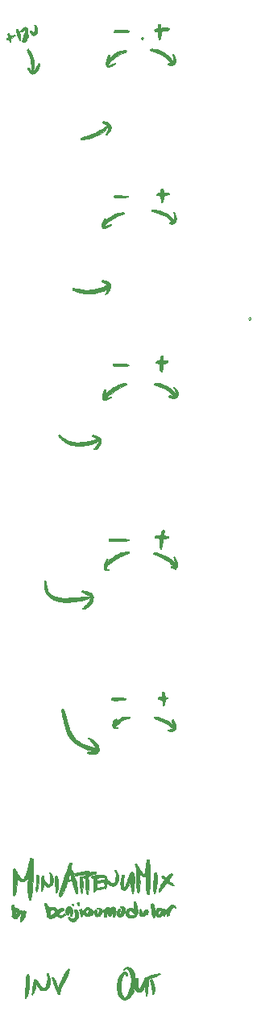
<source format=gbr>
%TF.GenerationSoftware,KiCad,Pcbnew,6.0.11+dfsg-1~bpo11+1*%
%TF.CreationDate,2023-12-01T17:46:37+08:00*%
%TF.ProjectId,MiniAttenuMix v0.3 - Front,4d696e69-4174-4746-956e-754d69782076,v0.3*%
%TF.SameCoordinates,Original*%
%TF.FileFunction,Legend,Top*%
%TF.FilePolarity,Positive*%
%FSLAX46Y46*%
G04 Gerber Fmt 4.6, Leading zero omitted, Abs format (unit mm)*
G04 Created by KiCad (PCBNEW 6.0.11+dfsg-1~bpo11+1) date 2023-12-01 17:46:37*
%MOMM*%
%LPD*%
G01*
G04 APERTURE LIST*
%ADD10C,0.010000*%
G04 APERTURE END LIST*
%TO.C,G\u002A\u002A\u002A*%
G36*
X117628813Y-134875202D02*
G01*
X117637561Y-134911396D01*
X117634078Y-134977093D01*
X117632678Y-134989477D01*
X117621651Y-135068467D01*
X117606615Y-135145418D01*
X117585730Y-135224871D01*
X117557156Y-135311369D01*
X117519055Y-135409452D01*
X117469588Y-135523661D01*
X117406915Y-135658538D01*
X117329198Y-135818625D01*
X117234596Y-136008462D01*
X117160841Y-136154579D01*
X117075788Y-136323540D01*
X116995490Y-136485043D01*
X116922309Y-136634197D01*
X116858603Y-136766106D01*
X116806733Y-136875876D01*
X116769059Y-136958614D01*
X116747940Y-137009427D01*
X116746140Y-137014615D01*
X116726162Y-137094239D01*
X116708961Y-137195588D01*
X116697967Y-137298055D01*
X116697321Y-137307894D01*
X116691506Y-137394287D01*
X116684381Y-137448263D01*
X116672064Y-137479663D01*
X116650675Y-137498327D01*
X116616331Y-137514093D01*
X116615909Y-137514269D01*
X116554997Y-137536380D01*
X116511471Y-137538822D01*
X116476896Y-137516532D01*
X116442836Y-137464451D01*
X116405769Y-137388176D01*
X116375809Y-137319554D01*
X116336043Y-137222836D01*
X116288482Y-137103406D01*
X116235136Y-136966646D01*
X116178015Y-136817938D01*
X116119132Y-136662666D01*
X116060496Y-136506210D01*
X116004119Y-136353954D01*
X115952010Y-136211281D01*
X115906182Y-136083572D01*
X115868644Y-135976211D01*
X115841407Y-135894580D01*
X115826483Y-135844060D01*
X115824251Y-135831553D01*
X115841264Y-135807753D01*
X115882897Y-135778992D01*
X115889609Y-135775404D01*
X115921235Y-135760135D01*
X115946334Y-135755399D01*
X115970008Y-135766031D01*
X115997361Y-135796868D01*
X116033499Y-135852745D01*
X116083523Y-135938500D01*
X116109347Y-135983618D01*
X116227272Y-136207306D01*
X116342878Y-136462731D01*
X116423849Y-136663452D01*
X116457591Y-136749772D01*
X116479656Y-136801040D01*
X116493450Y-136821757D01*
X116502381Y-136816427D01*
X116509855Y-136789552D01*
X116511921Y-136779869D01*
X116537620Y-136687034D01*
X116581008Y-136563833D01*
X116639147Y-136416866D01*
X116709098Y-136252735D01*
X116787925Y-136078041D01*
X116872689Y-135899385D01*
X116960452Y-135723370D01*
X117048276Y-135556595D01*
X117089840Y-135481320D01*
X117175191Y-135337711D01*
X117258274Y-135217938D01*
X117350848Y-135105897D01*
X117413176Y-135038473D01*
X117500016Y-134950146D01*
X117562957Y-134893926D01*
X117604917Y-134869161D01*
X117628813Y-134875202D01*
G37*
D10*
X117628813Y-134875202D02*
X117637561Y-134911396D01*
X117634078Y-134977093D01*
X117632678Y-134989477D01*
X117621651Y-135068467D01*
X117606615Y-135145418D01*
X117585730Y-135224871D01*
X117557156Y-135311369D01*
X117519055Y-135409452D01*
X117469588Y-135523661D01*
X117406915Y-135658538D01*
X117329198Y-135818625D01*
X117234596Y-136008462D01*
X117160841Y-136154579D01*
X117075788Y-136323540D01*
X116995490Y-136485043D01*
X116922309Y-136634197D01*
X116858603Y-136766106D01*
X116806733Y-136875876D01*
X116769059Y-136958614D01*
X116747940Y-137009427D01*
X116746140Y-137014615D01*
X116726162Y-137094239D01*
X116708961Y-137195588D01*
X116697967Y-137298055D01*
X116697321Y-137307894D01*
X116691506Y-137394287D01*
X116684381Y-137448263D01*
X116672064Y-137479663D01*
X116650675Y-137498327D01*
X116616331Y-137514093D01*
X116615909Y-137514269D01*
X116554997Y-137536380D01*
X116511471Y-137538822D01*
X116476896Y-137516532D01*
X116442836Y-137464451D01*
X116405769Y-137388176D01*
X116375809Y-137319554D01*
X116336043Y-137222836D01*
X116288482Y-137103406D01*
X116235136Y-136966646D01*
X116178015Y-136817938D01*
X116119132Y-136662666D01*
X116060496Y-136506210D01*
X116004119Y-136353954D01*
X115952010Y-136211281D01*
X115906182Y-136083572D01*
X115868644Y-135976211D01*
X115841407Y-135894580D01*
X115826483Y-135844060D01*
X115824251Y-135831553D01*
X115841264Y-135807753D01*
X115882897Y-135778992D01*
X115889609Y-135775404D01*
X115921235Y-135760135D01*
X115946334Y-135755399D01*
X115970008Y-135766031D01*
X115997361Y-135796868D01*
X116033499Y-135852745D01*
X116083523Y-135938500D01*
X116109347Y-135983618D01*
X116227272Y-136207306D01*
X116342878Y-136462731D01*
X116423849Y-136663452D01*
X116457591Y-136749772D01*
X116479656Y-136801040D01*
X116493450Y-136821757D01*
X116502381Y-136816427D01*
X116509855Y-136789552D01*
X116511921Y-136779869D01*
X116537620Y-136687034D01*
X116581008Y-136563833D01*
X116639147Y-136416866D01*
X116709098Y-136252735D01*
X116787925Y-136078041D01*
X116872689Y-135899385D01*
X116960452Y-135723370D01*
X117048276Y-135556595D01*
X117089840Y-135481320D01*
X117175191Y-135337711D01*
X117258274Y-135217938D01*
X117350848Y-135105897D01*
X117413176Y-135038473D01*
X117500016Y-134950146D01*
X117562957Y-134893926D01*
X117604917Y-134869161D01*
X117628813Y-134875202D01*
G36*
X123926523Y-91126322D02*
G01*
X123938737Y-91184863D01*
X123942279Y-91225077D01*
X123940669Y-91232729D01*
X123915780Y-91245788D01*
X123865668Y-91259503D01*
X123851943Y-91262239D01*
X123732240Y-91291079D01*
X123586467Y-91336711D01*
X123425420Y-91395117D01*
X123259895Y-91462279D01*
X123100687Y-91534180D01*
X123036770Y-91565598D01*
X122895945Y-91639784D01*
X122759644Y-91718328D01*
X122621324Y-91805619D01*
X122474440Y-91906046D01*
X122312451Y-92023999D01*
X122128811Y-92163865D01*
X122030052Y-92240859D01*
X121883979Y-92356404D01*
X121768672Y-92450046D01*
X121680723Y-92524861D01*
X121616723Y-92583930D01*
X121573262Y-92630329D01*
X121546931Y-92667137D01*
X121538347Y-92684835D01*
X121527316Y-92753735D01*
X121538478Y-92828494D01*
X121567641Y-92891253D01*
X121592638Y-92916120D01*
X121627625Y-92933822D01*
X121664664Y-92934898D01*
X121720848Y-92919260D01*
X121732201Y-92915392D01*
X121803817Y-92898359D01*
X121845667Y-92905728D01*
X121855143Y-92936700D01*
X121850780Y-92951808D01*
X121822533Y-92976130D01*
X121764110Y-92999302D01*
X121687614Y-93017984D01*
X121605144Y-93028835D01*
X121566541Y-93030281D01*
X121472508Y-93011489D01*
X121408945Y-92978208D01*
X121346478Y-92921292D01*
X121307433Y-92847193D01*
X121288440Y-92747379D01*
X121285251Y-92665053D01*
X121295343Y-92528783D01*
X121327151Y-92384678D01*
X121382968Y-92224571D01*
X121454744Y-92061906D01*
X121505975Y-91958514D01*
X121546557Y-91890476D01*
X121581306Y-91853737D01*
X121615038Y-91844244D01*
X121652568Y-91857941D01*
X121677376Y-91874477D01*
X121698097Y-91892464D01*
X121706998Y-91914623D01*
X121704500Y-91951970D01*
X121691020Y-92015524D01*
X121683885Y-92045580D01*
X121669212Y-92112675D01*
X121662208Y-92157148D01*
X121664215Y-92170218D01*
X121664922Y-92169509D01*
X121685041Y-92145512D01*
X121724243Y-92098627D01*
X121774489Y-92038467D01*
X121780600Y-92031146D01*
X121940646Y-91864417D01*
X122135244Y-91702736D01*
X122356627Y-91550060D01*
X122597028Y-91410347D01*
X122848678Y-91287554D01*
X123103812Y-91185637D01*
X123354661Y-91108553D01*
X123593458Y-91060260D01*
X123710796Y-91047805D01*
X123903258Y-91034667D01*
X123926523Y-91126322D01*
G37*
X123926523Y-91126322D02*
X123938737Y-91184863D01*
X123942279Y-91225077D01*
X123940669Y-91232729D01*
X123915780Y-91245788D01*
X123865668Y-91259503D01*
X123851943Y-91262239D01*
X123732240Y-91291079D01*
X123586467Y-91336711D01*
X123425420Y-91395117D01*
X123259895Y-91462279D01*
X123100687Y-91534180D01*
X123036770Y-91565598D01*
X122895945Y-91639784D01*
X122759644Y-91718328D01*
X122621324Y-91805619D01*
X122474440Y-91906046D01*
X122312451Y-92023999D01*
X122128811Y-92163865D01*
X122030052Y-92240859D01*
X121883979Y-92356404D01*
X121768672Y-92450046D01*
X121680723Y-92524861D01*
X121616723Y-92583930D01*
X121573262Y-92630329D01*
X121546931Y-92667137D01*
X121538347Y-92684835D01*
X121527316Y-92753735D01*
X121538478Y-92828494D01*
X121567641Y-92891253D01*
X121592638Y-92916120D01*
X121627625Y-92933822D01*
X121664664Y-92934898D01*
X121720848Y-92919260D01*
X121732201Y-92915392D01*
X121803817Y-92898359D01*
X121845667Y-92905728D01*
X121855143Y-92936700D01*
X121850780Y-92951808D01*
X121822533Y-92976130D01*
X121764110Y-92999302D01*
X121687614Y-93017984D01*
X121605144Y-93028835D01*
X121566541Y-93030281D01*
X121472508Y-93011489D01*
X121408945Y-92978208D01*
X121346478Y-92921292D01*
X121307433Y-92847193D01*
X121288440Y-92747379D01*
X121285251Y-92665053D01*
X121295343Y-92528783D01*
X121327151Y-92384678D01*
X121382968Y-92224571D01*
X121454744Y-92061906D01*
X121505975Y-91958514D01*
X121546557Y-91890476D01*
X121581306Y-91853737D01*
X121615038Y-91844244D01*
X121652568Y-91857941D01*
X121677376Y-91874477D01*
X121698097Y-91892464D01*
X121706998Y-91914623D01*
X121704500Y-91951970D01*
X121691020Y-92015524D01*
X121683885Y-92045580D01*
X121669212Y-92112675D01*
X121662208Y-92157148D01*
X121664215Y-92170218D01*
X121664922Y-92169509D01*
X121685041Y-92145512D01*
X121724243Y-92098627D01*
X121774489Y-92038467D01*
X121780600Y-92031146D01*
X121940646Y-91864417D01*
X122135244Y-91702736D01*
X122356627Y-91550060D01*
X122597028Y-91410347D01*
X122848678Y-91287554D01*
X123103812Y-91185637D01*
X123354661Y-91108553D01*
X123593458Y-91060260D01*
X123710796Y-91047805D01*
X123903258Y-91034667D01*
X123926523Y-91126322D01*
G36*
X123881783Y-108386652D02*
G01*
X123960394Y-108402139D01*
X124006154Y-108424808D01*
X124015751Y-108444049D01*
X124005388Y-108475223D01*
X123979725Y-108524321D01*
X123972172Y-108536880D01*
X123938424Y-108582834D01*
X123905703Y-108598692D01*
X123867554Y-108595184D01*
X123781220Y-108593437D01*
X123669859Y-108614502D01*
X123541879Y-108655220D01*
X123405687Y-108712435D01*
X123269690Y-108782989D01*
X123142295Y-108863726D01*
X123131002Y-108871770D01*
X123012114Y-108960258D01*
X122881995Y-109061898D01*
X122752366Y-109167183D01*
X122634950Y-109266606D01*
X122547472Y-109345023D01*
X122465610Y-109421564D01*
X122512775Y-109459756D01*
X122571053Y-109487517D01*
X122642926Y-109497948D01*
X122710316Y-109506843D01*
X122738446Y-109530611D01*
X122744713Y-109556155D01*
X122735057Y-109572891D01*
X122702361Y-109583645D01*
X122639505Y-109591246D01*
X122573176Y-109596243D01*
X122482756Y-109599941D01*
X122419728Y-109594840D01*
X122369722Y-109579076D01*
X122345219Y-109566672D01*
X122271341Y-109510642D01*
X122224542Y-109436217D01*
X122201958Y-109336618D01*
X122199837Y-109222781D01*
X122224200Y-109065252D01*
X122280390Y-108919169D01*
X122363771Y-108792627D01*
X122469707Y-108693724D01*
X122521196Y-108661625D01*
X122570685Y-108636607D01*
X122599897Y-108632289D01*
X122625826Y-108649297D01*
X122642968Y-108666091D01*
X122688494Y-108711618D01*
X122612415Y-108817515D01*
X122547600Y-108915868D01*
X122488333Y-109020369D01*
X122442038Y-109117084D01*
X122419061Y-109180448D01*
X122421306Y-109189418D01*
X122440287Y-109166298D01*
X122472198Y-109116012D01*
X122482748Y-109098051D01*
X122591609Y-108944345D01*
X122734078Y-108795884D01*
X122901468Y-108659750D01*
X123085094Y-108543028D01*
X123271936Y-108454491D01*
X123367464Y-108420743D01*
X123456711Y-108399274D01*
X123557499Y-108386594D01*
X123647600Y-108380929D01*
X123775718Y-108379274D01*
X123881783Y-108386652D01*
G37*
X123881783Y-108386652D02*
X123960394Y-108402139D01*
X124006154Y-108424808D01*
X124015751Y-108444049D01*
X124005388Y-108475223D01*
X123979725Y-108524321D01*
X123972172Y-108536880D01*
X123938424Y-108582834D01*
X123905703Y-108598692D01*
X123867554Y-108595184D01*
X123781220Y-108593437D01*
X123669859Y-108614502D01*
X123541879Y-108655220D01*
X123405687Y-108712435D01*
X123269690Y-108782989D01*
X123142295Y-108863726D01*
X123131002Y-108871770D01*
X123012114Y-108960258D01*
X122881995Y-109061898D01*
X122752366Y-109167183D01*
X122634950Y-109266606D01*
X122547472Y-109345023D01*
X122465610Y-109421564D01*
X122512775Y-109459756D01*
X122571053Y-109487517D01*
X122642926Y-109497948D01*
X122710316Y-109506843D01*
X122738446Y-109530611D01*
X122744713Y-109556155D01*
X122735057Y-109572891D01*
X122702361Y-109583645D01*
X122639505Y-109591246D01*
X122573176Y-109596243D01*
X122482756Y-109599941D01*
X122419728Y-109594840D01*
X122369722Y-109579076D01*
X122345219Y-109566672D01*
X122271341Y-109510642D01*
X122224542Y-109436217D01*
X122201958Y-109336618D01*
X122199837Y-109222781D01*
X122224200Y-109065252D01*
X122280390Y-108919169D01*
X122363771Y-108792627D01*
X122469707Y-108693724D01*
X122521196Y-108661625D01*
X122570685Y-108636607D01*
X122599897Y-108632289D01*
X122625826Y-108649297D01*
X122642968Y-108666091D01*
X122688494Y-108711618D01*
X122612415Y-108817515D01*
X122547600Y-108915868D01*
X122488333Y-109020369D01*
X122442038Y-109117084D01*
X122419061Y-109180448D01*
X122421306Y-109189418D01*
X122440287Y-109166298D01*
X122472198Y-109116012D01*
X122482748Y-109098051D01*
X122591609Y-108944345D01*
X122734078Y-108795884D01*
X122901468Y-108659750D01*
X123085094Y-108543028D01*
X123271936Y-108454491D01*
X123367464Y-108420743D01*
X123456711Y-108399274D01*
X123557499Y-108386594D01*
X123647600Y-108380929D01*
X123775718Y-108379274D01*
X123881783Y-108386652D01*
G36*
X117622588Y-128319153D02*
G01*
X117721436Y-128333673D01*
X117796730Y-128365522D01*
X117858154Y-128421844D01*
X117915393Y-128509780D01*
X117937112Y-128551089D01*
X117976252Y-128635240D01*
X117997673Y-128705223D01*
X118006444Y-128782248D01*
X118007766Y-128846575D01*
X117990090Y-129038930D01*
X117958655Y-129172365D01*
X117933589Y-129255302D01*
X117914157Y-129305947D01*
X117894647Y-129332794D01*
X117869351Y-129344337D01*
X117840376Y-129348331D01*
X117795120Y-129349788D01*
X117775921Y-129334497D01*
X117771633Y-129290899D01*
X117771584Y-129276974D01*
X117767001Y-129232579D01*
X117754639Y-129158916D01*
X117736580Y-129065497D01*
X117714902Y-128961831D01*
X117691687Y-128857429D01*
X117669016Y-128761801D01*
X117648968Y-128684458D01*
X117633624Y-128634909D01*
X117628774Y-128624158D01*
X117612750Y-128617840D01*
X117598221Y-128648982D01*
X117586053Y-128712713D01*
X117577111Y-128804166D01*
X117572261Y-128918470D01*
X117571849Y-128944463D01*
X117568884Y-129065231D01*
X117561604Y-129148275D01*
X117547538Y-129198166D01*
X117524218Y-129219474D01*
X117489175Y-129216769D01*
X117439938Y-129194619D01*
X117437410Y-129193271D01*
X117362969Y-129134032D01*
X117310821Y-129046011D01*
X117278957Y-128925188D01*
X117270806Y-128860177D01*
X117268872Y-128704167D01*
X117296293Y-128573776D01*
X117354988Y-128462384D01*
X117402751Y-128405296D01*
X117494190Y-128309865D01*
X117622588Y-128319153D01*
G37*
X117622588Y-128319153D02*
X117721436Y-128333673D01*
X117796730Y-128365522D01*
X117858154Y-128421844D01*
X117915393Y-128509780D01*
X117937112Y-128551089D01*
X117976252Y-128635240D01*
X117997673Y-128705223D01*
X118006444Y-128782248D01*
X118007766Y-128846575D01*
X117990090Y-129038930D01*
X117958655Y-129172365D01*
X117933589Y-129255302D01*
X117914157Y-129305947D01*
X117894647Y-129332794D01*
X117869351Y-129344337D01*
X117840376Y-129348331D01*
X117795120Y-129349788D01*
X117775921Y-129334497D01*
X117771633Y-129290899D01*
X117771584Y-129276974D01*
X117767001Y-129232579D01*
X117754639Y-129158916D01*
X117736580Y-129065497D01*
X117714902Y-128961831D01*
X117691687Y-128857429D01*
X117669016Y-128761801D01*
X117648968Y-128684458D01*
X117633624Y-128634909D01*
X117628774Y-128624158D01*
X117612750Y-128617840D01*
X117598221Y-128648982D01*
X117586053Y-128712713D01*
X117577111Y-128804166D01*
X117572261Y-128918470D01*
X117571849Y-128944463D01*
X117568884Y-129065231D01*
X117561604Y-129148275D01*
X117547538Y-129198166D01*
X117524218Y-129219474D01*
X117489175Y-129216769D01*
X117439938Y-129194619D01*
X117437410Y-129193271D01*
X117362969Y-129134032D01*
X117310821Y-129046011D01*
X117278957Y-128925188D01*
X117270806Y-128860177D01*
X117268872Y-128704167D01*
X117296293Y-128573776D01*
X117354988Y-128462384D01*
X117402751Y-128405296D01*
X117494190Y-128309865D01*
X117622588Y-128319153D01*
G36*
X116331606Y-125086800D02*
G01*
X116355025Y-125118941D01*
X116382559Y-125184419D01*
X116411555Y-125274784D01*
X116439362Y-125381582D01*
X116463326Y-125496363D01*
X116467428Y-125519553D01*
X116483551Y-125643606D01*
X116494687Y-125791409D01*
X116500820Y-125952600D01*
X116501934Y-126116815D01*
X116498015Y-126273692D01*
X116489046Y-126412867D01*
X116475014Y-126523977D01*
X116468953Y-126554103D01*
X116439551Y-126659448D01*
X116403645Y-126754387D01*
X116365281Y-126830502D01*
X116328506Y-126879375D01*
X116306119Y-126892824D01*
X116284839Y-126885457D01*
X116265087Y-126850273D01*
X116243748Y-126781052D01*
X116237192Y-126755241D01*
X116225984Y-126699470D01*
X116216361Y-126627185D01*
X116208026Y-126533844D01*
X116200684Y-126414904D01*
X116194037Y-126265826D01*
X116187790Y-126082066D01*
X116183588Y-125933865D01*
X116178746Y-125766770D01*
X116173514Y-125611771D01*
X116168135Y-125474340D01*
X116162851Y-125359948D01*
X116157904Y-125274070D01*
X116153537Y-125222176D01*
X116151563Y-125210397D01*
X116149087Y-125178346D01*
X116170070Y-125151821D01*
X116222512Y-125120944D01*
X116225064Y-125119638D01*
X116280927Y-125095398D01*
X116321792Y-125085330D01*
X116331606Y-125086800D01*
G37*
X116331606Y-125086800D02*
X116355025Y-125118941D01*
X116382559Y-125184419D01*
X116411555Y-125274784D01*
X116439362Y-125381582D01*
X116463326Y-125496363D01*
X116467428Y-125519553D01*
X116483551Y-125643606D01*
X116494687Y-125791409D01*
X116500820Y-125952600D01*
X116501934Y-126116815D01*
X116498015Y-126273692D01*
X116489046Y-126412867D01*
X116475014Y-126523977D01*
X116468953Y-126554103D01*
X116439551Y-126659448D01*
X116403645Y-126754387D01*
X116365281Y-126830502D01*
X116328506Y-126879375D01*
X116306119Y-126892824D01*
X116284839Y-126885457D01*
X116265087Y-126850273D01*
X116243748Y-126781052D01*
X116237192Y-126755241D01*
X116225984Y-126699470D01*
X116216361Y-126627185D01*
X116208026Y-126533844D01*
X116200684Y-126414904D01*
X116194037Y-126265826D01*
X116187790Y-126082066D01*
X116183588Y-125933865D01*
X116178746Y-125766770D01*
X116173514Y-125611771D01*
X116168135Y-125474340D01*
X116162851Y-125359948D01*
X116157904Y-125274070D01*
X116153537Y-125222176D01*
X116151563Y-125210397D01*
X116149087Y-125178346D01*
X116170070Y-125151821D01*
X116222512Y-125120944D01*
X116225064Y-125119638D01*
X116280927Y-125095398D01*
X116321792Y-125085330D01*
X116331606Y-125086800D01*
G36*
X121435078Y-45902040D02*
G01*
X121613535Y-45960035D01*
X121754380Y-46021517D01*
X121862333Y-46089341D01*
X121942110Y-46166359D01*
X121989238Y-46237299D01*
X122013472Y-46290660D01*
X122027976Y-46347834D01*
X122034966Y-46421919D01*
X122036667Y-46517636D01*
X122035359Y-46613273D01*
X122028913Y-46683106D01*
X122013546Y-46743646D01*
X121985475Y-46811400D01*
X121954827Y-46874826D01*
X121898027Y-46975250D01*
X121830667Y-47071639D01*
X121757725Y-47159314D01*
X121684180Y-47233593D01*
X121615009Y-47289797D01*
X121555190Y-47323245D01*
X121509703Y-47329258D01*
X121488286Y-47313440D01*
X121492760Y-47286810D01*
X121517377Y-47241856D01*
X121529406Y-47224612D01*
X121587394Y-47124297D01*
X121643044Y-46984691D01*
X121695205Y-46808823D01*
X121709846Y-46750094D01*
X121738791Y-46609241D01*
X121749357Y-46501236D01*
X121741538Y-46420784D01*
X121715324Y-46362594D01*
X121709288Y-46354834D01*
X121667659Y-46304865D01*
X121666490Y-46400115D01*
X121650957Y-46509016D01*
X121604941Y-46617513D01*
X121525225Y-46731787D01*
X121449694Y-46816396D01*
X121282596Y-46967500D01*
X121078592Y-47113148D01*
X120842995Y-47251051D01*
X120581113Y-47378919D01*
X120298258Y-47494465D01*
X119999739Y-47595398D01*
X119690867Y-47679430D01*
X119376952Y-47744271D01*
X119250534Y-47764413D01*
X119121735Y-47782570D01*
X119028056Y-47793370D01*
X118962806Y-47796107D01*
X118919297Y-47790072D01*
X118890840Y-47774558D01*
X118870745Y-47748858D01*
X118857303Y-47722819D01*
X118836032Y-47665386D01*
X118840327Y-47631184D01*
X118845207Y-47625191D01*
X118871498Y-47612884D01*
X118932508Y-47591095D01*
X119022191Y-47561767D01*
X119134505Y-47526846D01*
X119263406Y-47488275D01*
X119341354Y-47465583D01*
X119720911Y-47349064D01*
X120062990Y-47228536D01*
X120372409Y-47101764D01*
X120653985Y-46966510D01*
X120912535Y-46820538D01*
X121152879Y-46661610D01*
X121285251Y-46563068D01*
X121386842Y-46481496D01*
X121472691Y-46407207D01*
X121538298Y-46344523D01*
X121579166Y-46297769D01*
X121590798Y-46271269D01*
X121590209Y-46269946D01*
X121568192Y-46254131D01*
X121516008Y-46223696D01*
X121441354Y-46182953D01*
X121351925Y-46136216D01*
X121347710Y-46134058D01*
X121258833Y-46086599D01*
X121185717Y-46043755D01*
X121135663Y-46010077D01*
X121115974Y-45990120D01*
X121115917Y-45989514D01*
X121130109Y-45959369D01*
X121165392Y-45916639D01*
X121177452Y-45904580D01*
X121238987Y-45845626D01*
X121435078Y-45902040D01*
G37*
X121435078Y-45902040D02*
X121613535Y-45960035D01*
X121754380Y-46021517D01*
X121862333Y-46089341D01*
X121942110Y-46166359D01*
X121989238Y-46237299D01*
X122013472Y-46290660D01*
X122027976Y-46347834D01*
X122034966Y-46421919D01*
X122036667Y-46517636D01*
X122035359Y-46613273D01*
X122028913Y-46683106D01*
X122013546Y-46743646D01*
X121985475Y-46811400D01*
X121954827Y-46874826D01*
X121898027Y-46975250D01*
X121830667Y-47071639D01*
X121757725Y-47159314D01*
X121684180Y-47233593D01*
X121615009Y-47289797D01*
X121555190Y-47323245D01*
X121509703Y-47329258D01*
X121488286Y-47313440D01*
X121492760Y-47286810D01*
X121517377Y-47241856D01*
X121529406Y-47224612D01*
X121587394Y-47124297D01*
X121643044Y-46984691D01*
X121695205Y-46808823D01*
X121709846Y-46750094D01*
X121738791Y-46609241D01*
X121749357Y-46501236D01*
X121741538Y-46420784D01*
X121715324Y-46362594D01*
X121709288Y-46354834D01*
X121667659Y-46304865D01*
X121666490Y-46400115D01*
X121650957Y-46509016D01*
X121604941Y-46617513D01*
X121525225Y-46731787D01*
X121449694Y-46816396D01*
X121282596Y-46967500D01*
X121078592Y-47113148D01*
X120842995Y-47251051D01*
X120581113Y-47378919D01*
X120298258Y-47494465D01*
X119999739Y-47595398D01*
X119690867Y-47679430D01*
X119376952Y-47744271D01*
X119250534Y-47764413D01*
X119121735Y-47782570D01*
X119028056Y-47793370D01*
X118962806Y-47796107D01*
X118919297Y-47790072D01*
X118890840Y-47774558D01*
X118870745Y-47748858D01*
X118857303Y-47722819D01*
X118836032Y-47665386D01*
X118840327Y-47631184D01*
X118845207Y-47625191D01*
X118871498Y-47612884D01*
X118932508Y-47591095D01*
X119022191Y-47561767D01*
X119134505Y-47526846D01*
X119263406Y-47488275D01*
X119341354Y-47465583D01*
X119720911Y-47349064D01*
X120062990Y-47228536D01*
X120372409Y-47101764D01*
X120653985Y-46966510D01*
X120912535Y-46820538D01*
X121152879Y-46661610D01*
X121285251Y-46563068D01*
X121386842Y-46481496D01*
X121472691Y-46407207D01*
X121538298Y-46344523D01*
X121579166Y-46297769D01*
X121590798Y-46271269D01*
X121590209Y-46269946D01*
X121568192Y-46254131D01*
X121516008Y-46223696D01*
X121441354Y-46182953D01*
X121351925Y-46136216D01*
X121347710Y-46134058D01*
X121258833Y-46086599D01*
X121185717Y-46043755D01*
X121135663Y-46010077D01*
X121115974Y-45990120D01*
X121115917Y-45989514D01*
X121130109Y-45959369D01*
X121165392Y-45916639D01*
X121177452Y-45904580D01*
X121238987Y-45845626D01*
X121435078Y-45902040D01*
G36*
X121247445Y-62567303D02*
G01*
X121321378Y-62586413D01*
X121413528Y-62614014D01*
X121537751Y-62653523D01*
X121630918Y-62687116D01*
X121702951Y-62719513D01*
X121763768Y-62755433D01*
X121823291Y-62799597D01*
X121850544Y-62821952D01*
X121912271Y-62887661D01*
X121953565Y-62968155D01*
X121976356Y-63070512D01*
X121982577Y-63201810D01*
X121979365Y-63293822D01*
X121948457Y-63488548D01*
X121878908Y-63666286D01*
X121771253Y-63826093D01*
X121626028Y-63967023D01*
X121576820Y-64004329D01*
X121506942Y-64046918D01*
X121462181Y-64056146D01*
X121454505Y-64053066D01*
X121436716Y-64033529D01*
X121441942Y-64001074D01*
X121453090Y-63975255D01*
X121470614Y-63932570D01*
X121495991Y-63864561D01*
X121525816Y-63781119D01*
X121556689Y-63692129D01*
X121585207Y-63607480D01*
X121607967Y-63537059D01*
X121621567Y-63490755D01*
X121623917Y-63478827D01*
X121607279Y-63481266D01*
X121563101Y-63501647D01*
X121499989Y-63535874D01*
X121481042Y-63546826D01*
X121361381Y-63609772D01*
X121214131Y-63676336D01*
X121053034Y-63740977D01*
X120891829Y-63798156D01*
X120755584Y-63839314D01*
X120596922Y-63879689D01*
X120453359Y-63910009D01*
X120314069Y-63931528D01*
X120168227Y-63945501D01*
X120005008Y-63953185D01*
X119813587Y-63955834D01*
X119750667Y-63955838D01*
X119472356Y-63949932D01*
X119224137Y-63932627D01*
X118994964Y-63902521D01*
X118773795Y-63858211D01*
X118579476Y-63807069D01*
X118484654Y-63778075D01*
X118378901Y-63743295D01*
X118270547Y-63705765D01*
X118167923Y-63668519D01*
X118079360Y-63634592D01*
X118013191Y-63607019D01*
X117977746Y-63588835D01*
X117975569Y-63587081D01*
X117975556Y-63562044D01*
X117991526Y-63516012D01*
X118016452Y-63463527D01*
X118043312Y-63419130D01*
X118065079Y-63397363D01*
X118067419Y-63396948D01*
X118091899Y-63400733D01*
X118149793Y-63411093D01*
X118232957Y-63426533D01*
X118333248Y-63445557D01*
X118354563Y-63449646D01*
X118648008Y-63503435D01*
X118907128Y-63545034D01*
X119137969Y-63574994D01*
X119346576Y-63593863D01*
X119538996Y-63602191D01*
X119721274Y-63600527D01*
X119896097Y-63589714D01*
X120218463Y-63550795D01*
X120521168Y-63490306D01*
X120822986Y-63404424D01*
X120851334Y-63395124D01*
X120955956Y-63357788D01*
X121070492Y-63312479D01*
X121188592Y-63262226D01*
X121303908Y-63210059D01*
X121410091Y-63159007D01*
X121500791Y-63112100D01*
X121569659Y-63072368D01*
X121610347Y-63042840D01*
X121618504Y-63029046D01*
X121597919Y-63010711D01*
X121546999Y-62978072D01*
X121473315Y-62935678D01*
X121384435Y-62888076D01*
X121380496Y-62886038D01*
X121256049Y-62816778D01*
X121154677Y-62750319D01*
X121080864Y-62690150D01*
X121039095Y-62639762D01*
X121031251Y-62614297D01*
X121049495Y-62596209D01*
X121094962Y-62575672D01*
X121111903Y-62570150D01*
X121152725Y-62560629D01*
X121194566Y-62559194D01*
X121247445Y-62567303D01*
G37*
X121247445Y-62567303D02*
X121321378Y-62586413D01*
X121413528Y-62614014D01*
X121537751Y-62653523D01*
X121630918Y-62687116D01*
X121702951Y-62719513D01*
X121763768Y-62755433D01*
X121823291Y-62799597D01*
X121850544Y-62821952D01*
X121912271Y-62887661D01*
X121953565Y-62968155D01*
X121976356Y-63070512D01*
X121982577Y-63201810D01*
X121979365Y-63293822D01*
X121948457Y-63488548D01*
X121878908Y-63666286D01*
X121771253Y-63826093D01*
X121626028Y-63967023D01*
X121576820Y-64004329D01*
X121506942Y-64046918D01*
X121462181Y-64056146D01*
X121454505Y-64053066D01*
X121436716Y-64033529D01*
X121441942Y-64001074D01*
X121453090Y-63975255D01*
X121470614Y-63932570D01*
X121495991Y-63864561D01*
X121525816Y-63781119D01*
X121556689Y-63692129D01*
X121585207Y-63607480D01*
X121607967Y-63537059D01*
X121621567Y-63490755D01*
X121623917Y-63478827D01*
X121607279Y-63481266D01*
X121563101Y-63501647D01*
X121499989Y-63535874D01*
X121481042Y-63546826D01*
X121361381Y-63609772D01*
X121214131Y-63676336D01*
X121053034Y-63740977D01*
X120891829Y-63798156D01*
X120755584Y-63839314D01*
X120596922Y-63879689D01*
X120453359Y-63910009D01*
X120314069Y-63931528D01*
X120168227Y-63945501D01*
X120005008Y-63953185D01*
X119813587Y-63955834D01*
X119750667Y-63955838D01*
X119472356Y-63949932D01*
X119224137Y-63932627D01*
X118994964Y-63902521D01*
X118773795Y-63858211D01*
X118579476Y-63807069D01*
X118484654Y-63778075D01*
X118378901Y-63743295D01*
X118270547Y-63705765D01*
X118167923Y-63668519D01*
X118079360Y-63634592D01*
X118013191Y-63607019D01*
X117977746Y-63588835D01*
X117975569Y-63587081D01*
X117975556Y-63562044D01*
X117991526Y-63516012D01*
X118016452Y-63463527D01*
X118043312Y-63419130D01*
X118065079Y-63397363D01*
X118067419Y-63396948D01*
X118091899Y-63400733D01*
X118149793Y-63411093D01*
X118232957Y-63426533D01*
X118333248Y-63445557D01*
X118354563Y-63449646D01*
X118648008Y-63503435D01*
X118907128Y-63545034D01*
X119137969Y-63574994D01*
X119346576Y-63593863D01*
X119538996Y-63602191D01*
X119721274Y-63600527D01*
X119896097Y-63589714D01*
X120218463Y-63550795D01*
X120521168Y-63490306D01*
X120822986Y-63404424D01*
X120851334Y-63395124D01*
X120955956Y-63357788D01*
X121070492Y-63312479D01*
X121188592Y-63262226D01*
X121303908Y-63210059D01*
X121410091Y-63159007D01*
X121500791Y-63112100D01*
X121569659Y-63072368D01*
X121610347Y-63042840D01*
X121618504Y-63029046D01*
X121597919Y-63010711D01*
X121546999Y-62978072D01*
X121473315Y-62935678D01*
X121384435Y-62888076D01*
X121380496Y-62886038D01*
X121256049Y-62816778D01*
X121154677Y-62750319D01*
X121080864Y-62690150D01*
X121039095Y-62639762D01*
X121031251Y-62614297D01*
X121049495Y-62596209D01*
X121094962Y-62575672D01*
X121111903Y-62570150D01*
X121152725Y-62560629D01*
X121194566Y-62559194D01*
X121247445Y-62567303D01*
G36*
X126600295Y-38290545D02*
G01*
X126862877Y-38344220D01*
X127131502Y-38431236D01*
X127399660Y-38549365D01*
X127660840Y-38696377D01*
X127740552Y-38748262D01*
X127929000Y-38885922D01*
X128100898Y-39032694D01*
X128251649Y-39183582D01*
X128376659Y-39333590D01*
X128471332Y-39477723D01*
X128529306Y-39605615D01*
X128561160Y-39700865D01*
X128577294Y-39618914D01*
X128584572Y-39546660D01*
X128585870Y-39444942D01*
X128581935Y-39326095D01*
X128573512Y-39202450D01*
X128561347Y-39086342D01*
X128546184Y-38990102D01*
X128536876Y-38950246D01*
X128519663Y-38879407D01*
X128517475Y-38838623D01*
X128529846Y-38818554D01*
X128530273Y-38818278D01*
X128560773Y-38805048D01*
X128587666Y-38811992D01*
X128615983Y-38844288D01*
X128650752Y-38907112D01*
X128683411Y-38975906D01*
X128754363Y-39140701D01*
X128802737Y-39279999D01*
X128830980Y-39402450D01*
X128841538Y-39516702D01*
X128841751Y-39535746D01*
X128826474Y-39669750D01*
X128783601Y-39790638D01*
X128717562Y-39889800D01*
X128632793Y-39958631D01*
X128620783Y-39964827D01*
X128541358Y-39989715D01*
X128437787Y-40004076D01*
X128327147Y-40007001D01*
X128226518Y-39997581D01*
X128185447Y-39988004D01*
X128122707Y-39964523D01*
X128061866Y-39934856D01*
X128015247Y-39905795D01*
X127995176Y-39884133D01*
X127995084Y-39883092D01*
X128007063Y-39855789D01*
X128036256Y-39813037D01*
X128039779Y-39808503D01*
X128065555Y-39778906D01*
X128092084Y-39763205D01*
X128131514Y-39758717D01*
X128195992Y-39762765D01*
X128231587Y-39766179D01*
X128378701Y-39780676D01*
X128171017Y-39569311D01*
X128026868Y-39426103D01*
X127898522Y-39307187D01*
X127775469Y-39203692D01*
X127647201Y-39106747D01*
X127513951Y-39014643D01*
X127248917Y-38856284D01*
X126953171Y-38713327D01*
X126636866Y-38590134D01*
X126310158Y-38491067D01*
X126272767Y-38481515D01*
X126206581Y-38460607D01*
X126167708Y-38433015D01*
X126141347Y-38387737D01*
X126138908Y-38382000D01*
X126123399Y-38336362D01*
X126125610Y-38305465D01*
X126151016Y-38286470D01*
X126205092Y-38276541D01*
X126293313Y-38272839D01*
X126350268Y-38272439D01*
X126600295Y-38290545D01*
G37*
X126600295Y-38290545D02*
X126862877Y-38344220D01*
X127131502Y-38431236D01*
X127399660Y-38549365D01*
X127660840Y-38696377D01*
X127740552Y-38748262D01*
X127929000Y-38885922D01*
X128100898Y-39032694D01*
X128251649Y-39183582D01*
X128376659Y-39333590D01*
X128471332Y-39477723D01*
X128529306Y-39605615D01*
X128561160Y-39700865D01*
X128577294Y-39618914D01*
X128584572Y-39546660D01*
X128585870Y-39444942D01*
X128581935Y-39326095D01*
X128573512Y-39202450D01*
X128561347Y-39086342D01*
X128546184Y-38990102D01*
X128536876Y-38950246D01*
X128519663Y-38879407D01*
X128517475Y-38838623D01*
X128529846Y-38818554D01*
X128530273Y-38818278D01*
X128560773Y-38805048D01*
X128587666Y-38811992D01*
X128615983Y-38844288D01*
X128650752Y-38907112D01*
X128683411Y-38975906D01*
X128754363Y-39140701D01*
X128802737Y-39279999D01*
X128830980Y-39402450D01*
X128841538Y-39516702D01*
X128841751Y-39535746D01*
X128826474Y-39669750D01*
X128783601Y-39790638D01*
X128717562Y-39889800D01*
X128632793Y-39958631D01*
X128620783Y-39964827D01*
X128541358Y-39989715D01*
X128437787Y-40004076D01*
X128327147Y-40007001D01*
X128226518Y-39997581D01*
X128185447Y-39988004D01*
X128122707Y-39964523D01*
X128061866Y-39934856D01*
X128015247Y-39905795D01*
X127995176Y-39884133D01*
X127995084Y-39883092D01*
X128007063Y-39855789D01*
X128036256Y-39813037D01*
X128039779Y-39808503D01*
X128065555Y-39778906D01*
X128092084Y-39763205D01*
X128131514Y-39758717D01*
X128195992Y-39762765D01*
X128231587Y-39766179D01*
X128378701Y-39780676D01*
X128171017Y-39569311D01*
X128026868Y-39426103D01*
X127898522Y-39307187D01*
X127775469Y-39203692D01*
X127647201Y-39106747D01*
X127513951Y-39014643D01*
X127248917Y-38856284D01*
X126953171Y-38713327D01*
X126636866Y-38590134D01*
X126310158Y-38491067D01*
X126272767Y-38481515D01*
X126206581Y-38460607D01*
X126167708Y-38433015D01*
X126141347Y-38387737D01*
X126138908Y-38382000D01*
X126123399Y-38336362D01*
X126125610Y-38305465D01*
X126151016Y-38286470D01*
X126205092Y-38276541D01*
X126293313Y-38272839D01*
X126350268Y-38272439D01*
X126600295Y-38290545D01*
G36*
X115163406Y-94144758D02*
G01*
X115190397Y-94159301D01*
X115207039Y-94192361D01*
X115217918Y-94254516D01*
X115220287Y-94275963D01*
X115249347Y-94522893D01*
X115282272Y-94732463D01*
X115320694Y-94909589D01*
X115366246Y-95059186D01*
X115420563Y-95186169D01*
X115485278Y-95295452D01*
X115562024Y-95391952D01*
X115606454Y-95437955D01*
X115797750Y-95595217D01*
X116019264Y-95723187D01*
X116270397Y-95821600D01*
X116550551Y-95890188D01*
X116660597Y-95907835D01*
X116781944Y-95923188D01*
X116902043Y-95934727D01*
X117025650Y-95942371D01*
X117157523Y-95946036D01*
X117302420Y-95945639D01*
X117465098Y-95941097D01*
X117650314Y-95932328D01*
X117862825Y-95919249D01*
X118107390Y-95901777D01*
X118388765Y-95879828D01*
X118421847Y-95877163D01*
X118573978Y-95865225D01*
X118753051Y-95851735D01*
X118943758Y-95837810D01*
X119130793Y-95824571D01*
X119285001Y-95814056D01*
X119437326Y-95804114D01*
X119552913Y-95797297D01*
X119637246Y-95793661D01*
X119695808Y-95793263D01*
X119734085Y-95796158D01*
X119757559Y-95802405D01*
X119771716Y-95812059D01*
X119777737Y-95819134D01*
X119798340Y-95861693D01*
X119787266Y-95898355D01*
X119741079Y-95933715D01*
X119665959Y-95968504D01*
X119435798Y-96053086D01*
X119176419Y-96133106D01*
X118900921Y-96205218D01*
X118622403Y-96266076D01*
X118353962Y-96312336D01*
X118279584Y-96322580D01*
X118155217Y-96335514D01*
X118003163Y-96346442D01*
X117832549Y-96355155D01*
X117652501Y-96361445D01*
X117472145Y-96365105D01*
X117300610Y-96365926D01*
X117147020Y-96363700D01*
X117020504Y-96358218D01*
X116956667Y-96352760D01*
X116756665Y-96323499D01*
X116548380Y-96281028D01*
X116343106Y-96228388D01*
X116152134Y-96168623D01*
X115986757Y-96104771D01*
X115919501Y-96073423D01*
X115804065Y-96006342D01*
X115677603Y-95917850D01*
X115553532Y-95818482D01*
X115445272Y-95718776D01*
X115386522Y-95654948D01*
X115247819Y-95456043D01*
X115141288Y-95231953D01*
X115067860Y-94986058D01*
X115028464Y-94721736D01*
X115024028Y-94442367D01*
X115029599Y-94356779D01*
X115041735Y-94252082D01*
X115059563Y-94184342D01*
X115086435Y-94148249D01*
X115125702Y-94138491D01*
X115163406Y-94144758D01*
G37*
X115163406Y-94144758D02*
X115190397Y-94159301D01*
X115207039Y-94192361D01*
X115217918Y-94254516D01*
X115220287Y-94275963D01*
X115249347Y-94522893D01*
X115282272Y-94732463D01*
X115320694Y-94909589D01*
X115366246Y-95059186D01*
X115420563Y-95186169D01*
X115485278Y-95295452D01*
X115562024Y-95391952D01*
X115606454Y-95437955D01*
X115797750Y-95595217D01*
X116019264Y-95723187D01*
X116270397Y-95821600D01*
X116550551Y-95890188D01*
X116660597Y-95907835D01*
X116781944Y-95923188D01*
X116902043Y-95934727D01*
X117025650Y-95942371D01*
X117157523Y-95946036D01*
X117302420Y-95945639D01*
X117465098Y-95941097D01*
X117650314Y-95932328D01*
X117862825Y-95919249D01*
X118107390Y-95901777D01*
X118388765Y-95879828D01*
X118421847Y-95877163D01*
X118573978Y-95865225D01*
X118753051Y-95851735D01*
X118943758Y-95837810D01*
X119130793Y-95824571D01*
X119285001Y-95814056D01*
X119437326Y-95804114D01*
X119552913Y-95797297D01*
X119637246Y-95793661D01*
X119695808Y-95793263D01*
X119734085Y-95796158D01*
X119757559Y-95802405D01*
X119771716Y-95812059D01*
X119777737Y-95819134D01*
X119798340Y-95861693D01*
X119787266Y-95898355D01*
X119741079Y-95933715D01*
X119665959Y-95968504D01*
X119435798Y-96053086D01*
X119176419Y-96133106D01*
X118900921Y-96205218D01*
X118622403Y-96266076D01*
X118353962Y-96312336D01*
X118279584Y-96322580D01*
X118155217Y-96335514D01*
X118003163Y-96346442D01*
X117832549Y-96355155D01*
X117652501Y-96361445D01*
X117472145Y-96365105D01*
X117300610Y-96365926D01*
X117147020Y-96363700D01*
X117020504Y-96358218D01*
X116956667Y-96352760D01*
X116756665Y-96323499D01*
X116548380Y-96281028D01*
X116343106Y-96228388D01*
X116152134Y-96168623D01*
X115986757Y-96104771D01*
X115919501Y-96073423D01*
X115804065Y-96006342D01*
X115677603Y-95917850D01*
X115553532Y-95818482D01*
X115445272Y-95718776D01*
X115386522Y-95654948D01*
X115247819Y-95456043D01*
X115141288Y-95231953D01*
X115067860Y-94986058D01*
X115028464Y-94721736D01*
X115024028Y-94442367D01*
X115029599Y-94356779D01*
X115041735Y-94252082D01*
X115059563Y-94184342D01*
X115086435Y-94148249D01*
X115125702Y-94138491D01*
X115163406Y-94144758D01*
G36*
X126603847Y-55190675D02*
G01*
X126714293Y-55195823D01*
X126821382Y-55204961D01*
X126890039Y-55213793D01*
X127193560Y-55280202D01*
X127495592Y-55385595D01*
X127788988Y-55527002D01*
X128066599Y-55701453D01*
X128070451Y-55704195D01*
X128209329Y-55809956D01*
X128340017Y-55922089D01*
X128454679Y-56033166D01*
X128545478Y-56135760D01*
X128588495Y-56195167D01*
X128622736Y-56246417D01*
X128641985Y-56265462D01*
X128653047Y-56256387D01*
X128659030Y-56237501D01*
X128667907Y-56176430D01*
X128672248Y-56085160D01*
X128672394Y-55975542D01*
X128668687Y-55859426D01*
X128661467Y-55748666D01*
X128651077Y-55655111D01*
X128640667Y-55600446D01*
X128620386Y-55519721D01*
X128611797Y-55471478D01*
X128615340Y-55447387D01*
X128631458Y-55439118D01*
X128649266Y-55438281D01*
X128671086Y-55447379D01*
X128696392Y-55478191D01*
X128728347Y-55535993D01*
X128770116Y-55626061D01*
X128792045Y-55676406D01*
X128835726Y-55779887D01*
X128864814Y-55856781D01*
X128882218Y-55919047D01*
X128890844Y-55978644D01*
X128893599Y-56047533D01*
X128893662Y-56094448D01*
X128878487Y-56262581D01*
X128835545Y-56405077D01*
X128766272Y-56518882D01*
X128672105Y-56600943D01*
X128649269Y-56613874D01*
X128560855Y-56643016D01*
X128451541Y-56654856D01*
X128339552Y-56648250D01*
X128284837Y-56636737D01*
X128205226Y-56610787D01*
X128162363Y-56585214D01*
X128151012Y-56554994D01*
X128163201Y-56520054D01*
X128186594Y-56492378D01*
X128226708Y-56478274D01*
X128296122Y-56473364D01*
X128297454Y-56473338D01*
X128382903Y-56470804D01*
X128438945Y-56464392D01*
X128465082Y-56450154D01*
X128460819Y-56424140D01*
X128425658Y-56382402D01*
X128359101Y-56320991D01*
X128268421Y-56242615D01*
X128170178Y-56160070D01*
X128069012Y-56077886D01*
X127975908Y-56004816D01*
X127901846Y-55949612D01*
X127892646Y-55943127D01*
X127623634Y-55777292D01*
X127322367Y-55631186D01*
X126995355Y-55507525D01*
X126649108Y-55409025D01*
X126567454Y-55390219D01*
X126465916Y-55367135D01*
X126398130Y-55348958D01*
X126356330Y-55332328D01*
X126332751Y-55313880D01*
X126319627Y-55290252D01*
X126316541Y-55281568D01*
X126306723Y-55235864D01*
X126310410Y-55210899D01*
X126343326Y-55199630D01*
X126409268Y-55192534D01*
X126499140Y-55189564D01*
X126603847Y-55190675D01*
G37*
X126603847Y-55190675D02*
X126714293Y-55195823D01*
X126821382Y-55204961D01*
X126890039Y-55213793D01*
X127193560Y-55280202D01*
X127495592Y-55385595D01*
X127788988Y-55527002D01*
X128066599Y-55701453D01*
X128070451Y-55704195D01*
X128209329Y-55809956D01*
X128340017Y-55922089D01*
X128454679Y-56033166D01*
X128545478Y-56135760D01*
X128588495Y-56195167D01*
X128622736Y-56246417D01*
X128641985Y-56265462D01*
X128653047Y-56256387D01*
X128659030Y-56237501D01*
X128667907Y-56176430D01*
X128672248Y-56085160D01*
X128672394Y-55975542D01*
X128668687Y-55859426D01*
X128661467Y-55748666D01*
X128651077Y-55655111D01*
X128640667Y-55600446D01*
X128620386Y-55519721D01*
X128611797Y-55471478D01*
X128615340Y-55447387D01*
X128631458Y-55439118D01*
X128649266Y-55438281D01*
X128671086Y-55447379D01*
X128696392Y-55478191D01*
X128728347Y-55535993D01*
X128770116Y-55626061D01*
X128792045Y-55676406D01*
X128835726Y-55779887D01*
X128864814Y-55856781D01*
X128882218Y-55919047D01*
X128890844Y-55978644D01*
X128893599Y-56047533D01*
X128893662Y-56094448D01*
X128878487Y-56262581D01*
X128835545Y-56405077D01*
X128766272Y-56518882D01*
X128672105Y-56600943D01*
X128649269Y-56613874D01*
X128560855Y-56643016D01*
X128451541Y-56654856D01*
X128339552Y-56648250D01*
X128284837Y-56636737D01*
X128205226Y-56610787D01*
X128162363Y-56585214D01*
X128151012Y-56554994D01*
X128163201Y-56520054D01*
X128186594Y-56492378D01*
X128226708Y-56478274D01*
X128296122Y-56473364D01*
X128297454Y-56473338D01*
X128382903Y-56470804D01*
X128438945Y-56464392D01*
X128465082Y-56450154D01*
X128460819Y-56424140D01*
X128425658Y-56382402D01*
X128359101Y-56320991D01*
X128268421Y-56242615D01*
X128170178Y-56160070D01*
X128069012Y-56077886D01*
X127975908Y-56004816D01*
X127901846Y-55949612D01*
X127892646Y-55943127D01*
X127623634Y-55777292D01*
X127322367Y-55631186D01*
X126995355Y-55507525D01*
X126649108Y-55409025D01*
X126567454Y-55390219D01*
X126465916Y-55367135D01*
X126398130Y-55348958D01*
X126356330Y-55332328D01*
X126332751Y-55313880D01*
X126319627Y-55290252D01*
X126316541Y-55281568D01*
X126306723Y-55235864D01*
X126310410Y-55210899D01*
X126343326Y-55199630D01*
X126409268Y-55192534D01*
X126499140Y-55189564D01*
X126603847Y-55190675D01*
G36*
X113367601Y-135470817D02*
G01*
X113384423Y-135494065D01*
X113393036Y-135521971D01*
X113409216Y-135604169D01*
X113423349Y-135719508D01*
X113434907Y-135858824D01*
X113443361Y-136012954D01*
X113448183Y-136172733D01*
X113448846Y-136328997D01*
X113446113Y-136443115D01*
X113435502Y-136659693D01*
X113421305Y-136844369D01*
X113402260Y-137007510D01*
X113377102Y-137159484D01*
X113344568Y-137310657D01*
X113336090Y-137345669D01*
X113287131Y-137524617D01*
X113235772Y-137675986D01*
X113183483Y-137796728D01*
X113131736Y-137883792D01*
X113082001Y-137934130D01*
X113046617Y-137945948D01*
X113031869Y-137944881D01*
X113021016Y-137938108D01*
X113013681Y-137920267D01*
X113009486Y-137885997D01*
X113008052Y-137829937D01*
X113009002Y-137746726D01*
X113011958Y-137631002D01*
X113015655Y-137506740D01*
X113022373Y-137337236D01*
X113032662Y-137142748D01*
X113045459Y-136940371D01*
X113059702Y-136747200D01*
X113071266Y-136612448D01*
X113085909Y-136449587D01*
X113100799Y-136274437D01*
X113114818Y-136100824D01*
X113126849Y-135942570D01*
X113135320Y-135820562D01*
X113143002Y-135706167D01*
X113150181Y-135607785D01*
X113156284Y-135532640D01*
X113160738Y-135487961D01*
X113162442Y-135478706D01*
X113184766Y-135474423D01*
X113235702Y-135469116D01*
X113271848Y-135466259D01*
X113334362Y-135463519D01*
X113367601Y-135470817D01*
G37*
X113367601Y-135470817D02*
X113384423Y-135494065D01*
X113393036Y-135521971D01*
X113409216Y-135604169D01*
X113423349Y-135719508D01*
X113434907Y-135858824D01*
X113443361Y-136012954D01*
X113448183Y-136172733D01*
X113448846Y-136328997D01*
X113446113Y-136443115D01*
X113435502Y-136659693D01*
X113421305Y-136844369D01*
X113402260Y-137007510D01*
X113377102Y-137159484D01*
X113344568Y-137310657D01*
X113336090Y-137345669D01*
X113287131Y-137524617D01*
X113235772Y-137675986D01*
X113183483Y-137796728D01*
X113131736Y-137883792D01*
X113082001Y-137934130D01*
X113046617Y-137945948D01*
X113031869Y-137944881D01*
X113021016Y-137938108D01*
X113013681Y-137920267D01*
X113009486Y-137885997D01*
X113008052Y-137829937D01*
X113009002Y-137746726D01*
X113011958Y-137631002D01*
X113015655Y-137506740D01*
X113022373Y-137337236D01*
X113032662Y-137142748D01*
X113045459Y-136940371D01*
X113059702Y-136747200D01*
X113071266Y-136612448D01*
X113085909Y-136449587D01*
X113100799Y-136274437D01*
X113114818Y-136100824D01*
X113126849Y-135942570D01*
X113135320Y-135820562D01*
X113143002Y-135706167D01*
X113150181Y-135607785D01*
X113156284Y-135532640D01*
X113160738Y-135487961D01*
X113162442Y-135478706D01*
X113184766Y-135474423D01*
X113235702Y-135469116D01*
X113271848Y-135466259D01*
X113334362Y-135463519D01*
X113367601Y-135470817D01*
G36*
X126794707Y-124761844D02*
G01*
X126822585Y-124776583D01*
X126836302Y-124814110D01*
X126840470Y-124835148D01*
X126857670Y-124960987D01*
X126869427Y-125119370D01*
X126875871Y-125300878D01*
X126877133Y-125496090D01*
X126873345Y-125695586D01*
X126864636Y-125889945D01*
X126851137Y-126069747D01*
X126832981Y-126225573D01*
X126820084Y-126302717D01*
X126794515Y-126419427D01*
X126762090Y-126545077D01*
X126726254Y-126668082D01*
X126690451Y-126776862D01*
X126658128Y-126859835D01*
X126648050Y-126881073D01*
X126613118Y-126926545D01*
X126577649Y-126937191D01*
X126549744Y-126911109D01*
X126547043Y-126904787D01*
X126529060Y-126832704D01*
X126515122Y-126724872D01*
X126505292Y-126587691D01*
X126499632Y-126427556D01*
X126498207Y-126250866D01*
X126501078Y-126064018D01*
X126508310Y-125873410D01*
X126519966Y-125685439D01*
X126533481Y-125531698D01*
X126544311Y-125419809D01*
X126556521Y-125285139D01*
X126568382Y-125147129D01*
X126575686Y-125057229D01*
X126588066Y-124927816D01*
X126601708Y-124837135D01*
X126616362Y-124786635D01*
X126623681Y-124777095D01*
X126661199Y-124765995D01*
X126720687Y-124759848D01*
X126738603Y-124759439D01*
X126794707Y-124761844D01*
G37*
X126794707Y-124761844D02*
X126822585Y-124776583D01*
X126836302Y-124814110D01*
X126840470Y-124835148D01*
X126857670Y-124960987D01*
X126869427Y-125119370D01*
X126875871Y-125300878D01*
X126877133Y-125496090D01*
X126873345Y-125695586D01*
X126864636Y-125889945D01*
X126851137Y-126069747D01*
X126832981Y-126225573D01*
X126820084Y-126302717D01*
X126794515Y-126419427D01*
X126762090Y-126545077D01*
X126726254Y-126668082D01*
X126690451Y-126776862D01*
X126658128Y-126859835D01*
X126648050Y-126881073D01*
X126613118Y-126926545D01*
X126577649Y-126937191D01*
X126549744Y-126911109D01*
X126547043Y-126904787D01*
X126529060Y-126832704D01*
X126515122Y-126724872D01*
X126505292Y-126587691D01*
X126499632Y-126427556D01*
X126498207Y-126250866D01*
X126501078Y-126064018D01*
X126508310Y-125873410D01*
X126519966Y-125685439D01*
X126533481Y-125531698D01*
X126544311Y-125419809D01*
X126556521Y-125285139D01*
X126568382Y-125147129D01*
X126575686Y-125057229D01*
X126588066Y-124927816D01*
X126601708Y-124837135D01*
X126616362Y-124786635D01*
X126623681Y-124777095D01*
X126661199Y-124765995D01*
X126720687Y-124759848D01*
X126738603Y-124759439D01*
X126794707Y-124761844D01*
G36*
X119301816Y-95200857D02*
G01*
X119479280Y-95243837D01*
X119621734Y-95283553D01*
X119736122Y-95322419D01*
X119829385Y-95362852D01*
X119908466Y-95407265D01*
X119923865Y-95417287D01*
X120004357Y-95479040D01*
X120063689Y-95547484D01*
X120112496Y-95636531D01*
X120137907Y-95697281D01*
X120160106Y-95759855D01*
X120171837Y-95814838D01*
X120174449Y-95876927D01*
X120169290Y-95960821D01*
X120165700Y-96000140D01*
X120152970Y-96103385D01*
X120133769Y-96188297D01*
X120102714Y-96273300D01*
X120057510Y-96370556D01*
X119961747Y-96530015D01*
X119836197Y-96686250D01*
X119690930Y-96829090D01*
X119536016Y-96948365D01*
X119416864Y-97017569D01*
X119310915Y-97063416D01*
X119210446Y-97095734D01*
X119122298Y-97113529D01*
X119053311Y-97115804D01*
X119010327Y-97101565D01*
X118999251Y-97078349D01*
X119017920Y-97037896D01*
X119050165Y-97022592D01*
X119093820Y-96998020D01*
X119156980Y-96944255D01*
X119234988Y-96866868D01*
X119323187Y-96771428D01*
X119416921Y-96663504D01*
X119511534Y-96548666D01*
X119602369Y-96432482D01*
X119684770Y-96320523D01*
X119754080Y-96218358D01*
X119805643Y-96131556D01*
X119821162Y-96100423D01*
X119862561Y-95979347D01*
X119872643Y-95869140D01*
X119851192Y-95776803D01*
X119832047Y-95744096D01*
X119790897Y-95706770D01*
X119714435Y-95656564D01*
X119606870Y-95595767D01*
X119472413Y-95526669D01*
X119315272Y-95451560D01*
X119189751Y-95394736D01*
X119103316Y-95354629D01*
X119026243Y-95315629D01*
X118970832Y-95284080D01*
X118957190Y-95274742D01*
X118904546Y-95234444D01*
X118952839Y-95183039D01*
X119001132Y-95131633D01*
X119301816Y-95200857D01*
G37*
X119301816Y-95200857D02*
X119479280Y-95243837D01*
X119621734Y-95283553D01*
X119736122Y-95322419D01*
X119829385Y-95362852D01*
X119908466Y-95407265D01*
X119923865Y-95417287D01*
X120004357Y-95479040D01*
X120063689Y-95547484D01*
X120112496Y-95636531D01*
X120137907Y-95697281D01*
X120160106Y-95759855D01*
X120171837Y-95814838D01*
X120174449Y-95876927D01*
X120169290Y-95960821D01*
X120165700Y-96000140D01*
X120152970Y-96103385D01*
X120133769Y-96188297D01*
X120102714Y-96273300D01*
X120057510Y-96370556D01*
X119961747Y-96530015D01*
X119836197Y-96686250D01*
X119690930Y-96829090D01*
X119536016Y-96948365D01*
X119416864Y-97017569D01*
X119310915Y-97063416D01*
X119210446Y-97095734D01*
X119122298Y-97113529D01*
X119053311Y-97115804D01*
X119010327Y-97101565D01*
X118999251Y-97078349D01*
X119017920Y-97037896D01*
X119050165Y-97022592D01*
X119093820Y-96998020D01*
X119156980Y-96944255D01*
X119234988Y-96866868D01*
X119323187Y-96771428D01*
X119416921Y-96663504D01*
X119511534Y-96548666D01*
X119602369Y-96432482D01*
X119684770Y-96320523D01*
X119754080Y-96218358D01*
X119805643Y-96131556D01*
X119821162Y-96100423D01*
X119862561Y-95979347D01*
X119872643Y-95869140D01*
X119851192Y-95776803D01*
X119832047Y-95744096D01*
X119790897Y-95706770D01*
X119714435Y-95656564D01*
X119606870Y-95595767D01*
X119472413Y-95526669D01*
X119315272Y-95451560D01*
X119189751Y-95394736D01*
X119103316Y-95354629D01*
X119026243Y-95315629D01*
X118970832Y-95284080D01*
X118957190Y-95274742D01*
X118904546Y-95234444D01*
X118952839Y-95183039D01*
X119001132Y-95131633D01*
X119301816Y-95200857D01*
G36*
X115147547Y-128489554D02*
G01*
X115116890Y-128350450D01*
X115089921Y-128222391D01*
X115068646Y-128114135D01*
X115056194Y-128041974D01*
X115070461Y-128015567D01*
X115112093Y-127996432D01*
X115166238Y-127988699D01*
X115218044Y-127996494D01*
X115218796Y-127996777D01*
X115268931Y-128034128D01*
X115326869Y-128109466D01*
X115390465Y-128219629D01*
X115440600Y-128323245D01*
X115472649Y-128391316D01*
X115498352Y-128441116D01*
X115512689Y-128462991D01*
X115513421Y-128463281D01*
X115537079Y-128455881D01*
X115584303Y-128437487D01*
X115599373Y-128431265D01*
X115660085Y-128413126D01*
X115744424Y-128396798D01*
X115830517Y-128386187D01*
X115990982Y-128385101D01*
X116124007Y-128412646D01*
X116234731Y-128470420D01*
X116305741Y-128534020D01*
X116354868Y-128592273D01*
X116392003Y-128645342D01*
X116405491Y-128672291D01*
X116415478Y-128696057D01*
X116430521Y-128700355D01*
X116459208Y-128682256D01*
X116510127Y-128638830D01*
X116514249Y-128635204D01*
X116617192Y-128555425D01*
X116712596Y-128507673D01*
X116812851Y-128486628D01*
X116865198Y-128484448D01*
X116965041Y-128493013D01*
X117030049Y-128520765D01*
X117064538Y-128570787D01*
X117073084Y-128632958D01*
X117062652Y-128704337D01*
X117024961Y-128759813D01*
X117015118Y-128769317D01*
X116947417Y-128814953D01*
X116854759Y-128855510D01*
X116754478Y-128884001D01*
X116713780Y-128890749D01*
X116660404Y-128917276D01*
X116624269Y-128978236D01*
X116608261Y-129068235D01*
X116607729Y-129088944D01*
X116613983Y-129168812D01*
X116637982Y-129217527D01*
X116686525Y-129240513D01*
X116766409Y-129243194D01*
X116798070Y-129240798D01*
X116895080Y-129225697D01*
X116971639Y-129196277D01*
X117024152Y-129163483D01*
X117078975Y-129126901D01*
X117120039Y-129103244D01*
X117133513Y-129098281D01*
X117162026Y-129112170D01*
X117195206Y-129144906D01*
X117222541Y-129183091D01*
X117233522Y-129213329D01*
X117229872Y-129221104D01*
X117203299Y-129240629D01*
X117153484Y-129278539D01*
X117090528Y-129327139D01*
X117081492Y-129334162D01*
X116945726Y-129419796D01*
X116807817Y-129469152D01*
X116673128Y-129481086D01*
X116547024Y-129454453D01*
X116536957Y-129450409D01*
X116476380Y-129413053D01*
X116413951Y-129356570D01*
X116364729Y-129295853D01*
X116347621Y-129263105D01*
X116328722Y-129261309D01*
X116287248Y-129291280D01*
X116238477Y-129338120D01*
X116145723Y-129416504D01*
X116032933Y-129486325D01*
X115915309Y-129539532D01*
X115808050Y-129568074D01*
X115803084Y-129568728D01*
X115734916Y-129570973D01*
X115653930Y-129565518D01*
X115628518Y-129562097D01*
X115500656Y-129524150D01*
X115401181Y-129455195D01*
X115341903Y-129376903D01*
X115304290Y-129296528D01*
X115297769Y-129244330D01*
X115319655Y-129220618D01*
X115327431Y-129199564D01*
X115317733Y-129145652D01*
X115290087Y-129056404D01*
X115285898Y-129044230D01*
X115266909Y-128981265D01*
X115241573Y-128885558D01*
X115211896Y-128765865D01*
X115201864Y-128723579D01*
X115589158Y-128723579D01*
X115604746Y-128842138D01*
X115612691Y-128927570D01*
X115617715Y-129030818D01*
X115618742Y-129115336D01*
X115617151Y-129269975D01*
X115683659Y-129255603D01*
X115742178Y-129237360D01*
X115815481Y-129207304D01*
X115851436Y-129190198D01*
X115931122Y-129140879D01*
X116009391Y-129077088D01*
X116076206Y-129008592D01*
X116121529Y-128945156D01*
X116133782Y-128915482D01*
X116138545Y-128832784D01*
X116105572Y-128767819D01*
X116033550Y-128718068D01*
X116029879Y-128716377D01*
X115960634Y-128689560D01*
X115895903Y-128677894D01*
X115821207Y-128680602D01*
X115722069Y-128696911D01*
X115710234Y-128699263D01*
X115589158Y-128723579D01*
X115201864Y-128723579D01*
X115179885Y-128630945D01*
X115147547Y-128489554D01*
G37*
X115147547Y-128489554D02*
X115116890Y-128350450D01*
X115089921Y-128222391D01*
X115068646Y-128114135D01*
X115056194Y-128041974D01*
X115070461Y-128015567D01*
X115112093Y-127996432D01*
X115166238Y-127988699D01*
X115218044Y-127996494D01*
X115218796Y-127996777D01*
X115268931Y-128034128D01*
X115326869Y-128109466D01*
X115390465Y-128219629D01*
X115440600Y-128323245D01*
X115472649Y-128391316D01*
X115498352Y-128441116D01*
X115512689Y-128462991D01*
X115513421Y-128463281D01*
X115537079Y-128455881D01*
X115584303Y-128437487D01*
X115599373Y-128431265D01*
X115660085Y-128413126D01*
X115744424Y-128396798D01*
X115830517Y-128386187D01*
X115990982Y-128385101D01*
X116124007Y-128412646D01*
X116234731Y-128470420D01*
X116305741Y-128534020D01*
X116354868Y-128592273D01*
X116392003Y-128645342D01*
X116405491Y-128672291D01*
X116415478Y-128696057D01*
X116430521Y-128700355D01*
X116459208Y-128682256D01*
X116510127Y-128638830D01*
X116514249Y-128635204D01*
X116617192Y-128555425D01*
X116712596Y-128507673D01*
X116812851Y-128486628D01*
X116865198Y-128484448D01*
X116965041Y-128493013D01*
X117030049Y-128520765D01*
X117064538Y-128570787D01*
X117073084Y-128632958D01*
X117062652Y-128704337D01*
X117024961Y-128759813D01*
X117015118Y-128769317D01*
X116947417Y-128814953D01*
X116854759Y-128855510D01*
X116754478Y-128884001D01*
X116713780Y-128890749D01*
X116660404Y-128917276D01*
X116624269Y-128978236D01*
X116608261Y-129068235D01*
X116607729Y-129088944D01*
X116613983Y-129168812D01*
X116637982Y-129217527D01*
X116686525Y-129240513D01*
X116766409Y-129243194D01*
X116798070Y-129240798D01*
X116895080Y-129225697D01*
X116971639Y-129196277D01*
X117024152Y-129163483D01*
X117078975Y-129126901D01*
X117120039Y-129103244D01*
X117133513Y-129098281D01*
X117162026Y-129112170D01*
X117195206Y-129144906D01*
X117222541Y-129183091D01*
X117233522Y-129213329D01*
X117229872Y-129221104D01*
X117203299Y-129240629D01*
X117153484Y-129278539D01*
X117090528Y-129327139D01*
X117081492Y-129334162D01*
X116945726Y-129419796D01*
X116807817Y-129469152D01*
X116673128Y-129481086D01*
X116547024Y-129454453D01*
X116536957Y-129450409D01*
X116476380Y-129413053D01*
X116413951Y-129356570D01*
X116364729Y-129295853D01*
X116347621Y-129263105D01*
X116328722Y-129261309D01*
X116287248Y-129291280D01*
X116238477Y-129338120D01*
X116145723Y-129416504D01*
X116032933Y-129486325D01*
X115915309Y-129539532D01*
X115808050Y-129568074D01*
X115803084Y-129568728D01*
X115734916Y-129570973D01*
X115653930Y-129565518D01*
X115628518Y-129562097D01*
X115500656Y-129524150D01*
X115401181Y-129455195D01*
X115341903Y-129376903D01*
X115304290Y-129296528D01*
X115297769Y-129244330D01*
X115319655Y-129220618D01*
X115327431Y-129199564D01*
X115317733Y-129145652D01*
X115290087Y-129056404D01*
X115285898Y-129044230D01*
X115266909Y-128981265D01*
X115241573Y-128885558D01*
X115211896Y-128765865D01*
X115201864Y-128723579D01*
X115589158Y-128723579D01*
X115604746Y-128842138D01*
X115612691Y-128927570D01*
X115617715Y-129030818D01*
X115618742Y-129115336D01*
X115617151Y-129269975D01*
X115683659Y-129255603D01*
X115742178Y-129237360D01*
X115815481Y-129207304D01*
X115851436Y-129190198D01*
X115931122Y-129140879D01*
X116009391Y-129077088D01*
X116076206Y-129008592D01*
X116121529Y-128945156D01*
X116133782Y-128915482D01*
X116138545Y-128832784D01*
X116105572Y-128767819D01*
X116033550Y-128718068D01*
X116029879Y-128716377D01*
X115960634Y-128689560D01*
X115895903Y-128677894D01*
X115821207Y-128680602D01*
X115722069Y-128696911D01*
X115710234Y-128699263D01*
X115589158Y-128723579D01*
X115201864Y-128723579D01*
X115179885Y-128630945D01*
X115147547Y-128489554D01*
G36*
X114383084Y-125006021D02*
G01*
X114388618Y-125009044D01*
X114401637Y-125041951D01*
X114414532Y-125108860D01*
X114426459Y-125201445D01*
X114436574Y-125311380D01*
X114444036Y-125430341D01*
X114447999Y-125550000D01*
X114448417Y-125599305D01*
X114437917Y-125854980D01*
X114405418Y-126118292D01*
X114349420Y-126399838D01*
X114315733Y-126536937D01*
X114283402Y-126655712D01*
X114257111Y-126737323D01*
X114235158Y-126786225D01*
X114215842Y-126806875D01*
X114212266Y-126807984D01*
X114175691Y-126804003D01*
X114165365Y-126795480D01*
X114162302Y-126769504D01*
X114160194Y-126706911D01*
X114158975Y-126613405D01*
X114158577Y-126494690D01*
X114158932Y-126356471D01*
X114159973Y-126204451D01*
X114161631Y-126044335D01*
X114163840Y-125881826D01*
X114166532Y-125722629D01*
X114169640Y-125572447D01*
X114173095Y-125436985D01*
X114176830Y-125321947D01*
X114180778Y-125233037D01*
X114184507Y-125179554D01*
X114200224Y-125017910D01*
X114287279Y-125006150D01*
X114344836Y-125002036D01*
X114383084Y-125006021D01*
G37*
X114383084Y-125006021D02*
X114388618Y-125009044D01*
X114401637Y-125041951D01*
X114414532Y-125108860D01*
X114426459Y-125201445D01*
X114436574Y-125311380D01*
X114444036Y-125430341D01*
X114447999Y-125550000D01*
X114448417Y-125599305D01*
X114437917Y-125854980D01*
X114405418Y-126118292D01*
X114349420Y-126399838D01*
X114315733Y-126536937D01*
X114283402Y-126655712D01*
X114257111Y-126737323D01*
X114235158Y-126786225D01*
X114215842Y-126806875D01*
X114212266Y-126807984D01*
X114175691Y-126804003D01*
X114165365Y-126795480D01*
X114162302Y-126769504D01*
X114160194Y-126706911D01*
X114158975Y-126613405D01*
X114158577Y-126494690D01*
X114158932Y-126356471D01*
X114159973Y-126204451D01*
X114161631Y-126044335D01*
X114163840Y-125881826D01*
X114166532Y-125722629D01*
X114169640Y-125572447D01*
X114173095Y-125436985D01*
X114176830Y-125321947D01*
X114180778Y-125233037D01*
X114184507Y-125179554D01*
X114200224Y-125017910D01*
X114287279Y-125006150D01*
X114344836Y-125002036D01*
X114383084Y-125006021D01*
G36*
X125980134Y-123437640D02*
G01*
X126034438Y-123441426D01*
X126058196Y-123446743D01*
X126058293Y-123446880D01*
X126061631Y-123470085D01*
X126067462Y-123529656D01*
X126075292Y-123619730D01*
X126084625Y-123734446D01*
X126094965Y-123867941D01*
X126103024Y-123976047D01*
X126115641Y-124169758D01*
X126125504Y-124372144D01*
X126132803Y-124590118D01*
X126137728Y-124830594D01*
X126140471Y-125100483D01*
X126141229Y-125362365D01*
X126141175Y-125579061D01*
X126140745Y-125759048D01*
X126139679Y-125907948D01*
X126137722Y-126031384D01*
X126134614Y-126134980D01*
X126130098Y-126224358D01*
X126123915Y-126305141D01*
X126115809Y-126382953D01*
X126105521Y-126463417D01*
X126092792Y-126552155D01*
X126083954Y-126611198D01*
X126060922Y-126764254D01*
X126043039Y-126880535D01*
X126028808Y-126965073D01*
X126016734Y-127022900D01*
X126005320Y-127059049D01*
X125993068Y-127078553D01*
X125978483Y-127086444D01*
X125960068Y-127087755D01*
X125942330Y-127087448D01*
X125899638Y-127081760D01*
X125875486Y-127056724D01*
X125859348Y-127008073D01*
X125816303Y-126839305D01*
X125781917Y-126693320D01*
X125755094Y-126561455D01*
X125734739Y-126435045D01*
X125719758Y-126305426D01*
X125709054Y-126163934D01*
X125701534Y-126001903D01*
X125696102Y-125810670D01*
X125693760Y-125697895D01*
X125682770Y-125123259D01*
X125611940Y-125152853D01*
X125494256Y-125183349D01*
X125379956Y-125173776D01*
X125266025Y-125123441D01*
X125170954Y-125051433D01*
X125052917Y-124946228D01*
X125053109Y-125006130D01*
X125054259Y-125045817D01*
X125057342Y-125119921D01*
X125061993Y-125220589D01*
X125067852Y-125339966D01*
X125074390Y-125467078D01*
X125082343Y-125686788D01*
X125083261Y-125900658D01*
X125077641Y-126104659D01*
X125065979Y-126294765D01*
X125048774Y-126466949D01*
X125026521Y-126617183D01*
X124999718Y-126741440D01*
X124968861Y-126835693D01*
X124934448Y-126895914D01*
X124896976Y-126918076D01*
X124895325Y-126918115D01*
X124870083Y-126897779D01*
X124842344Y-126839762D01*
X124813364Y-126748550D01*
X124784401Y-126628628D01*
X124756711Y-126484481D01*
X124735165Y-126346615D01*
X124724757Y-126247960D01*
X124715907Y-126114585D01*
X124708740Y-125954079D01*
X124703382Y-125774031D01*
X124699959Y-125582031D01*
X124698597Y-125385666D01*
X124699422Y-125192527D01*
X124702559Y-125010203D01*
X124708134Y-124846282D01*
X124709730Y-124812858D01*
X124716615Y-124671799D01*
X124720732Y-124565944D01*
X124721776Y-124488232D01*
X124719438Y-124431606D01*
X124713412Y-124389006D01*
X124703392Y-124353374D01*
X124689070Y-124317651D01*
X124688107Y-124315442D01*
X124662185Y-124252313D01*
X124632038Y-124173273D01*
X124601460Y-124089061D01*
X124574248Y-124010413D01*
X124554197Y-123948066D01*
X124545102Y-123912759D01*
X124544917Y-123910382D01*
X124562953Y-123894341D01*
X124607776Y-123874119D01*
X124622893Y-123868830D01*
X124675677Y-123854438D01*
X124707849Y-123860071D01*
X124738200Y-123890272D01*
X124744601Y-123898266D01*
X124770960Y-123936774D01*
X124812596Y-124003699D01*
X124864295Y-124090414D01*
X124920843Y-124188293D01*
X124935073Y-124213401D01*
X125059535Y-124427304D01*
X125170237Y-124603416D01*
X125268397Y-124743538D01*
X125355228Y-124849476D01*
X125383583Y-124879227D01*
X125452511Y-124938790D01*
X125507507Y-124967606D01*
X125544802Y-124964784D01*
X125560628Y-124929429D01*
X125560917Y-124921250D01*
X125566056Y-124877662D01*
X125579666Y-124806983D01*
X125599037Y-124722952D01*
X125603575Y-124704928D01*
X125621280Y-124622284D01*
X125640488Y-124510354D01*
X125659213Y-124382043D01*
X125675469Y-124250255D01*
X125679829Y-124209417D01*
X125693718Y-124086213D01*
X125709262Y-123969044D01*
X125724896Y-123868474D01*
X125739056Y-123795070D01*
X125744192Y-123774865D01*
X125761358Y-123687848D01*
X125769034Y-123590797D01*
X125768480Y-123552615D01*
X125762001Y-123436198D01*
X125906795Y-123436198D01*
X125980134Y-123437640D01*
G37*
X125980134Y-123437640D02*
X126034438Y-123441426D01*
X126058196Y-123446743D01*
X126058293Y-123446880D01*
X126061631Y-123470085D01*
X126067462Y-123529656D01*
X126075292Y-123619730D01*
X126084625Y-123734446D01*
X126094965Y-123867941D01*
X126103024Y-123976047D01*
X126115641Y-124169758D01*
X126125504Y-124372144D01*
X126132803Y-124590118D01*
X126137728Y-124830594D01*
X126140471Y-125100483D01*
X126141229Y-125362365D01*
X126141175Y-125579061D01*
X126140745Y-125759048D01*
X126139679Y-125907948D01*
X126137722Y-126031384D01*
X126134614Y-126134980D01*
X126130098Y-126224358D01*
X126123915Y-126305141D01*
X126115809Y-126382953D01*
X126105521Y-126463417D01*
X126092792Y-126552155D01*
X126083954Y-126611198D01*
X126060922Y-126764254D01*
X126043039Y-126880535D01*
X126028808Y-126965073D01*
X126016734Y-127022900D01*
X126005320Y-127059049D01*
X125993068Y-127078553D01*
X125978483Y-127086444D01*
X125960068Y-127087755D01*
X125942330Y-127087448D01*
X125899638Y-127081760D01*
X125875486Y-127056724D01*
X125859348Y-127008073D01*
X125816303Y-126839305D01*
X125781917Y-126693320D01*
X125755094Y-126561455D01*
X125734739Y-126435045D01*
X125719758Y-126305426D01*
X125709054Y-126163934D01*
X125701534Y-126001903D01*
X125696102Y-125810670D01*
X125693760Y-125697895D01*
X125682770Y-125123259D01*
X125611940Y-125152853D01*
X125494256Y-125183349D01*
X125379956Y-125173776D01*
X125266025Y-125123441D01*
X125170954Y-125051433D01*
X125052917Y-124946228D01*
X125053109Y-125006130D01*
X125054259Y-125045817D01*
X125057342Y-125119921D01*
X125061993Y-125220589D01*
X125067852Y-125339966D01*
X125074390Y-125467078D01*
X125082343Y-125686788D01*
X125083261Y-125900658D01*
X125077641Y-126104659D01*
X125065979Y-126294765D01*
X125048774Y-126466949D01*
X125026521Y-126617183D01*
X124999718Y-126741440D01*
X124968861Y-126835693D01*
X124934448Y-126895914D01*
X124896976Y-126918076D01*
X124895325Y-126918115D01*
X124870083Y-126897779D01*
X124842344Y-126839762D01*
X124813364Y-126748550D01*
X124784401Y-126628628D01*
X124756711Y-126484481D01*
X124735165Y-126346615D01*
X124724757Y-126247960D01*
X124715907Y-126114585D01*
X124708740Y-125954079D01*
X124703382Y-125774031D01*
X124699959Y-125582031D01*
X124698597Y-125385666D01*
X124699422Y-125192527D01*
X124702559Y-125010203D01*
X124708134Y-124846282D01*
X124709730Y-124812858D01*
X124716615Y-124671799D01*
X124720732Y-124565944D01*
X124721776Y-124488232D01*
X124719438Y-124431606D01*
X124713412Y-124389006D01*
X124703392Y-124353374D01*
X124689070Y-124317651D01*
X124688107Y-124315442D01*
X124662185Y-124252313D01*
X124632038Y-124173273D01*
X124601460Y-124089061D01*
X124574248Y-124010413D01*
X124554197Y-123948066D01*
X124545102Y-123912759D01*
X124544917Y-123910382D01*
X124562953Y-123894341D01*
X124607776Y-123874119D01*
X124622893Y-123868830D01*
X124675677Y-123854438D01*
X124707849Y-123860071D01*
X124738200Y-123890272D01*
X124744601Y-123898266D01*
X124770960Y-123936774D01*
X124812596Y-124003699D01*
X124864295Y-124090414D01*
X124920843Y-124188293D01*
X124935073Y-124213401D01*
X125059535Y-124427304D01*
X125170237Y-124603416D01*
X125268397Y-124743538D01*
X125355228Y-124849476D01*
X125383583Y-124879227D01*
X125452511Y-124938790D01*
X125507507Y-124967606D01*
X125544802Y-124964784D01*
X125560628Y-124929429D01*
X125560917Y-124921250D01*
X125566056Y-124877662D01*
X125579666Y-124806983D01*
X125599037Y-124722952D01*
X125603575Y-124704928D01*
X125621280Y-124622284D01*
X125640488Y-124510354D01*
X125659213Y-124382043D01*
X125675469Y-124250255D01*
X125679829Y-124209417D01*
X125693718Y-124086213D01*
X125709262Y-123969044D01*
X125724896Y-123868474D01*
X125739056Y-123795070D01*
X125744192Y-123774865D01*
X125761358Y-123687848D01*
X125769034Y-123590797D01*
X125768480Y-123552615D01*
X125762001Y-123436198D01*
X125906795Y-123436198D01*
X125980134Y-123437640D01*
G36*
X120235451Y-126055790D02*
G01*
X120238847Y-125906194D01*
X120242678Y-125764696D01*
X120246821Y-125637597D01*
X120251156Y-125531197D01*
X120255559Y-125451797D01*
X120259910Y-125405699D01*
X120261160Y-125399406D01*
X120265714Y-125373074D01*
X120255090Y-125358822D01*
X120220434Y-125352956D01*
X120152893Y-125351783D01*
X120147017Y-125351781D01*
X120019847Y-125351781D01*
X119984913Y-125264472D01*
X119965471Y-125210270D01*
X119957074Y-125175122D01*
X119957872Y-125169271D01*
X119984587Y-125158151D01*
X120043768Y-125141110D01*
X120126319Y-125120280D01*
X120223144Y-125097790D01*
X120325148Y-125075769D01*
X120423236Y-125056348D01*
X120491501Y-125044320D01*
X120657826Y-125023510D01*
X120827889Y-125013528D01*
X120994642Y-125013816D01*
X121151038Y-125023817D01*
X121290030Y-125042974D01*
X121404572Y-125070731D01*
X121487615Y-125106528D01*
X121512792Y-125125077D01*
X121551874Y-125167735D01*
X121553386Y-125192550D01*
X121516433Y-125202831D01*
X121491486Y-125203615D01*
X121420533Y-125209889D01*
X121349499Y-125224566D01*
X121285682Y-125239071D01*
X121190074Y-125256080D01*
X121073026Y-125274102D01*
X120944892Y-125291644D01*
X120816024Y-125307213D01*
X120696774Y-125319316D01*
X120685670Y-125320288D01*
X120520006Y-125334530D01*
X120534785Y-125496614D01*
X120542127Y-125573857D01*
X120548232Y-125632141D01*
X120551986Y-125660979D01*
X120552376Y-125662319D01*
X120572723Y-125658943D01*
X120626201Y-125647104D01*
X120704878Y-125628626D01*
X120800822Y-125605331D01*
X120809094Y-125603293D01*
X120931783Y-125576149D01*
X121054376Y-125554432D01*
X121161634Y-125540618D01*
X121216459Y-125537039D01*
X121369917Y-125533432D01*
X121369917Y-125465151D01*
X121376605Y-125397357D01*
X121390560Y-125342576D01*
X121411732Y-125306187D01*
X121447767Y-125290831D01*
X121494129Y-125288281D01*
X121557614Y-125296294D01*
X121591068Y-125325975D01*
X121602428Y-125385787D01*
X121602751Y-125404086D01*
X121618194Y-125442542D01*
X121660002Y-125500511D01*
X121721390Y-125571174D01*
X121795573Y-125647715D01*
X121875766Y-125723316D01*
X121955184Y-125791159D01*
X122027042Y-125844428D01*
X122062222Y-125865766D01*
X122149297Y-125904015D01*
X122218367Y-125911078D01*
X122280799Y-125886256D01*
X122326631Y-125849541D01*
X122400537Y-125764485D01*
X122457945Y-125659282D01*
X122500426Y-125528889D01*
X122529552Y-125368262D01*
X122546893Y-125172357D01*
X122548714Y-125136632D01*
X122552726Y-124977591D01*
X122547264Y-124852419D01*
X122531001Y-124753442D01*
X122502609Y-124672987D01*
X122460761Y-124603381D01*
X122455212Y-124595968D01*
X122422161Y-124547982D01*
X122415173Y-124520401D01*
X122429739Y-124503746D01*
X122468421Y-124486933D01*
X122504362Y-124494811D01*
X122549211Y-124531448D01*
X122570046Y-124552740D01*
X122700748Y-124719812D01*
X122794763Y-124905313D01*
X122850692Y-125104287D01*
X122867137Y-125311779D01*
X122843174Y-125520614D01*
X122784581Y-125719111D01*
X122700312Y-125885470D01*
X122590985Y-126018750D01*
X122457215Y-126118007D01*
X122449316Y-126122376D01*
X122385883Y-126154235D01*
X122332741Y-126171090D01*
X122272656Y-126176216D01*
X122188393Y-126172887D01*
X122184710Y-126172652D01*
X122053676Y-126154615D01*
X121941488Y-126115118D01*
X121835647Y-126048244D01*
X121735832Y-125960097D01*
X121677689Y-125904809D01*
X121640814Y-125879537D01*
X121618866Y-125887200D01*
X121605504Y-125930717D01*
X121594386Y-126013008D01*
X121592867Y-126025918D01*
X121579554Y-126102873D01*
X121556885Y-126199983D01*
X121529526Y-126297459D01*
X121526739Y-126306376D01*
X121497711Y-126391965D01*
X121474261Y-126443534D01*
X121452330Y-126468282D01*
X121432496Y-126473615D01*
X121405463Y-126466282D01*
X121393443Y-126436995D01*
X121391084Y-126387931D01*
X121391084Y-126302247D01*
X121295164Y-126368242D01*
X121113693Y-126471348D01*
X120921714Y-126540389D01*
X120727377Y-126573060D01*
X120576167Y-126571508D01*
X120449167Y-126559292D01*
X120384206Y-126691070D01*
X120337038Y-126773110D01*
X120294740Y-126820130D01*
X120259789Y-126830325D01*
X120234659Y-126801893D01*
X120234079Y-126800415D01*
X120231023Y-126770562D01*
X120229253Y-126704700D01*
X120228649Y-126609130D01*
X120229089Y-126490153D01*
X120230450Y-126354070D01*
X120230850Y-126326869D01*
X120516981Y-126326869D01*
X120519573Y-126335882D01*
X120550962Y-126344229D01*
X120617034Y-126346070D01*
X120710680Y-126341636D01*
X120824788Y-126331157D01*
X120885010Y-126324015D01*
X120994852Y-126306516D01*
X121113684Y-126282101D01*
X121216293Y-126255966D01*
X121218811Y-126255223D01*
X121374621Y-126209031D01*
X121361813Y-126039698D01*
X121355571Y-125947720D01*
X121350973Y-125861992D01*
X121348912Y-125799438D01*
X121348877Y-125794166D01*
X121348751Y-125717967D01*
X121184709Y-125765477D01*
X121091662Y-125789548D01*
X120974737Y-125815673D01*
X120851971Y-125839966D01*
X120782542Y-125852123D01*
X120544417Y-125891259D01*
X120543155Y-126007812D01*
X120539081Y-126097815D01*
X120530245Y-126190367D01*
X120525367Y-126224757D01*
X120517741Y-126285532D01*
X120516981Y-126326869D01*
X120230850Y-126326869D01*
X120232612Y-126207182D01*
X120235451Y-126055790D01*
G37*
X120235451Y-126055790D02*
X120238847Y-125906194D01*
X120242678Y-125764696D01*
X120246821Y-125637597D01*
X120251156Y-125531197D01*
X120255559Y-125451797D01*
X120259910Y-125405699D01*
X120261160Y-125399406D01*
X120265714Y-125373074D01*
X120255090Y-125358822D01*
X120220434Y-125352956D01*
X120152893Y-125351783D01*
X120147017Y-125351781D01*
X120019847Y-125351781D01*
X119984913Y-125264472D01*
X119965471Y-125210270D01*
X119957074Y-125175122D01*
X119957872Y-125169271D01*
X119984587Y-125158151D01*
X120043768Y-125141110D01*
X120126319Y-125120280D01*
X120223144Y-125097790D01*
X120325148Y-125075769D01*
X120423236Y-125056348D01*
X120491501Y-125044320D01*
X120657826Y-125023510D01*
X120827889Y-125013528D01*
X120994642Y-125013816D01*
X121151038Y-125023817D01*
X121290030Y-125042974D01*
X121404572Y-125070731D01*
X121487615Y-125106528D01*
X121512792Y-125125077D01*
X121551874Y-125167735D01*
X121553386Y-125192550D01*
X121516433Y-125202831D01*
X121491486Y-125203615D01*
X121420533Y-125209889D01*
X121349499Y-125224566D01*
X121285682Y-125239071D01*
X121190074Y-125256080D01*
X121073026Y-125274102D01*
X120944892Y-125291644D01*
X120816024Y-125307213D01*
X120696774Y-125319316D01*
X120685670Y-125320288D01*
X120520006Y-125334530D01*
X120534785Y-125496614D01*
X120542127Y-125573857D01*
X120548232Y-125632141D01*
X120551986Y-125660979D01*
X120552376Y-125662319D01*
X120572723Y-125658943D01*
X120626201Y-125647104D01*
X120704878Y-125628626D01*
X120800822Y-125605331D01*
X120809094Y-125603293D01*
X120931783Y-125576149D01*
X121054376Y-125554432D01*
X121161634Y-125540618D01*
X121216459Y-125537039D01*
X121369917Y-125533432D01*
X121369917Y-125465151D01*
X121376605Y-125397357D01*
X121390560Y-125342576D01*
X121411732Y-125306187D01*
X121447767Y-125290831D01*
X121494129Y-125288281D01*
X121557614Y-125296294D01*
X121591068Y-125325975D01*
X121602428Y-125385787D01*
X121602751Y-125404086D01*
X121618194Y-125442542D01*
X121660002Y-125500511D01*
X121721390Y-125571174D01*
X121795573Y-125647715D01*
X121875766Y-125723316D01*
X121955184Y-125791159D01*
X122027042Y-125844428D01*
X122062222Y-125865766D01*
X122149297Y-125904015D01*
X122218367Y-125911078D01*
X122280799Y-125886256D01*
X122326631Y-125849541D01*
X122400537Y-125764485D01*
X122457945Y-125659282D01*
X122500426Y-125528889D01*
X122529552Y-125368262D01*
X122546893Y-125172357D01*
X122548714Y-125136632D01*
X122552726Y-124977591D01*
X122547264Y-124852419D01*
X122531001Y-124753442D01*
X122502609Y-124672987D01*
X122460761Y-124603381D01*
X122455212Y-124595968D01*
X122422161Y-124547982D01*
X122415173Y-124520401D01*
X122429739Y-124503746D01*
X122468421Y-124486933D01*
X122504362Y-124494811D01*
X122549211Y-124531448D01*
X122570046Y-124552740D01*
X122700748Y-124719812D01*
X122794763Y-124905313D01*
X122850692Y-125104287D01*
X122867137Y-125311779D01*
X122843174Y-125520614D01*
X122784581Y-125719111D01*
X122700312Y-125885470D01*
X122590985Y-126018750D01*
X122457215Y-126118007D01*
X122449316Y-126122376D01*
X122385883Y-126154235D01*
X122332741Y-126171090D01*
X122272656Y-126176216D01*
X122188393Y-126172887D01*
X122184710Y-126172652D01*
X122053676Y-126154615D01*
X121941488Y-126115118D01*
X121835647Y-126048244D01*
X121735832Y-125960097D01*
X121677689Y-125904809D01*
X121640814Y-125879537D01*
X121618866Y-125887200D01*
X121605504Y-125930717D01*
X121594386Y-126013008D01*
X121592867Y-126025918D01*
X121579554Y-126102873D01*
X121556885Y-126199983D01*
X121529526Y-126297459D01*
X121526739Y-126306376D01*
X121497711Y-126391965D01*
X121474261Y-126443534D01*
X121452330Y-126468282D01*
X121432496Y-126473615D01*
X121405463Y-126466282D01*
X121393443Y-126436995D01*
X121391084Y-126387931D01*
X121391084Y-126302247D01*
X121295164Y-126368242D01*
X121113693Y-126471348D01*
X120921714Y-126540389D01*
X120727377Y-126573060D01*
X120576167Y-126571508D01*
X120449167Y-126559292D01*
X120384206Y-126691070D01*
X120337038Y-126773110D01*
X120294740Y-126820130D01*
X120259789Y-126830325D01*
X120234659Y-126801893D01*
X120234079Y-126800415D01*
X120231023Y-126770562D01*
X120229253Y-126704700D01*
X120228649Y-126609130D01*
X120229089Y-126490153D01*
X120230450Y-126354070D01*
X120230850Y-126326869D01*
X120516981Y-126326869D01*
X120519573Y-126335882D01*
X120550962Y-126344229D01*
X120617034Y-126346070D01*
X120710680Y-126341636D01*
X120824788Y-126331157D01*
X120885010Y-126324015D01*
X120994852Y-126306516D01*
X121113684Y-126282101D01*
X121216293Y-126255966D01*
X121218811Y-126255223D01*
X121374621Y-126209031D01*
X121361813Y-126039698D01*
X121355571Y-125947720D01*
X121350973Y-125861992D01*
X121348912Y-125799438D01*
X121348877Y-125794166D01*
X121348751Y-125717967D01*
X121184709Y-125765477D01*
X121091662Y-125789548D01*
X120974737Y-125815673D01*
X120851971Y-125839966D01*
X120782542Y-125852123D01*
X120544417Y-125891259D01*
X120543155Y-126007812D01*
X120539081Y-126097815D01*
X120530245Y-126190367D01*
X120525367Y-126224757D01*
X120517741Y-126285532D01*
X120516981Y-126326869D01*
X120230850Y-126326869D01*
X120232612Y-126207182D01*
X120235451Y-126055790D01*
G36*
X118383689Y-128629425D02*
G01*
X118397051Y-128645358D01*
X118492275Y-128793718D01*
X118562792Y-128959419D01*
X118606213Y-129132431D01*
X118620152Y-129302722D01*
X118602221Y-129460259D01*
X118596396Y-129483034D01*
X118549266Y-129593074D01*
X118474584Y-129701514D01*
X118384544Y-129792183D01*
X118338195Y-129825420D01*
X118234128Y-129870534D01*
X118111274Y-129895195D01*
X117986845Y-129897573D01*
X117878052Y-129875837D01*
X117874985Y-129874708D01*
X117766631Y-129821269D01*
X117682720Y-129747155D01*
X117611805Y-129641998D01*
X117605765Y-129630838D01*
X117571736Y-129564190D01*
X117547615Y-129511597D01*
X117538751Y-129485008D01*
X117555951Y-129462822D01*
X117595792Y-129438920D01*
X117639937Y-129424427D01*
X117669869Y-129437728D01*
X117690572Y-129461980D01*
X117717910Y-129501429D01*
X117728780Y-129524338D01*
X117749054Y-129547275D01*
X117801242Y-129566107D01*
X117874969Y-129578608D01*
X117959856Y-129582553D01*
X117994178Y-129581264D01*
X118088988Y-129567480D01*
X118162439Y-129537374D01*
X118215486Y-129487599D01*
X118249081Y-129414812D01*
X118264177Y-129315666D01*
X118261728Y-129186816D01*
X118242688Y-129024917D01*
X118208500Y-128829163D01*
X118178957Y-128676461D01*
X118272272Y-128640823D01*
X118329746Y-128620362D01*
X118362167Y-128616392D01*
X118383689Y-128629425D01*
G37*
X118383689Y-128629425D02*
X118397051Y-128645358D01*
X118492275Y-128793718D01*
X118562792Y-128959419D01*
X118606213Y-129132431D01*
X118620152Y-129302722D01*
X118602221Y-129460259D01*
X118596396Y-129483034D01*
X118549266Y-129593074D01*
X118474584Y-129701514D01*
X118384544Y-129792183D01*
X118338195Y-129825420D01*
X118234128Y-129870534D01*
X118111274Y-129895195D01*
X117986845Y-129897573D01*
X117878052Y-129875837D01*
X117874985Y-129874708D01*
X117766631Y-129821269D01*
X117682720Y-129747155D01*
X117611805Y-129641998D01*
X117605765Y-129630838D01*
X117571736Y-129564190D01*
X117547615Y-129511597D01*
X117538751Y-129485008D01*
X117555951Y-129462822D01*
X117595792Y-129438920D01*
X117639937Y-129424427D01*
X117669869Y-129437728D01*
X117690572Y-129461980D01*
X117717910Y-129501429D01*
X117728780Y-129524338D01*
X117749054Y-129547275D01*
X117801242Y-129566107D01*
X117874969Y-129578608D01*
X117959856Y-129582553D01*
X117994178Y-129581264D01*
X118088988Y-129567480D01*
X118162439Y-129537374D01*
X118215486Y-129487599D01*
X118249081Y-129414812D01*
X118264177Y-129315666D01*
X118261728Y-129186816D01*
X118242688Y-129024917D01*
X118208500Y-128829163D01*
X118178957Y-128676461D01*
X118272272Y-128640823D01*
X118329746Y-128620362D01*
X118362167Y-128616392D01*
X118383689Y-128629425D01*
G36*
X128612863Y-128161962D02*
G01*
X128710879Y-128219855D01*
X128753987Y-128269734D01*
X128788094Y-128333399D01*
X128809272Y-128398769D01*
X128813594Y-128453766D01*
X128797435Y-128486121D01*
X128754887Y-128504314D01*
X128736379Y-128491536D01*
X128735917Y-128485960D01*
X128717777Y-128442942D01*
X128669751Y-128419545D01*
X128601427Y-128420098D01*
X128593627Y-128421687D01*
X128507517Y-128461853D01*
X128424681Y-128542362D01*
X128346305Y-128661275D01*
X128273575Y-128816653D01*
X128207679Y-129006557D01*
X128183287Y-129092540D01*
X128160331Y-129174998D01*
X128141470Y-129226092D01*
X128120332Y-129255476D01*
X128090544Y-129272804D01*
X128056701Y-129284319D01*
X127989620Y-129303476D01*
X127950320Y-129306905D01*
X127926717Y-129293126D01*
X127909727Y-129266324D01*
X127896158Y-129222793D01*
X127882156Y-129147614D01*
X127868995Y-129051436D01*
X127857949Y-128944909D01*
X127850289Y-128838685D01*
X127847293Y-128744143D01*
X127849217Y-128678209D01*
X127858697Y-128642719D01*
X127880426Y-128625878D01*
X127896300Y-128621027D01*
X127942479Y-128589738D01*
X127987363Y-128522632D01*
X127991454Y-128514421D01*
X128071514Y-128382729D01*
X128168115Y-128277293D01*
X128275903Y-128200307D01*
X128389526Y-128153962D01*
X128503631Y-128140449D01*
X128612863Y-128161962D01*
G37*
X128612863Y-128161962D02*
X128710879Y-128219855D01*
X128753987Y-128269734D01*
X128788094Y-128333399D01*
X128809272Y-128398769D01*
X128813594Y-128453766D01*
X128797435Y-128486121D01*
X128754887Y-128504314D01*
X128736379Y-128491536D01*
X128735917Y-128485960D01*
X128717777Y-128442942D01*
X128669751Y-128419545D01*
X128601427Y-128420098D01*
X128593627Y-128421687D01*
X128507517Y-128461853D01*
X128424681Y-128542362D01*
X128346305Y-128661275D01*
X128273575Y-128816653D01*
X128207679Y-129006557D01*
X128183287Y-129092540D01*
X128160331Y-129174998D01*
X128141470Y-129226092D01*
X128120332Y-129255476D01*
X128090544Y-129272804D01*
X128056701Y-129284319D01*
X127989620Y-129303476D01*
X127950320Y-129306905D01*
X127926717Y-129293126D01*
X127909727Y-129266324D01*
X127896158Y-129222793D01*
X127882156Y-129147614D01*
X127868995Y-129051436D01*
X127857949Y-128944909D01*
X127850289Y-128838685D01*
X127847293Y-128744143D01*
X127849217Y-128678209D01*
X127858697Y-128642719D01*
X127880426Y-128625878D01*
X127896300Y-128621027D01*
X127942479Y-128589738D01*
X127987363Y-128522632D01*
X127991454Y-128514421D01*
X128071514Y-128382729D01*
X128168115Y-128277293D01*
X128275903Y-128200307D01*
X128389526Y-128153962D01*
X128503631Y-128140449D01*
X128612863Y-128161962D01*
G36*
X123515807Y-38433253D02*
G01*
X123588566Y-38436463D01*
X123634834Y-38441631D01*
X123645619Y-38445321D01*
X123649061Y-38472925D01*
X123639110Y-38522745D01*
X123635350Y-38534883D01*
X123611834Y-38586180D01*
X123574967Y-38615378D01*
X123522115Y-38632770D01*
X123211272Y-38733925D01*
X122910551Y-38873453D01*
X122628252Y-39047431D01*
X122596028Y-39070423D01*
X122507056Y-39138526D01*
X122405282Y-39222334D01*
X122296909Y-39316106D01*
X122188141Y-39414101D01*
X122085182Y-39510580D01*
X121994235Y-39599802D01*
X121921506Y-39676026D01*
X121873198Y-39733513D01*
X121862735Y-39748919D01*
X121823761Y-39801299D01*
X121784213Y-39836746D01*
X121774421Y-39841726D01*
X121746719Y-39870432D01*
X121745846Y-39915933D01*
X121770458Y-39963427D01*
X121786966Y-39979532D01*
X121830064Y-39990127D01*
X121902608Y-39981547D01*
X121997574Y-39956119D01*
X122107941Y-39916170D01*
X122226687Y-39864025D01*
X122346790Y-39802012D01*
X122379899Y-39783083D01*
X122426582Y-39758492D01*
X122454523Y-39756297D01*
X122480403Y-39775713D01*
X122482946Y-39778238D01*
X122505464Y-39812931D01*
X122505422Y-39833451D01*
X122477690Y-39860101D01*
X122421934Y-39901570D01*
X122347162Y-39952161D01*
X122262380Y-40006177D01*
X122176595Y-40057923D01*
X122098814Y-40101702D01*
X122038044Y-40131817D01*
X122025616Y-40136906D01*
X121935132Y-40161512D01*
X121835104Y-40173637D01*
X121740825Y-40172630D01*
X121667587Y-40157844D01*
X121655667Y-40152600D01*
X121578889Y-40090320D01*
X121526976Y-39996827D01*
X121500474Y-39875562D01*
X121499926Y-39729961D01*
X121525878Y-39563465D01*
X121548399Y-39475414D01*
X121586674Y-39356230D01*
X121633613Y-39231872D01*
X121684307Y-39113761D01*
X121733843Y-39013317D01*
X121777311Y-38941962D01*
X121778452Y-38940413D01*
X121803947Y-38914364D01*
X121834471Y-38912549D01*
X121875079Y-38927106D01*
X121910482Y-38943018D01*
X121930752Y-38960835D01*
X121936946Y-38989515D01*
X121930121Y-39038014D01*
X121911336Y-39115288D01*
X121901691Y-39152482D01*
X121862690Y-39302600D01*
X122017054Y-39141029D01*
X122244732Y-38932138D01*
X122500732Y-38750304D01*
X122777278Y-38600474D01*
X123020917Y-38502577D01*
X123130876Y-38467782D01*
X123221641Y-38446767D01*
X123312724Y-38436163D01*
X123423636Y-38432605D01*
X123426551Y-38432579D01*
X123515807Y-38433253D01*
G37*
X123515807Y-38433253D02*
X123588566Y-38436463D01*
X123634834Y-38441631D01*
X123645619Y-38445321D01*
X123649061Y-38472925D01*
X123639110Y-38522745D01*
X123635350Y-38534883D01*
X123611834Y-38586180D01*
X123574967Y-38615378D01*
X123522115Y-38632770D01*
X123211272Y-38733925D01*
X122910551Y-38873453D01*
X122628252Y-39047431D01*
X122596028Y-39070423D01*
X122507056Y-39138526D01*
X122405282Y-39222334D01*
X122296909Y-39316106D01*
X122188141Y-39414101D01*
X122085182Y-39510580D01*
X121994235Y-39599802D01*
X121921506Y-39676026D01*
X121873198Y-39733513D01*
X121862735Y-39748919D01*
X121823761Y-39801299D01*
X121784213Y-39836746D01*
X121774421Y-39841726D01*
X121746719Y-39870432D01*
X121745846Y-39915933D01*
X121770458Y-39963427D01*
X121786966Y-39979532D01*
X121830064Y-39990127D01*
X121902608Y-39981547D01*
X121997574Y-39956119D01*
X122107941Y-39916170D01*
X122226687Y-39864025D01*
X122346790Y-39802012D01*
X122379899Y-39783083D01*
X122426582Y-39758492D01*
X122454523Y-39756297D01*
X122480403Y-39775713D01*
X122482946Y-39778238D01*
X122505464Y-39812931D01*
X122505422Y-39833451D01*
X122477690Y-39860101D01*
X122421934Y-39901570D01*
X122347162Y-39952161D01*
X122262380Y-40006177D01*
X122176595Y-40057923D01*
X122098814Y-40101702D01*
X122038044Y-40131817D01*
X122025616Y-40136906D01*
X121935132Y-40161512D01*
X121835104Y-40173637D01*
X121740825Y-40172630D01*
X121667587Y-40157844D01*
X121655667Y-40152600D01*
X121578889Y-40090320D01*
X121526976Y-39996827D01*
X121500474Y-39875562D01*
X121499926Y-39729961D01*
X121525878Y-39563465D01*
X121548399Y-39475414D01*
X121586674Y-39356230D01*
X121633613Y-39231872D01*
X121684307Y-39113761D01*
X121733843Y-39013317D01*
X121777311Y-38941962D01*
X121778452Y-38940413D01*
X121803947Y-38914364D01*
X121834471Y-38912549D01*
X121875079Y-38927106D01*
X121910482Y-38943018D01*
X121930752Y-38960835D01*
X121936946Y-38989515D01*
X121930121Y-39038014D01*
X121911336Y-39115288D01*
X121901691Y-39152482D01*
X121862690Y-39302600D01*
X122017054Y-39141029D01*
X122244732Y-38932138D01*
X122500732Y-38750304D01*
X122777278Y-38600474D01*
X123020917Y-38502577D01*
X123130876Y-38467782D01*
X123221641Y-38446767D01*
X123312724Y-38436163D01*
X123423636Y-38432605D01*
X123426551Y-38432579D01*
X123515807Y-38433253D01*
G36*
X111625279Y-129273969D02*
G01*
X111632497Y-129268080D01*
X111643233Y-129251784D01*
X111648141Y-129215591D01*
X111647286Y-129153196D01*
X111640737Y-129058290D01*
X111635362Y-128996835D01*
X111626891Y-128884709D01*
X111620259Y-128758745D01*
X111615566Y-128626916D01*
X111612911Y-128497194D01*
X111612394Y-128377554D01*
X111614112Y-128275967D01*
X111618166Y-128200408D01*
X111624655Y-128158849D01*
X111624932Y-128158096D01*
X111656857Y-128132194D01*
X111718661Y-128124615D01*
X111764746Y-128126788D01*
X111793716Y-128139661D01*
X111815763Y-128172764D01*
X111841075Y-128235627D01*
X111843076Y-128240968D01*
X111872800Y-128326282D01*
X111900029Y-128414006D01*
X111910908Y-128453821D01*
X111928688Y-128512224D01*
X111946388Y-128536224D01*
X111969437Y-128533439D01*
X112008110Y-128524392D01*
X112073386Y-128518195D01*
X112134598Y-128516378D01*
X112211386Y-128518679D01*
X112261890Y-128529223D01*
X112302043Y-128553079D01*
X112330862Y-128578819D01*
X112379591Y-128639301D01*
X112415591Y-128707740D01*
X112419555Y-128719407D01*
X112442915Y-128797375D01*
X112584181Y-128714025D01*
X112670156Y-128783116D01*
X112756130Y-128852207D01*
X112788557Y-128805911D01*
X112824519Y-128772181D01*
X112874798Y-128761383D01*
X112948624Y-128772559D01*
X112992700Y-128784715D01*
X113076479Y-128809816D01*
X113062428Y-128922273D01*
X113028677Y-129111773D01*
X112976779Y-129298858D01*
X112910589Y-129473102D01*
X112833965Y-129624078D01*
X112766457Y-129722698D01*
X112721104Y-129782126D01*
X112684127Y-129836081D01*
X112672963Y-129854990D01*
X112632323Y-129894302D01*
X112585933Y-129902615D01*
X112524105Y-129902615D01*
X112517886Y-129749156D01*
X112523237Y-129520712D01*
X112559459Y-129315971D01*
X112585485Y-129231533D01*
X112628282Y-129109768D01*
X112555687Y-129037174D01*
X112483093Y-128964579D01*
X112469162Y-129047305D01*
X112430147Y-129199589D01*
X112369400Y-129335229D01*
X112291426Y-129447079D01*
X112200735Y-129527992D01*
X112148165Y-129556262D01*
X112043134Y-129581407D01*
X111925033Y-129579888D01*
X111842784Y-129561940D01*
X111780330Y-129530478D01*
X111720481Y-129481396D01*
X111669144Y-129422948D01*
X111632226Y-129363391D01*
X111621137Y-129328359D01*
X111932257Y-129328359D01*
X111948381Y-129327121D01*
X111978240Y-129303962D01*
X112015510Y-129264474D01*
X112053865Y-129214249D01*
X112076773Y-129177810D01*
X112122650Y-129074767D01*
X112150780Y-128964031D01*
X112152610Y-128939531D01*
X112458751Y-128939531D01*
X112469334Y-128950115D01*
X112479917Y-128939531D01*
X112469334Y-128928948D01*
X112458751Y-128939531D01*
X112152610Y-128939531D01*
X112158540Y-128860178D01*
X112146944Y-128787546D01*
X112136368Y-128760193D01*
X112125565Y-128752843D01*
X112109991Y-128770228D01*
X112085099Y-128817084D01*
X112051800Y-128886615D01*
X112013437Y-128978153D01*
X111982080Y-129072102D01*
X111963901Y-129149699D01*
X111962931Y-129156747D01*
X111952687Y-129226875D01*
X111941662Y-129282970D01*
X111936194Y-129302085D01*
X111932257Y-129328359D01*
X111621137Y-129328359D01*
X111615635Y-129310980D01*
X111625279Y-129273969D01*
G37*
X111625279Y-129273969D02*
X111632497Y-129268080D01*
X111643233Y-129251784D01*
X111648141Y-129215591D01*
X111647286Y-129153196D01*
X111640737Y-129058290D01*
X111635362Y-128996835D01*
X111626891Y-128884709D01*
X111620259Y-128758745D01*
X111615566Y-128626916D01*
X111612911Y-128497194D01*
X111612394Y-128377554D01*
X111614112Y-128275967D01*
X111618166Y-128200408D01*
X111624655Y-128158849D01*
X111624932Y-128158096D01*
X111656857Y-128132194D01*
X111718661Y-128124615D01*
X111764746Y-128126788D01*
X111793716Y-128139661D01*
X111815763Y-128172764D01*
X111841075Y-128235627D01*
X111843076Y-128240968D01*
X111872800Y-128326282D01*
X111900029Y-128414006D01*
X111910908Y-128453821D01*
X111928688Y-128512224D01*
X111946388Y-128536224D01*
X111969437Y-128533439D01*
X112008110Y-128524392D01*
X112073386Y-128518195D01*
X112134598Y-128516378D01*
X112211386Y-128518679D01*
X112261890Y-128529223D01*
X112302043Y-128553079D01*
X112330862Y-128578819D01*
X112379591Y-128639301D01*
X112415591Y-128707740D01*
X112419555Y-128719407D01*
X112442915Y-128797375D01*
X112584181Y-128714025D01*
X112670156Y-128783116D01*
X112756130Y-128852207D01*
X112788557Y-128805911D01*
X112824519Y-128772181D01*
X112874798Y-128761383D01*
X112948624Y-128772559D01*
X112992700Y-128784715D01*
X113076479Y-128809816D01*
X113062428Y-128922273D01*
X113028677Y-129111773D01*
X112976779Y-129298858D01*
X112910589Y-129473102D01*
X112833965Y-129624078D01*
X112766457Y-129722698D01*
X112721104Y-129782126D01*
X112684127Y-129836081D01*
X112672963Y-129854990D01*
X112632323Y-129894302D01*
X112585933Y-129902615D01*
X112524105Y-129902615D01*
X112517886Y-129749156D01*
X112523237Y-129520712D01*
X112559459Y-129315971D01*
X112585485Y-129231533D01*
X112628282Y-129109768D01*
X112555687Y-129037174D01*
X112483093Y-128964579D01*
X112469162Y-129047305D01*
X112430147Y-129199589D01*
X112369400Y-129335229D01*
X112291426Y-129447079D01*
X112200735Y-129527992D01*
X112148165Y-129556262D01*
X112043134Y-129581407D01*
X111925033Y-129579888D01*
X111842784Y-129561940D01*
X111780330Y-129530478D01*
X111720481Y-129481396D01*
X111669144Y-129422948D01*
X111632226Y-129363391D01*
X111621137Y-129328359D01*
X111932257Y-129328359D01*
X111948381Y-129327121D01*
X111978240Y-129303962D01*
X112015510Y-129264474D01*
X112053865Y-129214249D01*
X112076773Y-129177810D01*
X112122650Y-129074767D01*
X112150780Y-128964031D01*
X112152610Y-128939531D01*
X112458751Y-128939531D01*
X112469334Y-128950115D01*
X112479917Y-128939531D01*
X112469334Y-128928948D01*
X112458751Y-128939531D01*
X112152610Y-128939531D01*
X112158540Y-128860178D01*
X112146944Y-128787546D01*
X112136368Y-128760193D01*
X112125565Y-128752843D01*
X112109991Y-128770228D01*
X112085099Y-128817084D01*
X112051800Y-128886615D01*
X112013437Y-128978153D01*
X111982080Y-129072102D01*
X111963901Y-129149699D01*
X111962931Y-129156747D01*
X111952687Y-129226875D01*
X111941662Y-129282970D01*
X111936194Y-129302085D01*
X111932257Y-129328359D01*
X111621137Y-129328359D01*
X111615635Y-129310980D01*
X111625279Y-129273969D01*
G36*
X122952157Y-53668116D02*
G01*
X123102239Y-53680112D01*
X123279835Y-53699313D01*
X123317251Y-53703768D01*
X123428245Y-53713460D01*
X123545339Y-53717794D01*
X123647587Y-53716138D01*
X123671181Y-53714472D01*
X123750106Y-53708123D01*
X123796737Y-53708091D01*
X123820936Y-53716816D01*
X123832566Y-53736740D01*
X123837765Y-53755690D01*
X123844131Y-53800258D01*
X123839948Y-53821972D01*
X123816174Y-53827885D01*
X123757694Y-53837157D01*
X123671924Y-53848933D01*
X123566281Y-53862361D01*
X123448182Y-53876586D01*
X123325045Y-53890754D01*
X123204285Y-53904012D01*
X123093319Y-53915505D01*
X122999565Y-53924379D01*
X122930439Y-53929780D01*
X122893917Y-53930894D01*
X122842448Y-53927777D01*
X122769284Y-53923428D01*
X122724584Y-53920799D01*
X122637828Y-53913368D01*
X122535981Y-53901340D01*
X122467352Y-53891399D01*
X122384023Y-53874587D01*
X122334399Y-53851675D01*
X122309906Y-53814378D01*
X122301971Y-53754411D01*
X122301540Y-53731161D01*
X122303840Y-53711584D01*
X122315763Y-53697889D01*
X122344404Y-53688324D01*
X122396855Y-53681136D01*
X122480213Y-53674573D01*
X122548382Y-53670183D01*
X122687090Y-53663670D01*
X122817728Y-53662808D01*
X122952157Y-53668116D01*
G37*
X122952157Y-53668116D02*
X123102239Y-53680112D01*
X123279835Y-53699313D01*
X123317251Y-53703768D01*
X123428245Y-53713460D01*
X123545339Y-53717794D01*
X123647587Y-53716138D01*
X123671181Y-53714472D01*
X123750106Y-53708123D01*
X123796737Y-53708091D01*
X123820936Y-53716816D01*
X123832566Y-53736740D01*
X123837765Y-53755690D01*
X123844131Y-53800258D01*
X123839948Y-53821972D01*
X123816174Y-53827885D01*
X123757694Y-53837157D01*
X123671924Y-53848933D01*
X123566281Y-53862361D01*
X123448182Y-53876586D01*
X123325045Y-53890754D01*
X123204285Y-53904012D01*
X123093319Y-53915505D01*
X122999565Y-53924379D01*
X122930439Y-53929780D01*
X122893917Y-53930894D01*
X122842448Y-53927777D01*
X122769284Y-53923428D01*
X122724584Y-53920799D01*
X122637828Y-53913368D01*
X122535981Y-53901340D01*
X122467352Y-53891399D01*
X122384023Y-53874587D01*
X122334399Y-53851675D01*
X122309906Y-53814378D01*
X122301971Y-53754411D01*
X122301540Y-53731161D01*
X122303840Y-53711584D01*
X122315763Y-53697889D01*
X122344404Y-53688324D01*
X122396855Y-53681136D01*
X122480213Y-53674573D01*
X122548382Y-53670183D01*
X122687090Y-53663670D01*
X122817728Y-53662808D01*
X122952157Y-53668116D01*
G36*
X128460180Y-124874985D02*
G01*
X128500093Y-124917366D01*
X128522490Y-124949187D01*
X128524251Y-124955268D01*
X128512137Y-124977716D01*
X128478610Y-125027842D01*
X128427894Y-125099636D01*
X128364211Y-125187088D01*
X128312584Y-125256531D01*
X128242284Y-125351418D01*
X128182026Y-125434867D01*
X128135997Y-125500905D01*
X128108388Y-125543558D01*
X128102267Y-125556462D01*
X128118093Y-125578303D01*
X128157841Y-125617269D01*
X128202808Y-125656392D01*
X128297485Y-125737543D01*
X128390565Y-125821848D01*
X128477082Y-125904281D01*
X128552068Y-125979819D01*
X128610557Y-126043436D01*
X128647580Y-126090110D01*
X128658172Y-126114814D01*
X128657336Y-126116162D01*
X128622125Y-126124482D01*
X128557637Y-126115559D01*
X128471787Y-126092371D01*
X128372487Y-126057899D01*
X128267653Y-126015121D01*
X128165199Y-125967016D01*
X128073037Y-125916564D01*
X128003206Y-125869922D01*
X127956028Y-125837310D01*
X127922481Y-125820133D01*
X127917121Y-125819290D01*
X127900198Y-125836018D01*
X127862269Y-125881580D01*
X127807359Y-125950671D01*
X127739491Y-126037982D01*
X127662689Y-126138208D01*
X127580976Y-126246040D01*
X127498377Y-126356173D01*
X127418916Y-126463298D01*
X127346615Y-126562110D01*
X127285498Y-126647301D01*
X127243667Y-126707520D01*
X127188914Y-126781466D01*
X127145383Y-126821099D01*
X127106372Y-126830460D01*
X127066359Y-126814341D01*
X127051254Y-126780900D01*
X127054985Y-126716273D01*
X127075294Y-126625981D01*
X127109922Y-126515542D01*
X127156613Y-126390475D01*
X127213108Y-126256300D01*
X127277150Y-126118535D01*
X127346481Y-125982700D01*
X127418843Y-125854313D01*
X127491978Y-125738894D01*
X127526065Y-125690577D01*
X127627034Y-125553124D01*
X127482976Y-125386415D01*
X127423020Y-125314497D01*
X127375276Y-125252404D01*
X127345672Y-125208139D01*
X127338917Y-125191935D01*
X127354944Y-125163548D01*
X127393074Y-125126819D01*
X127438377Y-125093920D01*
X127475924Y-125077021D01*
X127480361Y-125076615D01*
X127503926Y-125089200D01*
X127551608Y-125122923D01*
X127615075Y-125171735D01*
X127649789Y-125199635D01*
X127800726Y-125322656D01*
X128020393Y-125109677D01*
X128105913Y-125029123D01*
X128187762Y-124956241D01*
X128257964Y-124897851D01*
X128308543Y-124860774D01*
X128318085Y-124855150D01*
X128396110Y-124813602D01*
X128460180Y-124874985D01*
G37*
X128460180Y-124874985D02*
X128500093Y-124917366D01*
X128522490Y-124949187D01*
X128524251Y-124955268D01*
X128512137Y-124977716D01*
X128478610Y-125027842D01*
X128427894Y-125099636D01*
X128364211Y-125187088D01*
X128312584Y-125256531D01*
X128242284Y-125351418D01*
X128182026Y-125434867D01*
X128135997Y-125500905D01*
X128108388Y-125543558D01*
X128102267Y-125556462D01*
X128118093Y-125578303D01*
X128157841Y-125617269D01*
X128202808Y-125656392D01*
X128297485Y-125737543D01*
X128390565Y-125821848D01*
X128477082Y-125904281D01*
X128552068Y-125979819D01*
X128610557Y-126043436D01*
X128647580Y-126090110D01*
X128658172Y-126114814D01*
X128657336Y-126116162D01*
X128622125Y-126124482D01*
X128557637Y-126115559D01*
X128471787Y-126092371D01*
X128372487Y-126057899D01*
X128267653Y-126015121D01*
X128165199Y-125967016D01*
X128073037Y-125916564D01*
X128003206Y-125869922D01*
X127956028Y-125837310D01*
X127922481Y-125820133D01*
X127917121Y-125819290D01*
X127900198Y-125836018D01*
X127862269Y-125881580D01*
X127807359Y-125950671D01*
X127739491Y-126037982D01*
X127662689Y-126138208D01*
X127580976Y-126246040D01*
X127498377Y-126356173D01*
X127418916Y-126463298D01*
X127346615Y-126562110D01*
X127285498Y-126647301D01*
X127243667Y-126707520D01*
X127188914Y-126781466D01*
X127145383Y-126821099D01*
X127106372Y-126830460D01*
X127066359Y-126814341D01*
X127051254Y-126780900D01*
X127054985Y-126716273D01*
X127075294Y-126625981D01*
X127109922Y-126515542D01*
X127156613Y-126390475D01*
X127213108Y-126256300D01*
X127277150Y-126118535D01*
X127346481Y-125982700D01*
X127418843Y-125854313D01*
X127491978Y-125738894D01*
X127526065Y-125690577D01*
X127627034Y-125553124D01*
X127482976Y-125386415D01*
X127423020Y-125314497D01*
X127375276Y-125252404D01*
X127345672Y-125208139D01*
X127338917Y-125191935D01*
X127354944Y-125163548D01*
X127393074Y-125126819D01*
X127438377Y-125093920D01*
X127475924Y-125077021D01*
X127480361Y-125076615D01*
X127503926Y-125089200D01*
X127551608Y-125122923D01*
X127615075Y-125171735D01*
X127649789Y-125199635D01*
X127800726Y-125322656D01*
X128020393Y-125109677D01*
X128105913Y-125029123D01*
X128187762Y-124956241D01*
X128257964Y-124897851D01*
X128308543Y-124860774D01*
X128318085Y-124855150D01*
X128396110Y-124813602D01*
X128460180Y-124874985D01*
G36*
X123271234Y-71298852D02*
G01*
X123473091Y-71314984D01*
X123638470Y-71345653D01*
X123768503Y-71390955D01*
X123783212Y-71398097D01*
X123847396Y-71434270D01*
X123892977Y-71467163D01*
X123909917Y-71489262D01*
X123890840Y-71508242D01*
X123839373Y-71533526D01*
X123764164Y-71561028D01*
X123745876Y-71566791D01*
X123674264Y-71586936D01*
X123605290Y-71601301D01*
X123528914Y-71610988D01*
X123435095Y-71617099D01*
X123313791Y-71620735D01*
X123243167Y-71621919D01*
X123100814Y-71622407D01*
X122947956Y-71620380D01*
X122800878Y-71616206D01*
X122675860Y-71610250D01*
X122650572Y-71608570D01*
X122523591Y-71599040D01*
X122432235Y-71590176D01*
X122369872Y-71580036D01*
X122329875Y-71566681D01*
X122305615Y-71548170D01*
X122290460Y-71522562D01*
X122282199Y-71500750D01*
X122265871Y-71452547D01*
X122257608Y-71415165D01*
X122261797Y-71386824D01*
X122282829Y-71365748D01*
X122325093Y-71350158D01*
X122392978Y-71338277D01*
X122490874Y-71328325D01*
X122623170Y-71318526D01*
X122753575Y-71309811D01*
X123031772Y-71297160D01*
X123271234Y-71298852D01*
G37*
X123271234Y-71298852D02*
X123473091Y-71314984D01*
X123638470Y-71345653D01*
X123768503Y-71390955D01*
X123783212Y-71398097D01*
X123847396Y-71434270D01*
X123892977Y-71467163D01*
X123909917Y-71489262D01*
X123890840Y-71508242D01*
X123839373Y-71533526D01*
X123764164Y-71561028D01*
X123745876Y-71566791D01*
X123674264Y-71586936D01*
X123605290Y-71601301D01*
X123528914Y-71610988D01*
X123435095Y-71617099D01*
X123313791Y-71620735D01*
X123243167Y-71621919D01*
X123100814Y-71622407D01*
X122947956Y-71620380D01*
X122800878Y-71616206D01*
X122675860Y-71610250D01*
X122650572Y-71608570D01*
X122523591Y-71599040D01*
X122432235Y-71590176D01*
X122369872Y-71580036D01*
X122329875Y-71566681D01*
X122305615Y-71548170D01*
X122290460Y-71522562D01*
X122282199Y-71500750D01*
X122265871Y-71452547D01*
X122257608Y-71415165D01*
X122261797Y-71386824D01*
X122282829Y-71365748D01*
X122325093Y-71350158D01*
X122392978Y-71338277D01*
X122490874Y-71328325D01*
X122623170Y-71318526D01*
X122753575Y-71309811D01*
X123031772Y-71297160D01*
X123271234Y-71298852D01*
G36*
X119679173Y-124603962D02*
G01*
X119743129Y-124620852D01*
X119774707Y-124652359D01*
X119778365Y-124665387D01*
X119790375Y-124723827D01*
X119807525Y-124746802D01*
X119839127Y-124740973D01*
X119865881Y-124727987D01*
X119963224Y-124689921D01*
X120079299Y-124663130D01*
X120201710Y-124648645D01*
X120318060Y-124647497D01*
X120415955Y-124660718D01*
X120465042Y-124678125D01*
X120492268Y-124704408D01*
X120502321Y-124736532D01*
X120491438Y-124757521D01*
X120483008Y-124759115D01*
X120461353Y-124775721D01*
X120430149Y-124817289D01*
X120419001Y-124835268D01*
X120381291Y-124886388D01*
X120348591Y-124900394D01*
X120339659Y-124898216D01*
X120308326Y-124902040D01*
X120244328Y-124922285D01*
X120153109Y-124956937D01*
X120040110Y-125003978D01*
X119963515Y-125037581D01*
X119621783Y-125190150D01*
X119647769Y-125350340D01*
X119658470Y-125428516D01*
X119670617Y-125537021D01*
X119683006Y-125663933D01*
X119694434Y-125797329D01*
X119699197Y-125859781D01*
X119711572Y-126113730D01*
X119708513Y-126341764D01*
X119689087Y-126557744D01*
X119652359Y-126775527D01*
X119630812Y-126874049D01*
X119606420Y-126973300D01*
X119586674Y-127037427D01*
X119568891Y-127073002D01*
X119550384Y-127086593D01*
X119543628Y-127087374D01*
X119507901Y-127074719D01*
X119498556Y-127060990D01*
X119462821Y-126920721D01*
X119434563Y-126780398D01*
X119413075Y-126632831D01*
X119397649Y-126470832D01*
X119387579Y-126287212D01*
X119382156Y-126074782D01*
X119380670Y-125862808D01*
X119380391Y-125694763D01*
X119379628Y-125564470D01*
X119378063Y-125467350D01*
X119375381Y-125398821D01*
X119371265Y-125354305D01*
X119365399Y-125329219D01*
X119357466Y-125318985D01*
X119347149Y-125319021D01*
X119343209Y-125320489D01*
X119271070Y-125342696D01*
X119213842Y-125335581D01*
X119153543Y-125296466D01*
X119147417Y-125291341D01*
X119073334Y-125228587D01*
X119136834Y-125161326D01*
X119187600Y-125114921D01*
X119258754Y-125058835D01*
X119332045Y-125007148D01*
X119394536Y-124965001D01*
X119439607Y-124932853D01*
X119458933Y-124916683D01*
X119459045Y-124915939D01*
X119437685Y-124917947D01*
X119384046Y-124926834D01*
X119307323Y-124941010D01*
X119253251Y-124951548D01*
X119155889Y-124969368D01*
X119036433Y-124988939D01*
X118903646Y-125009067D01*
X118766295Y-125028561D01*
X118633145Y-125046227D01*
X118512961Y-125060874D01*
X118414508Y-125071308D01*
X118346553Y-125076337D01*
X118333989Y-125076615D01*
X118286892Y-125071847D01*
X118257650Y-125050083D01*
X118232451Y-125000131D01*
X118228965Y-124991519D01*
X118207957Y-124935083D01*
X118195980Y-124895292D01*
X118194917Y-124888097D01*
X118214878Y-124871598D01*
X118271019Y-124849600D01*
X118357726Y-124823342D01*
X118469386Y-124794064D01*
X118600384Y-124763003D01*
X118745107Y-124731401D01*
X118897941Y-124700496D01*
X119053273Y-124671528D01*
X119205488Y-124645735D01*
X119348973Y-124624358D01*
X119443751Y-124612394D01*
X119580245Y-124601280D01*
X119679173Y-124603962D01*
G37*
X119679173Y-124603962D02*
X119743129Y-124620852D01*
X119774707Y-124652359D01*
X119778365Y-124665387D01*
X119790375Y-124723827D01*
X119807525Y-124746802D01*
X119839127Y-124740973D01*
X119865881Y-124727987D01*
X119963224Y-124689921D01*
X120079299Y-124663130D01*
X120201710Y-124648645D01*
X120318060Y-124647497D01*
X120415955Y-124660718D01*
X120465042Y-124678125D01*
X120492268Y-124704408D01*
X120502321Y-124736532D01*
X120491438Y-124757521D01*
X120483008Y-124759115D01*
X120461353Y-124775721D01*
X120430149Y-124817289D01*
X120419001Y-124835268D01*
X120381291Y-124886388D01*
X120348591Y-124900394D01*
X120339659Y-124898216D01*
X120308326Y-124902040D01*
X120244328Y-124922285D01*
X120153109Y-124956937D01*
X120040110Y-125003978D01*
X119963515Y-125037581D01*
X119621783Y-125190150D01*
X119647769Y-125350340D01*
X119658470Y-125428516D01*
X119670617Y-125537021D01*
X119683006Y-125663933D01*
X119694434Y-125797329D01*
X119699197Y-125859781D01*
X119711572Y-126113730D01*
X119708513Y-126341764D01*
X119689087Y-126557744D01*
X119652359Y-126775527D01*
X119630812Y-126874049D01*
X119606420Y-126973300D01*
X119586674Y-127037427D01*
X119568891Y-127073002D01*
X119550384Y-127086593D01*
X119543628Y-127087374D01*
X119507901Y-127074719D01*
X119498556Y-127060990D01*
X119462821Y-126920721D01*
X119434563Y-126780398D01*
X119413075Y-126632831D01*
X119397649Y-126470832D01*
X119387579Y-126287212D01*
X119382156Y-126074782D01*
X119380670Y-125862808D01*
X119380391Y-125694763D01*
X119379628Y-125564470D01*
X119378063Y-125467350D01*
X119375381Y-125398821D01*
X119371265Y-125354305D01*
X119365399Y-125329219D01*
X119357466Y-125318985D01*
X119347149Y-125319021D01*
X119343209Y-125320489D01*
X119271070Y-125342696D01*
X119213842Y-125335581D01*
X119153543Y-125296466D01*
X119147417Y-125291341D01*
X119073334Y-125228587D01*
X119136834Y-125161326D01*
X119187600Y-125114921D01*
X119258754Y-125058835D01*
X119332045Y-125007148D01*
X119394536Y-124965001D01*
X119439607Y-124932853D01*
X119458933Y-124916683D01*
X119459045Y-124915939D01*
X119437685Y-124917947D01*
X119384046Y-124926834D01*
X119307323Y-124941010D01*
X119253251Y-124951548D01*
X119155889Y-124969368D01*
X119036433Y-124988939D01*
X118903646Y-125009067D01*
X118766295Y-125028561D01*
X118633145Y-125046227D01*
X118512961Y-125060874D01*
X118414508Y-125071308D01*
X118346553Y-125076337D01*
X118333989Y-125076615D01*
X118286892Y-125071847D01*
X118257650Y-125050083D01*
X118232451Y-125000131D01*
X118228965Y-124991519D01*
X118207957Y-124935083D01*
X118195980Y-124895292D01*
X118194917Y-124888097D01*
X118214878Y-124871598D01*
X118271019Y-124849600D01*
X118357726Y-124823342D01*
X118469386Y-124794064D01*
X118600384Y-124763003D01*
X118745107Y-124731401D01*
X118897941Y-124700496D01*
X119053273Y-124671528D01*
X119205488Y-124645735D01*
X119348973Y-124624358D01*
X119443751Y-124612394D01*
X119580245Y-124601280D01*
X119679173Y-124603962D01*
G36*
X127522695Y-53067615D02*
G01*
X127538429Y-53158425D01*
X127552927Y-53249384D01*
X127560616Y-53302894D01*
X127573491Y-53400591D01*
X127683746Y-53413835D01*
X127757310Y-53420012D01*
X127855182Y-53424702D01*
X127959342Y-53427108D01*
X127987528Y-53427264D01*
X128082114Y-53428611D01*
X128142470Y-53433341D01*
X128176650Y-53442817D01*
X128192709Y-53458400D01*
X128194401Y-53462227D01*
X128202749Y-53494984D01*
X128201410Y-53503344D01*
X128172590Y-53518563D01*
X128113082Y-53541814D01*
X128032990Y-53569809D01*
X127942419Y-53599262D01*
X127851473Y-53626886D01*
X127770256Y-53649394D01*
X127709296Y-53663422D01*
X127571751Y-53688765D01*
X127571751Y-53809218D01*
X127564457Y-53931346D01*
X127544406Y-54057173D01*
X127514339Y-54177530D01*
X127477000Y-54283248D01*
X127435131Y-54365158D01*
X127391475Y-54414089D01*
X127390647Y-54414639D01*
X127371653Y-54425186D01*
X127357769Y-54423360D01*
X127346629Y-54402878D01*
X127335864Y-54357458D01*
X127323107Y-54280816D01*
X127311718Y-54205179D01*
X127295264Y-54091982D01*
X127279325Y-53977806D01*
X127266117Y-53878761D01*
X127259988Y-53829615D01*
X127249768Y-53755207D01*
X127238205Y-53713178D01*
X127220536Y-53693710D01*
X127192001Y-53686987D01*
X127190751Y-53686862D01*
X127105886Y-53676522D01*
X127018074Y-53662510D01*
X126937963Y-53646940D01*
X126876204Y-53631928D01*
X126843446Y-53619590D01*
X126841182Y-53617433D01*
X126841551Y-53588328D01*
X126855749Y-53536906D01*
X126863399Y-53516458D01*
X126896655Y-53433344D01*
X127066508Y-53421702D01*
X127147569Y-53414600D01*
X127211537Y-53406111D01*
X127247281Y-53397800D01*
X127250597Y-53395842D01*
X127257168Y-53369779D01*
X127263158Y-53311399D01*
X127267705Y-53230715D01*
X127269327Y-53178283D01*
X127272646Y-53077124D01*
X127280359Y-53010518D01*
X127297117Y-52970685D01*
X127327575Y-52949845D01*
X127376385Y-52940219D01*
X127413758Y-52936804D01*
X127497650Y-52930031D01*
X127522695Y-53067615D01*
G37*
X127522695Y-53067615D02*
X127538429Y-53158425D01*
X127552927Y-53249384D01*
X127560616Y-53302894D01*
X127573491Y-53400591D01*
X127683746Y-53413835D01*
X127757310Y-53420012D01*
X127855182Y-53424702D01*
X127959342Y-53427108D01*
X127987528Y-53427264D01*
X128082114Y-53428611D01*
X128142470Y-53433341D01*
X128176650Y-53442817D01*
X128192709Y-53458400D01*
X128194401Y-53462227D01*
X128202749Y-53494984D01*
X128201410Y-53503344D01*
X128172590Y-53518563D01*
X128113082Y-53541814D01*
X128032990Y-53569809D01*
X127942419Y-53599262D01*
X127851473Y-53626886D01*
X127770256Y-53649394D01*
X127709296Y-53663422D01*
X127571751Y-53688765D01*
X127571751Y-53809218D01*
X127564457Y-53931346D01*
X127544406Y-54057173D01*
X127514339Y-54177530D01*
X127477000Y-54283248D01*
X127435131Y-54365158D01*
X127391475Y-54414089D01*
X127390647Y-54414639D01*
X127371653Y-54425186D01*
X127357769Y-54423360D01*
X127346629Y-54402878D01*
X127335864Y-54357458D01*
X127323107Y-54280816D01*
X127311718Y-54205179D01*
X127295264Y-54091982D01*
X127279325Y-53977806D01*
X127266117Y-53878761D01*
X127259988Y-53829615D01*
X127249768Y-53755207D01*
X127238205Y-53713178D01*
X127220536Y-53693710D01*
X127192001Y-53686987D01*
X127190751Y-53686862D01*
X127105886Y-53676522D01*
X127018074Y-53662510D01*
X126937963Y-53646940D01*
X126876204Y-53631928D01*
X126843446Y-53619590D01*
X126841182Y-53617433D01*
X126841551Y-53588328D01*
X126855749Y-53536906D01*
X126863399Y-53516458D01*
X126896655Y-53433344D01*
X127066508Y-53421702D01*
X127147569Y-53414600D01*
X127211537Y-53406111D01*
X127247281Y-53397800D01*
X127250597Y-53395842D01*
X127257168Y-53369779D01*
X127263158Y-53311399D01*
X127267705Y-53230715D01*
X127269327Y-53178283D01*
X127272646Y-53077124D01*
X127280359Y-53010518D01*
X127297117Y-52970685D01*
X127327575Y-52949845D01*
X127376385Y-52940219D01*
X127413758Y-52936804D01*
X127497650Y-52930031D01*
X127522695Y-53067615D01*
G36*
X122327624Y-128365145D02*
G01*
X122388019Y-128393211D01*
X122438102Y-128449110D01*
X122478591Y-128520245D01*
X122509919Y-128608577D01*
X122531903Y-128723005D01*
X122542794Y-128847980D01*
X122540839Y-128967950D01*
X122534794Y-129019378D01*
X122510620Y-129122718D01*
X122473707Y-129224863D01*
X122428565Y-129317632D01*
X122379708Y-129392850D01*
X122331647Y-129442336D01*
X122292739Y-129458115D01*
X122273052Y-129437346D01*
X122251513Y-129376472D01*
X122230047Y-129283490D01*
X122213676Y-129192793D01*
X122201478Y-129109552D01*
X122195622Y-129049008D01*
X122195401Y-129040073D01*
X122191141Y-128993318D01*
X122180742Y-128971721D01*
X122179542Y-128971545D01*
X122165268Y-128990044D01*
X122141136Y-129039066D01*
X122111587Y-129109287D01*
X122101380Y-129135586D01*
X122069959Y-129213247D01*
X122041384Y-129275200D01*
X122020623Y-129310923D01*
X122016714Y-129314915D01*
X121983369Y-129324312D01*
X121925069Y-129330026D01*
X121895434Y-129330790D01*
X121834351Y-129328693D01*
X121801636Y-129316589D01*
X121783376Y-129286548D01*
X121775318Y-129262323D01*
X121762712Y-129211651D01*
X121746328Y-129132217D01*
X121728774Y-129037104D01*
X121719486Y-128982355D01*
X121704468Y-128893363D01*
X121691565Y-128821726D01*
X121682466Y-128776562D01*
X121679309Y-128765617D01*
X121672972Y-128781613D01*
X121661865Y-128830447D01*
X121647555Y-128903105D01*
X121631610Y-128990567D01*
X121615595Y-129083818D01*
X121601077Y-129173841D01*
X121589624Y-129251618D01*
X121582802Y-129308133D01*
X121581584Y-129328031D01*
X121579203Y-129371897D01*
X121565388Y-129397364D01*
X121530130Y-129412456D01*
X121463420Y-129425197D01*
X121459593Y-129425831D01*
X121402404Y-129433148D01*
X121371161Y-129425060D01*
X121350199Y-129393936D01*
X121338453Y-129366814D01*
X121323673Y-129316255D01*
X121306565Y-129234403D01*
X121288754Y-129132113D01*
X121271866Y-129020240D01*
X121257523Y-128909639D01*
X121247352Y-128811167D01*
X121242976Y-128735678D01*
X121242917Y-128728422D01*
X121248518Y-128677913D01*
X121273657Y-128650017D01*
X121314814Y-128633336D01*
X121383908Y-128591459D01*
X121412809Y-128546600D01*
X121469434Y-128458634D01*
X121548511Y-128402077D01*
X121641681Y-128379303D01*
X121740586Y-128392689D01*
X121818577Y-128431268D01*
X121869752Y-128473348D01*
X121904257Y-128515073D01*
X121909584Y-128526518D01*
X121929254Y-128563356D01*
X121953511Y-128559545D01*
X121984539Y-128514724D01*
X121984849Y-128514146D01*
X122051697Y-128425552D01*
X122138861Y-128373846D01*
X122246268Y-128357448D01*
X122327624Y-128365145D01*
G37*
X122327624Y-128365145D02*
X122388019Y-128393211D01*
X122438102Y-128449110D01*
X122478591Y-128520245D01*
X122509919Y-128608577D01*
X122531903Y-128723005D01*
X122542794Y-128847980D01*
X122540839Y-128967950D01*
X122534794Y-129019378D01*
X122510620Y-129122718D01*
X122473707Y-129224863D01*
X122428565Y-129317632D01*
X122379708Y-129392850D01*
X122331647Y-129442336D01*
X122292739Y-129458115D01*
X122273052Y-129437346D01*
X122251513Y-129376472D01*
X122230047Y-129283490D01*
X122213676Y-129192793D01*
X122201478Y-129109552D01*
X122195622Y-129049008D01*
X122195401Y-129040073D01*
X122191141Y-128993318D01*
X122180742Y-128971721D01*
X122179542Y-128971545D01*
X122165268Y-128990044D01*
X122141136Y-129039066D01*
X122111587Y-129109287D01*
X122101380Y-129135586D01*
X122069959Y-129213247D01*
X122041384Y-129275200D01*
X122020623Y-129310923D01*
X122016714Y-129314915D01*
X121983369Y-129324312D01*
X121925069Y-129330026D01*
X121895434Y-129330790D01*
X121834351Y-129328693D01*
X121801636Y-129316589D01*
X121783376Y-129286548D01*
X121775318Y-129262323D01*
X121762712Y-129211651D01*
X121746328Y-129132217D01*
X121728774Y-129037104D01*
X121719486Y-128982355D01*
X121704468Y-128893363D01*
X121691565Y-128821726D01*
X121682466Y-128776562D01*
X121679309Y-128765617D01*
X121672972Y-128781613D01*
X121661865Y-128830447D01*
X121647555Y-128903105D01*
X121631610Y-128990567D01*
X121615595Y-129083818D01*
X121601077Y-129173841D01*
X121589624Y-129251618D01*
X121582802Y-129308133D01*
X121581584Y-129328031D01*
X121579203Y-129371897D01*
X121565388Y-129397364D01*
X121530130Y-129412456D01*
X121463420Y-129425197D01*
X121459593Y-129425831D01*
X121402404Y-129433148D01*
X121371161Y-129425060D01*
X121350199Y-129393936D01*
X121338453Y-129366814D01*
X121323673Y-129316255D01*
X121306565Y-129234403D01*
X121288754Y-129132113D01*
X121271866Y-129020240D01*
X121257523Y-128909639D01*
X121247352Y-128811167D01*
X121242976Y-128735678D01*
X121242917Y-128728422D01*
X121248518Y-128677913D01*
X121273657Y-128650017D01*
X121314814Y-128633336D01*
X121383908Y-128591459D01*
X121412809Y-128546600D01*
X121469434Y-128458634D01*
X121548511Y-128402077D01*
X121641681Y-128379303D01*
X121740586Y-128392689D01*
X121818577Y-128431268D01*
X121869752Y-128473348D01*
X121904257Y-128515073D01*
X121909584Y-128526518D01*
X121929254Y-128563356D01*
X121953511Y-128559545D01*
X121984539Y-128514724D01*
X121984849Y-128514146D01*
X122051697Y-128425552D01*
X122138861Y-128373846D01*
X122246268Y-128357448D01*
X122327624Y-128365145D01*
G36*
X119123155Y-128812269D02*
G01*
X119142578Y-128735460D01*
X119180382Y-128655303D01*
X119253520Y-128548491D01*
X119340706Y-128477496D01*
X119449953Y-128437336D01*
X119551611Y-128424428D01*
X119695553Y-128431486D01*
X119813039Y-128470958D01*
X119905672Y-128543561D01*
X119949307Y-128602212D01*
X120004830Y-128672176D01*
X120060533Y-128703780D01*
X120114093Y-128732889D01*
X120162970Y-128790641D01*
X120182047Y-128820752D01*
X120194106Y-128844471D01*
X120198008Y-128869666D01*
X120192613Y-128904206D01*
X120176783Y-128955960D01*
X120149377Y-129032797D01*
X120113825Y-129130031D01*
X120086171Y-129188197D01*
X120052403Y-129215500D01*
X120026376Y-129221547D01*
X119980349Y-129217799D01*
X119958942Y-129186896D01*
X119958293Y-129184514D01*
X119949690Y-129161771D01*
X119934254Y-129157449D01*
X119903105Y-129173941D01*
X119847363Y-129213637D01*
X119845736Y-129214831D01*
X119713782Y-129297342D01*
X119591653Y-129342030D01*
X119473435Y-129350371D01*
X119377495Y-129331804D01*
X119270426Y-129279007D01*
X119190387Y-129194938D01*
X119138939Y-129082139D01*
X119117638Y-128943150D01*
X119117315Y-128918365D01*
X119401417Y-128918365D01*
X119407935Y-128970763D01*
X119423949Y-129028140D01*
X119444152Y-129075532D01*
X119463236Y-129097975D01*
X119465231Y-129098281D01*
X119486723Y-129084588D01*
X119531829Y-129047438D01*
X119593657Y-128992726D01*
X119655921Y-128935206D01*
X119829271Y-128772131D01*
X119782621Y-128734356D01*
X119730448Y-128702744D01*
X119664359Y-128675249D01*
X119655976Y-128672614D01*
X119598495Y-128659761D01*
X119556516Y-128667560D01*
X119510786Y-128696848D01*
X119444338Y-128770503D01*
X119406889Y-128865207D01*
X119401417Y-128918365D01*
X119117315Y-128918365D01*
X119117171Y-128907396D01*
X119123155Y-128812269D01*
G37*
X119123155Y-128812269D02*
X119142578Y-128735460D01*
X119180382Y-128655303D01*
X119253520Y-128548491D01*
X119340706Y-128477496D01*
X119449953Y-128437336D01*
X119551611Y-128424428D01*
X119695553Y-128431486D01*
X119813039Y-128470958D01*
X119905672Y-128543561D01*
X119949307Y-128602212D01*
X120004830Y-128672176D01*
X120060533Y-128703780D01*
X120114093Y-128732889D01*
X120162970Y-128790641D01*
X120182047Y-128820752D01*
X120194106Y-128844471D01*
X120198008Y-128869666D01*
X120192613Y-128904206D01*
X120176783Y-128955960D01*
X120149377Y-129032797D01*
X120113825Y-129130031D01*
X120086171Y-129188197D01*
X120052403Y-129215500D01*
X120026376Y-129221547D01*
X119980349Y-129217799D01*
X119958942Y-129186896D01*
X119958293Y-129184514D01*
X119949690Y-129161771D01*
X119934254Y-129157449D01*
X119903105Y-129173941D01*
X119847363Y-129213637D01*
X119845736Y-129214831D01*
X119713782Y-129297342D01*
X119591653Y-129342030D01*
X119473435Y-129350371D01*
X119377495Y-129331804D01*
X119270426Y-129279007D01*
X119190387Y-129194938D01*
X119138939Y-129082139D01*
X119117638Y-128943150D01*
X119117315Y-128918365D01*
X119401417Y-128918365D01*
X119407935Y-128970763D01*
X119423949Y-129028140D01*
X119444152Y-129075532D01*
X119463236Y-129097975D01*
X119465231Y-129098281D01*
X119486723Y-129084588D01*
X119531829Y-129047438D01*
X119593657Y-128992726D01*
X119655921Y-128935206D01*
X119829271Y-128772131D01*
X119782621Y-128734356D01*
X119730448Y-128702744D01*
X119664359Y-128675249D01*
X119655976Y-128672614D01*
X119598495Y-128659761D01*
X119556516Y-128667560D01*
X119510786Y-128696848D01*
X119444338Y-128770503D01*
X119406889Y-128865207D01*
X119401417Y-128918365D01*
X119117315Y-128918365D01*
X119117171Y-128907396D01*
X119123155Y-128812269D01*
G36*
X115420218Y-135351934D02*
G01*
X115447466Y-135384752D01*
X115478994Y-135448543D01*
X115491502Y-135478238D01*
X115573144Y-135720693D01*
X115620885Y-135964286D01*
X115634612Y-136203327D01*
X115614216Y-136432125D01*
X115559585Y-136644990D01*
X115516257Y-136750369D01*
X115454392Y-136856540D01*
X115373502Y-136960751D01*
X115284180Y-137051163D01*
X115197017Y-137115933D01*
X115181858Y-137124219D01*
X115129055Y-137147205D01*
X115075798Y-137158782D01*
X115007348Y-137160865D01*
X114930410Y-137156892D01*
X114834477Y-137147389D01*
X114764242Y-137131394D01*
X114703108Y-137104175D01*
X114665018Y-137081212D01*
X114515099Y-136961259D01*
X114379631Y-136804653D01*
X114261993Y-136615598D01*
X114216941Y-136523634D01*
X114158527Y-136394951D01*
X114143843Y-136540741D01*
X114118941Y-136714679D01*
X114079884Y-136896571D01*
X114029816Y-137076260D01*
X113971882Y-137243589D01*
X113909224Y-137388402D01*
X113848265Y-137495750D01*
X113799537Y-137563753D01*
X113765731Y-137598669D01*
X113744906Y-137598660D01*
X113735122Y-137561891D01*
X113734438Y-137486523D01*
X113739433Y-137392709D01*
X113763044Y-137117581D01*
X113798919Y-136832356D01*
X113848621Y-136525507D01*
X113880274Y-136354489D01*
X113907090Y-136217325D01*
X113929464Y-136116702D01*
X113950774Y-136047555D01*
X113974399Y-136004820D01*
X114003717Y-135983434D01*
X114042106Y-135978331D01*
X114092945Y-135984449D01*
X114123429Y-135990008D01*
X114151457Y-135997505D01*
X114177918Y-136011958D01*
X114207010Y-136038316D01*
X114242931Y-136081528D01*
X114289880Y-136146543D01*
X114352054Y-136238309D01*
X114415827Y-136334688D01*
X114539621Y-136514623D01*
X114652550Y-136662330D01*
X114753192Y-136776229D01*
X114840128Y-136854738D01*
X114911936Y-136896277D01*
X114923689Y-136899844D01*
X114986517Y-136894972D01*
X115055165Y-136854918D01*
X115123299Y-136785054D01*
X115184590Y-136690750D01*
X115195585Y-136669193D01*
X115248318Y-136534565D01*
X115292039Y-136370891D01*
X115325438Y-136189482D01*
X115347206Y-136001647D01*
X115356032Y-135818694D01*
X115350606Y-135651934D01*
X115329618Y-135512675D01*
X115329582Y-135512526D01*
X115312581Y-135429356D01*
X115312377Y-135378512D01*
X115331769Y-135352372D01*
X115373555Y-135343309D01*
X115391869Y-135342772D01*
X115420218Y-135351934D01*
G37*
X115420218Y-135351934D02*
X115447466Y-135384752D01*
X115478994Y-135448543D01*
X115491502Y-135478238D01*
X115573144Y-135720693D01*
X115620885Y-135964286D01*
X115634612Y-136203327D01*
X115614216Y-136432125D01*
X115559585Y-136644990D01*
X115516257Y-136750369D01*
X115454392Y-136856540D01*
X115373502Y-136960751D01*
X115284180Y-137051163D01*
X115197017Y-137115933D01*
X115181858Y-137124219D01*
X115129055Y-137147205D01*
X115075798Y-137158782D01*
X115007348Y-137160865D01*
X114930410Y-137156892D01*
X114834477Y-137147389D01*
X114764242Y-137131394D01*
X114703108Y-137104175D01*
X114665018Y-137081212D01*
X114515099Y-136961259D01*
X114379631Y-136804653D01*
X114261993Y-136615598D01*
X114216941Y-136523634D01*
X114158527Y-136394951D01*
X114143843Y-136540741D01*
X114118941Y-136714679D01*
X114079884Y-136896571D01*
X114029816Y-137076260D01*
X113971882Y-137243589D01*
X113909224Y-137388402D01*
X113848265Y-137495750D01*
X113799537Y-137563753D01*
X113765731Y-137598669D01*
X113744906Y-137598660D01*
X113735122Y-137561891D01*
X113734438Y-137486523D01*
X113739433Y-137392709D01*
X113763044Y-137117581D01*
X113798919Y-136832356D01*
X113848621Y-136525507D01*
X113880274Y-136354489D01*
X113907090Y-136217325D01*
X113929464Y-136116702D01*
X113950774Y-136047555D01*
X113974399Y-136004820D01*
X114003717Y-135983434D01*
X114042106Y-135978331D01*
X114092945Y-135984449D01*
X114123429Y-135990008D01*
X114151457Y-135997505D01*
X114177918Y-136011958D01*
X114207010Y-136038316D01*
X114242931Y-136081528D01*
X114289880Y-136146543D01*
X114352054Y-136238309D01*
X114415827Y-136334688D01*
X114539621Y-136514623D01*
X114652550Y-136662330D01*
X114753192Y-136776229D01*
X114840128Y-136854738D01*
X114911936Y-136896277D01*
X114923689Y-136899844D01*
X114986517Y-136894972D01*
X115055165Y-136854918D01*
X115123299Y-136785054D01*
X115184590Y-136690750D01*
X115195585Y-136669193D01*
X115248318Y-136534565D01*
X115292039Y-136370891D01*
X115325438Y-136189482D01*
X115347206Y-136001647D01*
X115356032Y-135818694D01*
X115350606Y-135651934D01*
X115329618Y-135512675D01*
X115329582Y-135512526D01*
X115312581Y-135429356D01*
X115312377Y-135378512D01*
X115331769Y-135352372D01*
X115373555Y-135343309D01*
X115391869Y-135342772D01*
X115420218Y-135351934D01*
G36*
X136600838Y-66465316D02*
G01*
X136745028Y-66614082D01*
X136684096Y-66677681D01*
X136633475Y-66724230D01*
X136594439Y-66736780D01*
X136553611Y-66715302D01*
X136514188Y-66677281D01*
X136452872Y-66613281D01*
X136464952Y-66601201D01*
X136482744Y-66601201D01*
X136539790Y-66660744D01*
X136596837Y-66720288D01*
X136656380Y-66663241D01*
X136715924Y-66606195D01*
X136658877Y-66546652D01*
X136601831Y-66487108D01*
X136542288Y-66544154D01*
X136482744Y-66601201D01*
X136464952Y-66601201D01*
X136526855Y-66539298D01*
X136600838Y-66465316D01*
G37*
X136600838Y-66465316D02*
X136745028Y-66614082D01*
X136684096Y-66677681D01*
X136633475Y-66724230D01*
X136594439Y-66736780D01*
X136553611Y-66715302D01*
X136514188Y-66677281D01*
X136452872Y-66613281D01*
X136464952Y-66601201D01*
X136482744Y-66601201D01*
X136539790Y-66660744D01*
X136596837Y-66720288D01*
X136656380Y-66663241D01*
X136715924Y-66606195D01*
X136658877Y-66546652D01*
X136601831Y-66487108D01*
X136542288Y-66544154D01*
X136482744Y-66601201D01*
X136464952Y-66601201D01*
X136526855Y-66539298D01*
X136600838Y-66465316D01*
G36*
X126771544Y-73358000D02*
G01*
X127135479Y-73410055D01*
X127475228Y-73496840D01*
X127790845Y-73618377D01*
X128082380Y-73774685D01*
X128349885Y-73965787D01*
X128436608Y-74039793D01*
X128592204Y-74192512D01*
X128710481Y-74339392D01*
X128789754Y-74478285D01*
X128799970Y-74502831D01*
X128839770Y-74604698D01*
X128840760Y-74519116D01*
X128832239Y-74426357D01*
X128807544Y-74311974D01*
X128770693Y-74187491D01*
X128725702Y-74064430D01*
X128676587Y-73954316D01*
X128627364Y-73868672D01*
X128603358Y-73837959D01*
X128575681Y-73803967D01*
X128576903Y-73786737D01*
X128595687Y-73777284D01*
X128640765Y-73780414D01*
X128703880Y-73811627D01*
X128778139Y-73864792D01*
X128856646Y-73933780D01*
X128932509Y-74012459D01*
X128998833Y-74094700D01*
X129048726Y-74174373D01*
X129053903Y-74184758D01*
X129093078Y-74300893D01*
X129112548Y-74434860D01*
X129110537Y-74567137D01*
X129095901Y-74646495D01*
X129053162Y-74737427D01*
X128982928Y-74824875D01*
X128898300Y-74894670D01*
X128838244Y-74925171D01*
X128783989Y-74936581D01*
X128701619Y-74944801D01*
X128605263Y-74949367D01*
X128509051Y-74949816D01*
X128427113Y-74945683D01*
X128386667Y-74940000D01*
X128348110Y-74929365D01*
X128287898Y-74910365D01*
X128218668Y-74887293D01*
X128153056Y-74864446D01*
X128103698Y-74846116D01*
X128083566Y-74836987D01*
X128088279Y-74816517D01*
X128107888Y-74771166D01*
X128122416Y-74741631D01*
X128168034Y-74652211D01*
X128277351Y-74665511D01*
X128359719Y-74676286D01*
X128439601Y-74687907D01*
X128466042Y-74692149D01*
X128516534Y-74696345D01*
X128543639Y-74690239D01*
X128545124Y-74686842D01*
X128532088Y-74663043D01*
X128497734Y-74616424D01*
X128448749Y-74555913D01*
X128433999Y-74538487D01*
X128264506Y-74363438D01*
X128065848Y-74201869D01*
X127835528Y-74052340D01*
X127571050Y-73913411D01*
X127269917Y-73783641D01*
X126929634Y-73661589D01*
X126894908Y-73650255D01*
X126770182Y-73608158D01*
X126673137Y-73571829D01*
X126607813Y-73542927D01*
X126578249Y-73523110D01*
X126576917Y-73519693D01*
X126584650Y-73482889D01*
X126603647Y-73428335D01*
X126607502Y-73418887D01*
X126638088Y-73345687D01*
X126771544Y-73358000D01*
G37*
X126771544Y-73358000D02*
X127135479Y-73410055D01*
X127475228Y-73496840D01*
X127790845Y-73618377D01*
X128082380Y-73774685D01*
X128349885Y-73965787D01*
X128436608Y-74039793D01*
X128592204Y-74192512D01*
X128710481Y-74339392D01*
X128789754Y-74478285D01*
X128799970Y-74502831D01*
X128839770Y-74604698D01*
X128840760Y-74519116D01*
X128832239Y-74426357D01*
X128807544Y-74311974D01*
X128770693Y-74187491D01*
X128725702Y-74064430D01*
X128676587Y-73954316D01*
X128627364Y-73868672D01*
X128603358Y-73837959D01*
X128575681Y-73803967D01*
X128576903Y-73786737D01*
X128595687Y-73777284D01*
X128640765Y-73780414D01*
X128703880Y-73811627D01*
X128778139Y-73864792D01*
X128856646Y-73933780D01*
X128932509Y-74012459D01*
X128998833Y-74094700D01*
X129048726Y-74174373D01*
X129053903Y-74184758D01*
X129093078Y-74300893D01*
X129112548Y-74434860D01*
X129110537Y-74567137D01*
X129095901Y-74646495D01*
X129053162Y-74737427D01*
X128982928Y-74824875D01*
X128898300Y-74894670D01*
X128838244Y-74925171D01*
X128783989Y-74936581D01*
X128701619Y-74944801D01*
X128605263Y-74949367D01*
X128509051Y-74949816D01*
X128427113Y-74945683D01*
X128386667Y-74940000D01*
X128348110Y-74929365D01*
X128287898Y-74910365D01*
X128218668Y-74887293D01*
X128153056Y-74864446D01*
X128103698Y-74846116D01*
X128083566Y-74836987D01*
X128088279Y-74816517D01*
X128107888Y-74771166D01*
X128122416Y-74741631D01*
X128168034Y-74652211D01*
X128277351Y-74665511D01*
X128359719Y-74676286D01*
X128439601Y-74687907D01*
X128466042Y-74692149D01*
X128516534Y-74696345D01*
X128543639Y-74690239D01*
X128545124Y-74686842D01*
X128532088Y-74663043D01*
X128497734Y-74616424D01*
X128448749Y-74555913D01*
X128433999Y-74538487D01*
X128264506Y-74363438D01*
X128065848Y-74201869D01*
X127835528Y-74052340D01*
X127571050Y-73913411D01*
X127269917Y-73783641D01*
X126929634Y-73661589D01*
X126894908Y-73650255D01*
X126770182Y-73608158D01*
X126673137Y-73571829D01*
X126607813Y-73542927D01*
X126578249Y-73523110D01*
X126576917Y-73519693D01*
X126584650Y-73482889D01*
X126603647Y-73428335D01*
X126607502Y-73418887D01*
X126638088Y-73345687D01*
X126771544Y-73358000D01*
G36*
X116640713Y-78798709D02*
G01*
X116693655Y-78834111D01*
X116761220Y-78886052D01*
X116812677Y-78929026D01*
X117021364Y-79099840D01*
X117216378Y-79238631D01*
X117405796Y-79349696D01*
X117597691Y-79437332D01*
X117800140Y-79505837D01*
X117981834Y-79551216D01*
X118156637Y-79578506D01*
X118364833Y-79593055D01*
X118599546Y-79595175D01*
X118853900Y-79585179D01*
X119121018Y-79563378D01*
X119394023Y-79530085D01*
X119666038Y-79485612D01*
X119740084Y-79471398D01*
X119907295Y-79436246D01*
X120059107Y-79400521D01*
X120190340Y-79365704D01*
X120295815Y-79333275D01*
X120370353Y-79304716D01*
X120408775Y-79281507D01*
X120410270Y-79279751D01*
X120435243Y-79260439D01*
X120474889Y-79260098D01*
X120516103Y-79269555D01*
X120597334Y-79291344D01*
X120545203Y-79248146D01*
X120506063Y-79219547D01*
X120440521Y-79175617D01*
X120358449Y-79122848D01*
X120287721Y-79078755D01*
X120183160Y-79013688D01*
X120111088Y-78965520D01*
X120067528Y-78929645D01*
X120048502Y-78901457D01*
X120050034Y-78876351D01*
X120068147Y-78849722D01*
X120079333Y-78837411D01*
X120111513Y-78807069D01*
X120143542Y-78791406D01*
X120184477Y-78790821D01*
X120243376Y-78805714D01*
X120329298Y-78836482D01*
X120364573Y-78849975D01*
X120545248Y-78925947D01*
X120687871Y-79000605D01*
X120796560Y-79076340D01*
X120860950Y-79138289D01*
X120937492Y-79255332D01*
X120979027Y-79387776D01*
X120987440Y-79530266D01*
X120964620Y-79677446D01*
X120912454Y-79823961D01*
X120832829Y-79964456D01*
X120727633Y-80093574D01*
X120598752Y-80205960D01*
X120453861Y-80293451D01*
X120373975Y-80325932D01*
X120297896Y-80345604D01*
X120234985Y-80351368D01*
X120194599Y-80342128D01*
X120184718Y-80324990D01*
X120201490Y-80296870D01*
X120241769Y-80265747D01*
X120242926Y-80265075D01*
X120287131Y-80227599D01*
X120345989Y-80160685D01*
X120413922Y-80072079D01*
X120485351Y-79969531D01*
X120554696Y-79860785D01*
X120616380Y-79753591D01*
X120630566Y-79726753D01*
X120685482Y-79605119D01*
X120710352Y-79508632D01*
X120705796Y-79433252D01*
X120682674Y-79387118D01*
X120659861Y-79360249D01*
X120652045Y-79369667D01*
X120650924Y-79400279D01*
X120629126Y-79465415D01*
X120565289Y-79531569D01*
X120459344Y-79598785D01*
X120311220Y-79667108D01*
X120131667Y-79732983D01*
X119973935Y-79780726D01*
X119789576Y-79828448D01*
X119594146Y-79872574D01*
X119403201Y-79909526D01*
X119274417Y-79930082D01*
X119145214Y-79943251D01*
X118987222Y-79951444D01*
X118812160Y-79954761D01*
X118631751Y-79953306D01*
X118457715Y-79947180D01*
X118301772Y-79936485D01*
X118175644Y-79921323D01*
X118170449Y-79920469D01*
X117844620Y-79846592D01*
X117539139Y-79737623D01*
X117256315Y-79594658D01*
X116998454Y-79418791D01*
X116854030Y-79295477D01*
X116796875Y-79238505D01*
X116731685Y-79167451D01*
X116664641Y-79089858D01*
X116601927Y-79013272D01*
X116549726Y-78945238D01*
X116514222Y-78893299D01*
X116501584Y-78865436D01*
X116519106Y-78832521D01*
X116559876Y-78801753D01*
X116606198Y-78786041D01*
X116610767Y-78785788D01*
X116640713Y-78798709D01*
G37*
X116640713Y-78798709D02*
X116693655Y-78834111D01*
X116761220Y-78886052D01*
X116812677Y-78929026D01*
X117021364Y-79099840D01*
X117216378Y-79238631D01*
X117405796Y-79349696D01*
X117597691Y-79437332D01*
X117800140Y-79505837D01*
X117981834Y-79551216D01*
X118156637Y-79578506D01*
X118364833Y-79593055D01*
X118599546Y-79595175D01*
X118853900Y-79585179D01*
X119121018Y-79563378D01*
X119394023Y-79530085D01*
X119666038Y-79485612D01*
X119740084Y-79471398D01*
X119907295Y-79436246D01*
X120059107Y-79400521D01*
X120190340Y-79365704D01*
X120295815Y-79333275D01*
X120370353Y-79304716D01*
X120408775Y-79281507D01*
X120410270Y-79279751D01*
X120435243Y-79260439D01*
X120474889Y-79260098D01*
X120516103Y-79269555D01*
X120597334Y-79291344D01*
X120545203Y-79248146D01*
X120506063Y-79219547D01*
X120440521Y-79175617D01*
X120358449Y-79122848D01*
X120287721Y-79078755D01*
X120183160Y-79013688D01*
X120111088Y-78965520D01*
X120067528Y-78929645D01*
X120048502Y-78901457D01*
X120050034Y-78876351D01*
X120068147Y-78849722D01*
X120079333Y-78837411D01*
X120111513Y-78807069D01*
X120143542Y-78791406D01*
X120184477Y-78790821D01*
X120243376Y-78805714D01*
X120329298Y-78836482D01*
X120364573Y-78849975D01*
X120545248Y-78925947D01*
X120687871Y-79000605D01*
X120796560Y-79076340D01*
X120860950Y-79138289D01*
X120937492Y-79255332D01*
X120979027Y-79387776D01*
X120987440Y-79530266D01*
X120964620Y-79677446D01*
X120912454Y-79823961D01*
X120832829Y-79964456D01*
X120727633Y-80093574D01*
X120598752Y-80205960D01*
X120453861Y-80293451D01*
X120373975Y-80325932D01*
X120297896Y-80345604D01*
X120234985Y-80351368D01*
X120194599Y-80342128D01*
X120184718Y-80324990D01*
X120201490Y-80296870D01*
X120241769Y-80265747D01*
X120242926Y-80265075D01*
X120287131Y-80227599D01*
X120345989Y-80160685D01*
X120413922Y-80072079D01*
X120485351Y-79969531D01*
X120554696Y-79860785D01*
X120616380Y-79753591D01*
X120630566Y-79726753D01*
X120685482Y-79605119D01*
X120710352Y-79508632D01*
X120705796Y-79433252D01*
X120682674Y-79387118D01*
X120659861Y-79360249D01*
X120652045Y-79369667D01*
X120650924Y-79400279D01*
X120629126Y-79465415D01*
X120565289Y-79531569D01*
X120459344Y-79598785D01*
X120311220Y-79667108D01*
X120131667Y-79732983D01*
X119973935Y-79780726D01*
X119789576Y-79828448D01*
X119594146Y-79872574D01*
X119403201Y-79909526D01*
X119274417Y-79930082D01*
X119145214Y-79943251D01*
X118987222Y-79951444D01*
X118812160Y-79954761D01*
X118631751Y-79953306D01*
X118457715Y-79947180D01*
X118301772Y-79936485D01*
X118175644Y-79921323D01*
X118170449Y-79920469D01*
X117844620Y-79846592D01*
X117539139Y-79737623D01*
X117256315Y-79594658D01*
X116998454Y-79418791D01*
X116854030Y-79295477D01*
X116796875Y-79238505D01*
X116731685Y-79167451D01*
X116664641Y-79089858D01*
X116601927Y-79013272D01*
X116549726Y-78945238D01*
X116514222Y-78893299D01*
X116501584Y-78865436D01*
X116519106Y-78832521D01*
X116559876Y-78801753D01*
X116606198Y-78786041D01*
X116610767Y-78785788D01*
X116640713Y-78798709D01*
G36*
X119018723Y-125298058D02*
G01*
X119054195Y-125548235D01*
X119076060Y-125807110D01*
X119084406Y-126065964D01*
X119079318Y-126316078D01*
X119060883Y-126548733D01*
X119029188Y-126755209D01*
X119003208Y-126865198D01*
X118977491Y-126920602D01*
X118947058Y-126936086D01*
X118919295Y-126911943D01*
X118903435Y-126861226D01*
X118893923Y-126806004D01*
X118879237Y-126722322D01*
X118861702Y-126623386D01*
X118850080Y-126558281D01*
X118829543Y-126432910D01*
X118809293Y-126291367D01*
X118792745Y-126158088D01*
X118788352Y-126116830D01*
X118780095Y-126012105D01*
X118773738Y-125887365D01*
X118769368Y-125751630D01*
X118767074Y-125613922D01*
X118766944Y-125483263D01*
X118769068Y-125368675D01*
X118773532Y-125279178D01*
X118779646Y-125227427D01*
X118790634Y-125187471D01*
X118811007Y-125168046D01*
X118853489Y-125161784D01*
X118893890Y-125161281D01*
X118994905Y-125161281D01*
X119018723Y-125298058D01*
G37*
X119018723Y-125298058D02*
X119054195Y-125548235D01*
X119076060Y-125807110D01*
X119084406Y-126065964D01*
X119079318Y-126316078D01*
X119060883Y-126548733D01*
X119029188Y-126755209D01*
X119003208Y-126865198D01*
X118977491Y-126920602D01*
X118947058Y-126936086D01*
X118919295Y-126911943D01*
X118903435Y-126861226D01*
X118893923Y-126806004D01*
X118879237Y-126722322D01*
X118861702Y-126623386D01*
X118850080Y-126558281D01*
X118829543Y-126432910D01*
X118809293Y-126291367D01*
X118792745Y-126158088D01*
X118788352Y-126116830D01*
X118780095Y-126012105D01*
X118773738Y-125887365D01*
X118769368Y-125751630D01*
X118767074Y-125613922D01*
X118766944Y-125483263D01*
X118769068Y-125368675D01*
X118773532Y-125279178D01*
X118779646Y-125227427D01*
X118790634Y-125187471D01*
X118811007Y-125168046D01*
X118853489Y-125161784D01*
X118893890Y-125161281D01*
X118994905Y-125161281D01*
X119018723Y-125298058D01*
G36*
X118672418Y-127921234D02*
G01*
X118694126Y-127966889D01*
X118714251Y-128044438D01*
X118705730Y-128113628D01*
X118694962Y-128163719D01*
X118694377Y-128193050D01*
X118695347Y-128194655D01*
X118687800Y-128208833D01*
X118673619Y-128215995D01*
X118640234Y-128207698D01*
X118589457Y-128168050D01*
X118556290Y-128134416D01*
X118498023Y-128063293D01*
X118474373Y-128010255D01*
X118485020Y-127969480D01*
X118529642Y-127935148D01*
X118544885Y-127927451D01*
X118608124Y-127900364D01*
X118646590Y-127897223D01*
X118672418Y-127921234D01*
G37*
X118672418Y-127921234D02*
X118694126Y-127966889D01*
X118714251Y-128044438D01*
X118705730Y-128113628D01*
X118694962Y-128163719D01*
X118694377Y-128193050D01*
X118695347Y-128194655D01*
X118687800Y-128208833D01*
X118673619Y-128215995D01*
X118640234Y-128207698D01*
X118589457Y-128168050D01*
X118556290Y-128134416D01*
X118498023Y-128063293D01*
X118474373Y-128010255D01*
X118485020Y-127969480D01*
X118529642Y-127935148D01*
X118544885Y-127927451D01*
X118608124Y-127900364D01*
X118646590Y-127897223D01*
X118672418Y-127921234D01*
G36*
X114029527Y-35741666D02*
G01*
X114066256Y-35752800D01*
X114126948Y-35795134D01*
X114187259Y-35865742D01*
X114237380Y-35951631D01*
X114259734Y-36009124D01*
X114273099Y-36081427D01*
X114280445Y-36181066D01*
X114281799Y-36293476D01*
X114277189Y-36404093D01*
X114266644Y-36498353D01*
X114258724Y-36536448D01*
X114207660Y-36667746D01*
X114133490Y-36765296D01*
X114037862Y-36827643D01*
X113922421Y-36853330D01*
X113899704Y-36853948D01*
X113842633Y-36848718D01*
X113793759Y-36828085D01*
X113737651Y-36784632D01*
X113717455Y-36766365D01*
X113653596Y-36698631D01*
X113587447Y-36614735D01*
X113546615Y-36553962D01*
X113504251Y-36477807D01*
X113489183Y-36426221D01*
X113502842Y-36390261D01*
X113546656Y-36360985D01*
X113579825Y-36346262D01*
X113608392Y-36336292D01*
X113633434Y-36336577D01*
X113662267Y-36351692D01*
X113702208Y-36386209D01*
X113760571Y-36444703D01*
X113796244Y-36481568D01*
X113863244Y-36548022D01*
X113922156Y-36601025D01*
X113965448Y-36634106D01*
X113982913Y-36641957D01*
X114001467Y-36636728D01*
X113988995Y-36625422D01*
X113975880Y-36603461D01*
X113973886Y-36556282D01*
X113982724Y-36476141D01*
X113983278Y-36472288D01*
X113991216Y-36398339D01*
X113997159Y-36305391D01*
X114001094Y-36201348D01*
X114003011Y-36094115D01*
X114002899Y-35991599D01*
X114000748Y-35901705D01*
X113996547Y-35832337D01*
X113990285Y-35791403D01*
X113984213Y-35784127D01*
X113957046Y-35781440D01*
X113951121Y-35774644D01*
X113951802Y-35750875D01*
X113981870Y-35739137D01*
X114029527Y-35741666D01*
G37*
X114029527Y-35741666D02*
X114066256Y-35752800D01*
X114126948Y-35795134D01*
X114187259Y-35865742D01*
X114237380Y-35951631D01*
X114259734Y-36009124D01*
X114273099Y-36081427D01*
X114280445Y-36181066D01*
X114281799Y-36293476D01*
X114277189Y-36404093D01*
X114266644Y-36498353D01*
X114258724Y-36536448D01*
X114207660Y-36667746D01*
X114133490Y-36765296D01*
X114037862Y-36827643D01*
X113922421Y-36853330D01*
X113899704Y-36853948D01*
X113842633Y-36848718D01*
X113793759Y-36828085D01*
X113737651Y-36784632D01*
X113717455Y-36766365D01*
X113653596Y-36698631D01*
X113587447Y-36614735D01*
X113546615Y-36553962D01*
X113504251Y-36477807D01*
X113489183Y-36426221D01*
X113502842Y-36390261D01*
X113546656Y-36360985D01*
X113579825Y-36346262D01*
X113608392Y-36336292D01*
X113633434Y-36336577D01*
X113662267Y-36351692D01*
X113702208Y-36386209D01*
X113760571Y-36444703D01*
X113796244Y-36481568D01*
X113863244Y-36548022D01*
X113922156Y-36601025D01*
X113965448Y-36634106D01*
X113982913Y-36641957D01*
X114001467Y-36636728D01*
X113988995Y-36625422D01*
X113975880Y-36603461D01*
X113973886Y-36556282D01*
X113982724Y-36476141D01*
X113983278Y-36472288D01*
X113991216Y-36398339D01*
X113997159Y-36305391D01*
X114001094Y-36201348D01*
X114003011Y-36094115D01*
X114002899Y-35991599D01*
X114000748Y-35901705D01*
X113996547Y-35832337D01*
X113990285Y-35791403D01*
X113984213Y-35784127D01*
X113957046Y-35781440D01*
X113951121Y-35774644D01*
X113951802Y-35750875D01*
X113981870Y-35739137D01*
X114029527Y-35741666D01*
G36*
X121106217Y-74809095D02*
G01*
X121121140Y-74708543D01*
X121145756Y-74595887D01*
X121177650Y-74477845D01*
X121214408Y-74361135D01*
X121253615Y-74252476D01*
X121292856Y-74158584D01*
X121329717Y-74086179D01*
X121361784Y-74041978D01*
X121385458Y-74032171D01*
X121430127Y-74046632D01*
X121466971Y-74056709D01*
X121504432Y-74076147D01*
X121508163Y-74113520D01*
X121507885Y-74114827D01*
X121498817Y-74155397D01*
X121483071Y-74224831D01*
X121463459Y-74310736D01*
X121455131Y-74347077D01*
X121436203Y-74430614D01*
X121421545Y-74497294D01*
X121413301Y-74537273D01*
X121412251Y-74544076D01*
X121425395Y-74534491D01*
X121460424Y-74500166D01*
X121510734Y-74447671D01*
X121531025Y-74425903D01*
X121686764Y-74275552D01*
X121876277Y-74121966D01*
X122091757Y-73969847D01*
X122325397Y-73823898D01*
X122569389Y-73688825D01*
X122815924Y-73569330D01*
X123057197Y-73470116D01*
X123197855Y-73421753D01*
X123326425Y-73381499D01*
X123420968Y-73353587D01*
X123487820Y-73337596D01*
X123533316Y-73333105D01*
X123563793Y-73339692D01*
X123585586Y-73356936D01*
X123605032Y-73384415D01*
X123611149Y-73394258D01*
X123639837Y-73447648D01*
X123654954Y-73489400D01*
X123655657Y-73495946D01*
X123637751Y-73516546D01*
X123589235Y-73550802D01*
X123517585Y-73593889D01*
X123433246Y-73639459D01*
X123123935Y-73804983D01*
X122813164Y-73983432D01*
X122511487Y-74168344D01*
X122229458Y-74353258D01*
X121985865Y-74525612D01*
X121900848Y-74587562D01*
X121796115Y-74662525D01*
X121686912Y-74739640D01*
X121614970Y-74789782D01*
X121537851Y-74844486D01*
X121479939Y-74888200D01*
X121446299Y-74916889D01*
X121441993Y-74926512D01*
X121444001Y-74926114D01*
X121485093Y-74917426D01*
X121553929Y-74905058D01*
X121636375Y-74891534D01*
X121645084Y-74890176D01*
X121740166Y-74874921D01*
X121834627Y-74858964D01*
X121905417Y-74846240D01*
X121978202Y-74833028D01*
X122019877Y-74828787D01*
X122040867Y-74834294D01*
X122051596Y-74850329D01*
X122054397Y-74857374D01*
X122042903Y-74882304D01*
X122000344Y-74919456D01*
X121934502Y-74964232D01*
X121853160Y-75012033D01*
X121764101Y-75058262D01*
X121675109Y-75098321D01*
X121600109Y-75125736D01*
X121468305Y-75157612D01*
X121360037Y-75162114D01*
X121266606Y-75139309D01*
X121242917Y-75128540D01*
X121165158Y-75070711D01*
X121118880Y-74989042D01*
X121115245Y-74964531D01*
X121348751Y-74964531D01*
X121359334Y-74975115D01*
X121369917Y-74964531D01*
X121359334Y-74953948D01*
X121348751Y-74964531D01*
X121115245Y-74964531D01*
X121102777Y-74880476D01*
X121106217Y-74809095D01*
G37*
X121106217Y-74809095D02*
X121121140Y-74708543D01*
X121145756Y-74595887D01*
X121177650Y-74477845D01*
X121214408Y-74361135D01*
X121253615Y-74252476D01*
X121292856Y-74158584D01*
X121329717Y-74086179D01*
X121361784Y-74041978D01*
X121385458Y-74032171D01*
X121430127Y-74046632D01*
X121466971Y-74056709D01*
X121504432Y-74076147D01*
X121508163Y-74113520D01*
X121507885Y-74114827D01*
X121498817Y-74155397D01*
X121483071Y-74224831D01*
X121463459Y-74310736D01*
X121455131Y-74347077D01*
X121436203Y-74430614D01*
X121421545Y-74497294D01*
X121413301Y-74537273D01*
X121412251Y-74544076D01*
X121425395Y-74534491D01*
X121460424Y-74500166D01*
X121510734Y-74447671D01*
X121531025Y-74425903D01*
X121686764Y-74275552D01*
X121876277Y-74121966D01*
X122091757Y-73969847D01*
X122325397Y-73823898D01*
X122569389Y-73688825D01*
X122815924Y-73569330D01*
X123057197Y-73470116D01*
X123197855Y-73421753D01*
X123326425Y-73381499D01*
X123420968Y-73353587D01*
X123487820Y-73337596D01*
X123533316Y-73333105D01*
X123563793Y-73339692D01*
X123585586Y-73356936D01*
X123605032Y-73384415D01*
X123611149Y-73394258D01*
X123639837Y-73447648D01*
X123654954Y-73489400D01*
X123655657Y-73495946D01*
X123637751Y-73516546D01*
X123589235Y-73550802D01*
X123517585Y-73593889D01*
X123433246Y-73639459D01*
X123123935Y-73804983D01*
X122813164Y-73983432D01*
X122511487Y-74168344D01*
X122229458Y-74353258D01*
X121985865Y-74525612D01*
X121900848Y-74587562D01*
X121796115Y-74662525D01*
X121686912Y-74739640D01*
X121614970Y-74789782D01*
X121537851Y-74844486D01*
X121479939Y-74888200D01*
X121446299Y-74916889D01*
X121441993Y-74926512D01*
X121444001Y-74926114D01*
X121485093Y-74917426D01*
X121553929Y-74905058D01*
X121636375Y-74891534D01*
X121645084Y-74890176D01*
X121740166Y-74874921D01*
X121834627Y-74858964D01*
X121905417Y-74846240D01*
X121978202Y-74833028D01*
X122019877Y-74828787D01*
X122040867Y-74834294D01*
X122051596Y-74850329D01*
X122054397Y-74857374D01*
X122042903Y-74882304D01*
X122000344Y-74919456D01*
X121934502Y-74964232D01*
X121853160Y-75012033D01*
X121764101Y-75058262D01*
X121675109Y-75098321D01*
X121600109Y-75125736D01*
X121468305Y-75157612D01*
X121360037Y-75162114D01*
X121266606Y-75139309D01*
X121242917Y-75128540D01*
X121165158Y-75070711D01*
X121118880Y-74989042D01*
X121115245Y-74964531D01*
X121348751Y-74964531D01*
X121359334Y-74975115D01*
X121369917Y-74964531D01*
X121359334Y-74953948D01*
X121348751Y-74964531D01*
X121115245Y-74964531D01*
X121102777Y-74880476D01*
X121106217Y-74809095D01*
G36*
X112859528Y-36034791D02*
G01*
X112891207Y-36017652D01*
X112980810Y-35981396D01*
X113054503Y-35973721D01*
X113128197Y-35995287D01*
X113191550Y-36030130D01*
X113251534Y-36091651D01*
X113288437Y-36186783D01*
X113302146Y-36313570D01*
X113292545Y-36470063D01*
X113259522Y-36654306D01*
X113234017Y-36756871D01*
X113183188Y-36945544D01*
X113249594Y-36866571D01*
X113297647Y-36816965D01*
X113334152Y-36799483D01*
X113355079Y-36802652D01*
X113381866Y-36823940D01*
X113384170Y-36865821D01*
X113381469Y-36881147D01*
X113360280Y-36949584D01*
X113321565Y-37042182D01*
X113271033Y-37147712D01*
X113214393Y-37254950D01*
X113157354Y-37352668D01*
X113105625Y-37429640D01*
X113096605Y-37441323D01*
X113046768Y-37501162D01*
X113009624Y-37534374D01*
X112972908Y-37548524D01*
X112924354Y-37551178D01*
X112918633Y-37551106D01*
X112849495Y-37545654D01*
X112790830Y-37533837D01*
X112781073Y-37530448D01*
X112738017Y-37501778D01*
X112719609Y-37476290D01*
X112714418Y-37423598D01*
X112726877Y-37337381D01*
X112757262Y-37216566D01*
X112805848Y-37060077D01*
X112872908Y-36866841D01*
X112881399Y-36843365D01*
X112938229Y-36682514D01*
X112986413Y-36537548D01*
X113024649Y-36412994D01*
X113051639Y-36313379D01*
X113066079Y-36243230D01*
X113066671Y-36207075D01*
X113065007Y-36204315D01*
X113037745Y-36204745D01*
X112988498Y-36229603D01*
X112925292Y-36273460D01*
X112856153Y-36330888D01*
X112804150Y-36380711D01*
X112730496Y-36449142D01*
X112671359Y-36485102D01*
X112618406Y-36491754D01*
X112563300Y-36472261D01*
X112563153Y-36472182D01*
X112538468Y-36456443D01*
X112533297Y-36437125D01*
X112547622Y-36400772D01*
X112563023Y-36370174D01*
X112647726Y-36233970D01*
X112689134Y-36187198D01*
X113093751Y-36187198D01*
X113104334Y-36197781D01*
X113114917Y-36187198D01*
X113104334Y-36176615D01*
X113093751Y-36187198D01*
X112689134Y-36187198D01*
X112749401Y-36119126D01*
X112859528Y-36034791D01*
G37*
X112859528Y-36034791D02*
X112891207Y-36017652D01*
X112980810Y-35981396D01*
X113054503Y-35973721D01*
X113128197Y-35995287D01*
X113191550Y-36030130D01*
X113251534Y-36091651D01*
X113288437Y-36186783D01*
X113302146Y-36313570D01*
X113292545Y-36470063D01*
X113259522Y-36654306D01*
X113234017Y-36756871D01*
X113183188Y-36945544D01*
X113249594Y-36866571D01*
X113297647Y-36816965D01*
X113334152Y-36799483D01*
X113355079Y-36802652D01*
X113381866Y-36823940D01*
X113384170Y-36865821D01*
X113381469Y-36881147D01*
X113360280Y-36949584D01*
X113321565Y-37042182D01*
X113271033Y-37147712D01*
X113214393Y-37254950D01*
X113157354Y-37352668D01*
X113105625Y-37429640D01*
X113096605Y-37441323D01*
X113046768Y-37501162D01*
X113009624Y-37534374D01*
X112972908Y-37548524D01*
X112924354Y-37551178D01*
X112918633Y-37551106D01*
X112849495Y-37545654D01*
X112790830Y-37533837D01*
X112781073Y-37530448D01*
X112738017Y-37501778D01*
X112719609Y-37476290D01*
X112714418Y-37423598D01*
X112726877Y-37337381D01*
X112757262Y-37216566D01*
X112805848Y-37060077D01*
X112872908Y-36866841D01*
X112881399Y-36843365D01*
X112938229Y-36682514D01*
X112986413Y-36537548D01*
X113024649Y-36412994D01*
X113051639Y-36313379D01*
X113066079Y-36243230D01*
X113066671Y-36207075D01*
X113065007Y-36204315D01*
X113037745Y-36204745D01*
X112988498Y-36229603D01*
X112925292Y-36273460D01*
X112856153Y-36330888D01*
X112804150Y-36380711D01*
X112730496Y-36449142D01*
X112671359Y-36485102D01*
X112618406Y-36491754D01*
X112563300Y-36472261D01*
X112563153Y-36472182D01*
X112538468Y-36456443D01*
X112533297Y-36437125D01*
X112547622Y-36400772D01*
X112563023Y-36370174D01*
X112647726Y-36233970D01*
X112689134Y-36187198D01*
X113093751Y-36187198D01*
X113104334Y-36197781D01*
X113114917Y-36187198D01*
X113104334Y-36176615D01*
X113093751Y-36187198D01*
X112689134Y-36187198D01*
X112749401Y-36119126D01*
X112859528Y-36034791D01*
G36*
X112209347Y-36214369D02*
G01*
X112237272Y-36230308D01*
X112266483Y-36268693D01*
X112304319Y-36335365D01*
X112409404Y-36573186D01*
X112480790Y-36832558D01*
X112517076Y-37107670D01*
X112521597Y-37237975D01*
X112519485Y-37318970D01*
X112511014Y-37366395D01*
X112494381Y-37388766D01*
X112489174Y-37391278D01*
X112470399Y-37387846D01*
X112446131Y-37361384D01*
X112413352Y-37307255D01*
X112369042Y-37220819D01*
X112342556Y-37166001D01*
X112263550Y-36981119D01*
X112188712Y-36768792D01*
X112139517Y-36603986D01*
X112103589Y-36470686D01*
X112080444Y-36372383D01*
X112070571Y-36303565D01*
X112074457Y-36258720D01*
X112092592Y-36232337D01*
X112125465Y-36218904D01*
X112173564Y-36212908D01*
X112174196Y-36212862D01*
X112209347Y-36214369D01*
G37*
X112209347Y-36214369D02*
X112237272Y-36230308D01*
X112266483Y-36268693D01*
X112304319Y-36335365D01*
X112409404Y-36573186D01*
X112480790Y-36832558D01*
X112517076Y-37107670D01*
X112521597Y-37237975D01*
X112519485Y-37318970D01*
X112511014Y-37366395D01*
X112494381Y-37388766D01*
X112489174Y-37391278D01*
X112470399Y-37387846D01*
X112446131Y-37361384D01*
X112413352Y-37307255D01*
X112369042Y-37220819D01*
X112342556Y-37166001D01*
X112263550Y-36981119D01*
X112188712Y-36768792D01*
X112139517Y-36603986D01*
X112103589Y-36470686D01*
X112080444Y-36372383D01*
X112070571Y-36303565D01*
X112074457Y-36258720D01*
X112092592Y-36232337D01*
X112125465Y-36218904D01*
X112173564Y-36212908D01*
X112174196Y-36212862D01*
X112209347Y-36214369D01*
G36*
X118030876Y-128093422D02*
G01*
X118087238Y-128103685D01*
X118122309Y-128111870D01*
X118127029Y-128113825D01*
X118124718Y-128136386D01*
X118105100Y-128177909D01*
X118076886Y-128223960D01*
X118048784Y-128260105D01*
X118031419Y-128272260D01*
X118004874Y-128255589D01*
X117975345Y-128214355D01*
X117973211Y-128210332D01*
X117943584Y-128142626D01*
X117942528Y-128103614D01*
X117972211Y-128088899D01*
X118030876Y-128093422D01*
G37*
X118030876Y-128093422D02*
X118087238Y-128103685D01*
X118122309Y-128111870D01*
X118127029Y-128113825D01*
X118124718Y-128136386D01*
X118105100Y-128177909D01*
X118076886Y-128223960D01*
X118048784Y-128260105D01*
X118031419Y-128272260D01*
X118004874Y-128255589D01*
X117975345Y-128214355D01*
X117973211Y-128210332D01*
X117943584Y-128142626D01*
X117942528Y-128103614D01*
X117972211Y-128088899D01*
X118030876Y-128093422D01*
G36*
X127100792Y-35694017D02*
G01*
X127222501Y-35700365D01*
X127251581Y-35897415D01*
X127266298Y-35989991D01*
X127278812Y-36047248D01*
X127291468Y-36075953D01*
X127306614Y-36082876D01*
X127315081Y-36080602D01*
X127347787Y-36074889D01*
X127414235Y-36068627D01*
X127505852Y-36062451D01*
X127614063Y-36056994D01*
X127657347Y-36055257D01*
X127780574Y-36051199D01*
X127870313Y-36050155D01*
X127935345Y-36052826D01*
X127984450Y-36059915D01*
X128026411Y-36072123D01*
X128064805Y-36087837D01*
X128121355Y-36116542D01*
X128157448Y-36141952D01*
X128164417Y-36152634D01*
X128146919Y-36194827D01*
X128101721Y-36244684D01*
X128039767Y-36292587D01*
X127972003Y-36328915D01*
X127957751Y-36334278D01*
X127897907Y-36350135D01*
X127807890Y-36368234D01*
X127699627Y-36386405D01*
X127585050Y-36402476D01*
X127578670Y-36403272D01*
X127299840Y-36437820D01*
X127299840Y-36677200D01*
X127293935Y-36827425D01*
X127277312Y-36964955D01*
X127251615Y-37084171D01*
X127218484Y-37179459D01*
X127179560Y-37245201D01*
X127136486Y-37275781D01*
X127124450Y-37277281D01*
X127104240Y-37267615D01*
X127085272Y-37234350D01*
X127064819Y-37171084D01*
X127044296Y-37089234D01*
X127023024Y-36980865D01*
X127003891Y-36851917D01*
X126989948Y-36724136D01*
X126986399Y-36676484D01*
X126972651Y-36451781D01*
X126662152Y-36451781D01*
X126630118Y-36375113D01*
X126604726Y-36306918D01*
X126598153Y-36257920D01*
X126615168Y-36223049D01*
X126660542Y-36197233D01*
X126739044Y-36175402D01*
X126836209Y-36156038D01*
X126979084Y-36129488D01*
X126979084Y-35687669D01*
X127100792Y-35694017D01*
G37*
X127100792Y-35694017D02*
X127222501Y-35700365D01*
X127251581Y-35897415D01*
X127266298Y-35989991D01*
X127278812Y-36047248D01*
X127291468Y-36075953D01*
X127306614Y-36082876D01*
X127315081Y-36080602D01*
X127347787Y-36074889D01*
X127414235Y-36068627D01*
X127505852Y-36062451D01*
X127614063Y-36056994D01*
X127657347Y-36055257D01*
X127780574Y-36051199D01*
X127870313Y-36050155D01*
X127935345Y-36052826D01*
X127984450Y-36059915D01*
X128026411Y-36072123D01*
X128064805Y-36087837D01*
X128121355Y-36116542D01*
X128157448Y-36141952D01*
X128164417Y-36152634D01*
X128146919Y-36194827D01*
X128101721Y-36244684D01*
X128039767Y-36292587D01*
X127972003Y-36328915D01*
X127957751Y-36334278D01*
X127897907Y-36350135D01*
X127807890Y-36368234D01*
X127699627Y-36386405D01*
X127585050Y-36402476D01*
X127578670Y-36403272D01*
X127299840Y-36437820D01*
X127299840Y-36677200D01*
X127293935Y-36827425D01*
X127277312Y-36964955D01*
X127251615Y-37084171D01*
X127218484Y-37179459D01*
X127179560Y-37245201D01*
X127136486Y-37275781D01*
X127124450Y-37277281D01*
X127104240Y-37267615D01*
X127085272Y-37234350D01*
X127064819Y-37171084D01*
X127044296Y-37089234D01*
X127023024Y-36980865D01*
X127003891Y-36851917D01*
X126989948Y-36724136D01*
X126986399Y-36676484D01*
X126972651Y-36451781D01*
X126662152Y-36451781D01*
X126630118Y-36375113D01*
X126604726Y-36306918D01*
X126598153Y-36257920D01*
X126615168Y-36223049D01*
X126660542Y-36197233D01*
X126739044Y-36175402D01*
X126836209Y-36156038D01*
X126979084Y-36129488D01*
X126979084Y-35687669D01*
X127100792Y-35694017D01*
G36*
X117011014Y-107581719D02*
G01*
X117035717Y-107613146D01*
X117064578Y-107668481D01*
X117098465Y-107750146D01*
X117138245Y-107860560D01*
X117184786Y-108002143D01*
X117238956Y-108177316D01*
X117301622Y-108388499D01*
X117373652Y-108638111D01*
X117380356Y-108661606D01*
X117452685Y-108913188D01*
X117516149Y-109128899D01*
X117572464Y-109313859D01*
X117623347Y-109473187D01*
X117670515Y-109612000D01*
X117715684Y-109735419D01*
X117760569Y-109848563D01*
X117806889Y-109956549D01*
X117836382Y-110021644D01*
X117984108Y-110296244D01*
X118161331Y-110545574D01*
X118364781Y-110765687D01*
X118591188Y-110952631D01*
X118629157Y-110979086D01*
X118789399Y-111078087D01*
X118980604Y-111179899D01*
X119192092Y-111279709D01*
X119413182Y-111372707D01*
X119633197Y-111454079D01*
X119803584Y-111508252D01*
X119890307Y-111534127D01*
X120001494Y-111568209D01*
X120121345Y-111605621D01*
X120211094Y-111634105D01*
X120459855Y-111713762D01*
X120403316Y-111616563D01*
X120355592Y-111540757D01*
X120298342Y-111458180D01*
X120270972Y-111421582D01*
X120231147Y-111370221D01*
X120172061Y-111294032D01*
X120100401Y-111201640D01*
X120022856Y-111101665D01*
X119986086Y-111054262D01*
X119908604Y-110956140D01*
X119833664Y-110864395D01*
X119767828Y-110786838D01*
X119717656Y-110731280D01*
X119700336Y-110714046D01*
X119655807Y-110670426D01*
X119639321Y-110643126D01*
X119646367Y-110621399D01*
X119656652Y-110609929D01*
X119674452Y-110596770D01*
X119697764Y-110594547D01*
X119734162Y-110605700D01*
X119791223Y-110632667D01*
X119876523Y-110677890D01*
X119889485Y-110684913D01*
X120082732Y-110796422D01*
X120242524Y-110904637D01*
X120376598Y-111016032D01*
X120492691Y-111137082D01*
X120598537Y-111274262D01*
X120605399Y-111284112D01*
X120700666Y-111445963D01*
X120762397Y-111605318D01*
X120790556Y-111758055D01*
X120785108Y-111900056D01*
X120746015Y-112027200D01*
X120673242Y-112135367D01*
X120613358Y-112189473D01*
X120548506Y-112236269D01*
X120488894Y-112275951D01*
X120459751Y-112293184D01*
X120406812Y-112308810D01*
X120322638Y-112320019D01*
X120218113Y-112326652D01*
X120104119Y-112328551D01*
X119991542Y-112325555D01*
X119891264Y-112317506D01*
X119814168Y-112304245D01*
X119808455Y-112302711D01*
X119731625Y-112277885D01*
X119653665Y-112247502D01*
X119588782Y-112217532D01*
X119552461Y-112195119D01*
X119557622Y-112174829D01*
X119579820Y-112132165D01*
X119590551Y-112114241D01*
X119636348Y-112040141D01*
X119885806Y-112052683D01*
X120011832Y-112055495D01*
X120134304Y-112051918D01*
X120245320Y-112042819D01*
X120336978Y-112029061D01*
X120401378Y-112011511D01*
X120429512Y-111993168D01*
X120415432Y-111984760D01*
X120367932Y-111978308D01*
X120295915Y-111974803D01*
X120261300Y-111974448D01*
X120056443Y-111960512D01*
X119828091Y-111920522D01*
X119583796Y-111857205D01*
X119331108Y-111773287D01*
X119077578Y-111671494D01*
X118830756Y-111554554D01*
X118598195Y-111425192D01*
X118420597Y-111309774D01*
X118181640Y-111123878D01*
X117968131Y-110918179D01*
X117778103Y-110689520D01*
X117609591Y-110434744D01*
X117460630Y-110150694D01*
X117329256Y-109834212D01*
X117213503Y-109482140D01*
X117158204Y-109281534D01*
X117137508Y-109197621D01*
X117111564Y-109085882D01*
X117081557Y-108952024D01*
X117048675Y-108801756D01*
X117014104Y-108640784D01*
X116979031Y-108474818D01*
X116944643Y-108309564D01*
X116912126Y-108150732D01*
X116882667Y-108004027D01*
X116857453Y-107875160D01*
X116837670Y-107769837D01*
X116824506Y-107693766D01*
X116819146Y-107652656D01*
X116819084Y-107650391D01*
X116837638Y-107623096D01*
X116883686Y-107596531D01*
X116942802Y-107577347D01*
X116989601Y-107571781D01*
X117011014Y-107581719D01*
G37*
X117011014Y-107581719D02*
X117035717Y-107613146D01*
X117064578Y-107668481D01*
X117098465Y-107750146D01*
X117138245Y-107860560D01*
X117184786Y-108002143D01*
X117238956Y-108177316D01*
X117301622Y-108388499D01*
X117373652Y-108638111D01*
X117380356Y-108661606D01*
X117452685Y-108913188D01*
X117516149Y-109128899D01*
X117572464Y-109313859D01*
X117623347Y-109473187D01*
X117670515Y-109612000D01*
X117715684Y-109735419D01*
X117760569Y-109848563D01*
X117806889Y-109956549D01*
X117836382Y-110021644D01*
X117984108Y-110296244D01*
X118161331Y-110545574D01*
X118364781Y-110765687D01*
X118591188Y-110952631D01*
X118629157Y-110979086D01*
X118789399Y-111078087D01*
X118980604Y-111179899D01*
X119192092Y-111279709D01*
X119413182Y-111372707D01*
X119633197Y-111454079D01*
X119803584Y-111508252D01*
X119890307Y-111534127D01*
X120001494Y-111568209D01*
X120121345Y-111605621D01*
X120211094Y-111634105D01*
X120459855Y-111713762D01*
X120403316Y-111616563D01*
X120355592Y-111540757D01*
X120298342Y-111458180D01*
X120270972Y-111421582D01*
X120231147Y-111370221D01*
X120172061Y-111294032D01*
X120100401Y-111201640D01*
X120022856Y-111101665D01*
X119986086Y-111054262D01*
X119908604Y-110956140D01*
X119833664Y-110864395D01*
X119767828Y-110786838D01*
X119717656Y-110731280D01*
X119700336Y-110714046D01*
X119655807Y-110670426D01*
X119639321Y-110643126D01*
X119646367Y-110621399D01*
X119656652Y-110609929D01*
X119674452Y-110596770D01*
X119697764Y-110594547D01*
X119734162Y-110605700D01*
X119791223Y-110632667D01*
X119876523Y-110677890D01*
X119889485Y-110684913D01*
X120082732Y-110796422D01*
X120242524Y-110904637D01*
X120376598Y-111016032D01*
X120492691Y-111137082D01*
X120598537Y-111274262D01*
X120605399Y-111284112D01*
X120700666Y-111445963D01*
X120762397Y-111605318D01*
X120790556Y-111758055D01*
X120785108Y-111900056D01*
X120746015Y-112027200D01*
X120673242Y-112135367D01*
X120613358Y-112189473D01*
X120548506Y-112236269D01*
X120488894Y-112275951D01*
X120459751Y-112293184D01*
X120406812Y-112308810D01*
X120322638Y-112320019D01*
X120218113Y-112326652D01*
X120104119Y-112328551D01*
X119991542Y-112325555D01*
X119891264Y-112317506D01*
X119814168Y-112304245D01*
X119808455Y-112302711D01*
X119731625Y-112277885D01*
X119653665Y-112247502D01*
X119588782Y-112217532D01*
X119552461Y-112195119D01*
X119557622Y-112174829D01*
X119579820Y-112132165D01*
X119590551Y-112114241D01*
X119636348Y-112040141D01*
X119885806Y-112052683D01*
X120011832Y-112055495D01*
X120134304Y-112051918D01*
X120245320Y-112042819D01*
X120336978Y-112029061D01*
X120401378Y-112011511D01*
X120429512Y-111993168D01*
X120415432Y-111984760D01*
X120367932Y-111978308D01*
X120295915Y-111974803D01*
X120261300Y-111974448D01*
X120056443Y-111960512D01*
X119828091Y-111920522D01*
X119583796Y-111857205D01*
X119331108Y-111773287D01*
X119077578Y-111671494D01*
X118830756Y-111554554D01*
X118598195Y-111425192D01*
X118420597Y-111309774D01*
X118181640Y-111123878D01*
X117968131Y-110918179D01*
X117778103Y-110689520D01*
X117609591Y-110434744D01*
X117460630Y-110150694D01*
X117329256Y-109834212D01*
X117213503Y-109482140D01*
X117158204Y-109281534D01*
X117137508Y-109197621D01*
X117111564Y-109085882D01*
X117081557Y-108952024D01*
X117048675Y-108801756D01*
X117014104Y-108640784D01*
X116979031Y-108474818D01*
X116944643Y-108309564D01*
X116912126Y-108150732D01*
X116882667Y-108004027D01*
X116857453Y-107875160D01*
X116837670Y-107769837D01*
X116824506Y-107693766D01*
X116819146Y-107652656D01*
X116819084Y-107650391D01*
X116837638Y-107623096D01*
X116883686Y-107596531D01*
X116942802Y-107577347D01*
X116989601Y-107571781D01*
X117011014Y-107581719D01*
G36*
X125328828Y-37014256D02*
G01*
X125461864Y-37147292D01*
X125400266Y-37221342D01*
X125361024Y-37265996D01*
X125333084Y-37293216D01*
X125326944Y-37296920D01*
X125306566Y-37284005D01*
X125268455Y-37249561D01*
X125247504Y-37228581D01*
X125179785Y-37158713D01*
X125189677Y-37149125D01*
X125213785Y-37149125D01*
X125264041Y-37202620D01*
X125301384Y-37238544D01*
X125326423Y-37255838D01*
X125328084Y-37256115D01*
X125350442Y-37242171D01*
X125386948Y-37208057D01*
X125392127Y-37202620D01*
X125442382Y-37149125D01*
X125328084Y-37034827D01*
X125270935Y-37091976D01*
X125213785Y-37149125D01*
X125189677Y-37149125D01*
X125254307Y-37086485D01*
X125328828Y-37014256D01*
G37*
X125328828Y-37014256D02*
X125461864Y-37147292D01*
X125400266Y-37221342D01*
X125361024Y-37265996D01*
X125333084Y-37293216D01*
X125326944Y-37296920D01*
X125306566Y-37284005D01*
X125268455Y-37249561D01*
X125247504Y-37228581D01*
X125179785Y-37158713D01*
X125189677Y-37149125D01*
X125213785Y-37149125D01*
X125264041Y-37202620D01*
X125301384Y-37238544D01*
X125326423Y-37255838D01*
X125328084Y-37256115D01*
X125350442Y-37242171D01*
X125386948Y-37208057D01*
X125392127Y-37202620D01*
X125442382Y-37149125D01*
X125328084Y-37034827D01*
X125270935Y-37091976D01*
X125213785Y-37149125D01*
X125189677Y-37149125D01*
X125254307Y-37086485D01*
X125328828Y-37014256D01*
G36*
X126832554Y-91181335D02*
G01*
X127013363Y-91219877D01*
X127212557Y-91280640D01*
X127423330Y-91360874D01*
X127638876Y-91457830D01*
X127852391Y-91568758D01*
X128057068Y-91690909D01*
X128184929Y-91776993D01*
X128287090Y-91854257D01*
X128401448Y-91948408D01*
X128511313Y-92045390D01*
X128572771Y-92103644D01*
X128650582Y-92179281D01*
X128703119Y-92227293D01*
X128734423Y-92250597D01*
X128748535Y-92252109D01*
X128749496Y-92234745D01*
X128748746Y-92230644D01*
X128739233Y-92179256D01*
X128726083Y-92103986D01*
X128714529Y-92035448D01*
X128694492Y-91935439D01*
X128667406Y-91825828D01*
X128649012Y-91762347D01*
X128626401Y-91678821D01*
X128623574Y-91626872D01*
X128641996Y-91599913D01*
X128683135Y-91591355D01*
X128687095Y-91591272D01*
X128708398Y-91608921D01*
X128743485Y-91657001D01*
X128787960Y-91727716D01*
X128837423Y-91813266D01*
X128887477Y-91905854D01*
X128933724Y-91997683D01*
X128971766Y-92080954D01*
X128991548Y-92131070D01*
X129027998Y-92271582D01*
X129039402Y-92410485D01*
X129026800Y-92539531D01*
X128991230Y-92650472D01*
X128933731Y-92735058D01*
X128913149Y-92753445D01*
X128877077Y-92790920D01*
X128862917Y-92822719D01*
X128848619Y-92862481D01*
X128817141Y-92895307D01*
X128795184Y-92903281D01*
X128781085Y-92885650D01*
X128778251Y-92863909D01*
X128770579Y-92839918D01*
X128741363Y-92824867D01*
X128681297Y-92814651D01*
X128661771Y-92812515D01*
X128596910Y-92800654D01*
X128520459Y-92779228D01*
X128443116Y-92752294D01*
X128375579Y-92723904D01*
X128328547Y-92698115D01*
X128312584Y-92680178D01*
X128323765Y-92655426D01*
X128351314Y-92612150D01*
X128357770Y-92602941D01*
X128395717Y-92559969D01*
X128437060Y-92546010D01*
X128477244Y-92548155D01*
X128508009Y-92550992D01*
X128522988Y-92547567D01*
X128519189Y-92533164D01*
X128493617Y-92503070D01*
X128443279Y-92452570D01*
X128373849Y-92385315D01*
X128154846Y-92194829D01*
X127897654Y-92008337D01*
X127606388Y-91828368D01*
X127285168Y-91657450D01*
X126938110Y-91498109D01*
X126907395Y-91485115D01*
X126789847Y-91434767D01*
X126686279Y-91388615D01*
X126602855Y-91349552D01*
X126545739Y-91320472D01*
X126521098Y-91304271D01*
X126520689Y-91303556D01*
X126521025Y-91268545D01*
X126533196Y-91224181D01*
X126548994Y-91192125D01*
X126573114Y-91175209D01*
X126617650Y-91168686D01*
X126676935Y-91167763D01*
X126832554Y-91181335D01*
G37*
X126832554Y-91181335D02*
X127013363Y-91219877D01*
X127212557Y-91280640D01*
X127423330Y-91360874D01*
X127638876Y-91457830D01*
X127852391Y-91568758D01*
X128057068Y-91690909D01*
X128184929Y-91776993D01*
X128287090Y-91854257D01*
X128401448Y-91948408D01*
X128511313Y-92045390D01*
X128572771Y-92103644D01*
X128650582Y-92179281D01*
X128703119Y-92227293D01*
X128734423Y-92250597D01*
X128748535Y-92252109D01*
X128749496Y-92234745D01*
X128748746Y-92230644D01*
X128739233Y-92179256D01*
X128726083Y-92103986D01*
X128714529Y-92035448D01*
X128694492Y-91935439D01*
X128667406Y-91825828D01*
X128649012Y-91762347D01*
X128626401Y-91678821D01*
X128623574Y-91626872D01*
X128641996Y-91599913D01*
X128683135Y-91591355D01*
X128687095Y-91591272D01*
X128708398Y-91608921D01*
X128743485Y-91657001D01*
X128787960Y-91727716D01*
X128837423Y-91813266D01*
X128887477Y-91905854D01*
X128933724Y-91997683D01*
X128971766Y-92080954D01*
X128991548Y-92131070D01*
X129027998Y-92271582D01*
X129039402Y-92410485D01*
X129026800Y-92539531D01*
X128991230Y-92650472D01*
X128933731Y-92735058D01*
X128913149Y-92753445D01*
X128877077Y-92790920D01*
X128862917Y-92822719D01*
X128848619Y-92862481D01*
X128817141Y-92895307D01*
X128795184Y-92903281D01*
X128781085Y-92885650D01*
X128778251Y-92863909D01*
X128770579Y-92839918D01*
X128741363Y-92824867D01*
X128681297Y-92814651D01*
X128661771Y-92812515D01*
X128596910Y-92800654D01*
X128520459Y-92779228D01*
X128443116Y-92752294D01*
X128375579Y-92723904D01*
X128328547Y-92698115D01*
X128312584Y-92680178D01*
X128323765Y-92655426D01*
X128351314Y-92612150D01*
X128357770Y-92602941D01*
X128395717Y-92559969D01*
X128437060Y-92546010D01*
X128477244Y-92548155D01*
X128508009Y-92550992D01*
X128522988Y-92547567D01*
X128519189Y-92533164D01*
X128493617Y-92503070D01*
X128443279Y-92452570D01*
X128373849Y-92385315D01*
X128154846Y-92194829D01*
X127897654Y-92008337D01*
X127606388Y-91828368D01*
X127285168Y-91657450D01*
X126938110Y-91498109D01*
X126907395Y-91485115D01*
X126789847Y-91434767D01*
X126686279Y-91388615D01*
X126602855Y-91349552D01*
X126545739Y-91320472D01*
X126521098Y-91304271D01*
X126520689Y-91303556D01*
X126521025Y-91268545D01*
X126533196Y-91224181D01*
X126548994Y-91192125D01*
X126573114Y-91175209D01*
X126617650Y-91168686D01*
X126676935Y-91167763D01*
X126832554Y-91181335D01*
G36*
X127515456Y-88782882D02*
G01*
X127565962Y-88800028D01*
X127616012Y-88820980D01*
X127650088Y-88839501D01*
X127656417Y-88846681D01*
X127653054Y-88870076D01*
X127643901Y-88926661D01*
X127630362Y-89007908D01*
X127614084Y-89103865D01*
X127597546Y-89201928D01*
X127584034Y-89284581D01*
X127574964Y-89342980D01*
X127571751Y-89368112D01*
X127590875Y-89379325D01*
X127640416Y-89391302D01*
X127693459Y-89399337D01*
X127808160Y-89415939D01*
X127914861Y-89436536D01*
X128005466Y-89459057D01*
X128071880Y-89481436D01*
X128106008Y-89501603D01*
X128108305Y-89505337D01*
X128103432Y-89546171D01*
X128061312Y-89586668D01*
X127986984Y-89624446D01*
X127885485Y-89657123D01*
X127761851Y-89682315D01*
X127722286Y-89687918D01*
X127640639Y-89697781D01*
X127584385Y-89707442D01*
X127547800Y-89724047D01*
X127525161Y-89754738D01*
X127510747Y-89806661D01*
X127498833Y-89886958D01*
X127486475Y-89982281D01*
X127471043Y-90078982D01*
X127448213Y-90199393D01*
X127421396Y-90326292D01*
X127400646Y-90415667D01*
X127376457Y-90520565D01*
X127356717Y-90616789D01*
X127343510Y-90693426D01*
X127338917Y-90738458D01*
X127327848Y-90791941D01*
X127301066Y-90811469D01*
X127268204Y-90796994D01*
X127238900Y-90748466D01*
X127235642Y-90738990D01*
X127186937Y-90541313D01*
X127156649Y-90319140D01*
X127146010Y-90086659D01*
X127156251Y-89858061D01*
X127157833Y-89842073D01*
X127173345Y-89691282D01*
X127035672Y-89676539D01*
X126948476Y-89665014D01*
X126856163Y-89649307D01*
X126769441Y-89631670D01*
X126699020Y-89614357D01*
X126655606Y-89599622D01*
X126648256Y-89595009D01*
X126649533Y-89570869D01*
X126665328Y-89521742D01*
X126679792Y-89486624D01*
X126722703Y-89389615D01*
X127230080Y-89389615D01*
X127264530Y-89267906D01*
X127285382Y-89194353D01*
X127303052Y-89132218D01*
X127311157Y-89103865D01*
X127334799Y-89035896D01*
X127367406Y-88959896D01*
X127403776Y-88885967D01*
X127438709Y-88824215D01*
X127467005Y-88784743D01*
X127480014Y-88775781D01*
X127515456Y-88782882D01*
G37*
X127515456Y-88782882D02*
X127565962Y-88800028D01*
X127616012Y-88820980D01*
X127650088Y-88839501D01*
X127656417Y-88846681D01*
X127653054Y-88870076D01*
X127643901Y-88926661D01*
X127630362Y-89007908D01*
X127614084Y-89103865D01*
X127597546Y-89201928D01*
X127584034Y-89284581D01*
X127574964Y-89342980D01*
X127571751Y-89368112D01*
X127590875Y-89379325D01*
X127640416Y-89391302D01*
X127693459Y-89399337D01*
X127808160Y-89415939D01*
X127914861Y-89436536D01*
X128005466Y-89459057D01*
X128071880Y-89481436D01*
X128106008Y-89501603D01*
X128108305Y-89505337D01*
X128103432Y-89546171D01*
X128061312Y-89586668D01*
X127986984Y-89624446D01*
X127885485Y-89657123D01*
X127761851Y-89682315D01*
X127722286Y-89687918D01*
X127640639Y-89697781D01*
X127584385Y-89707442D01*
X127547800Y-89724047D01*
X127525161Y-89754738D01*
X127510747Y-89806661D01*
X127498833Y-89886958D01*
X127486475Y-89982281D01*
X127471043Y-90078982D01*
X127448213Y-90199393D01*
X127421396Y-90326292D01*
X127400646Y-90415667D01*
X127376457Y-90520565D01*
X127356717Y-90616789D01*
X127343510Y-90693426D01*
X127338917Y-90738458D01*
X127327848Y-90791941D01*
X127301066Y-90811469D01*
X127268204Y-90796994D01*
X127238900Y-90748466D01*
X127235642Y-90738990D01*
X127186937Y-90541313D01*
X127156649Y-90319140D01*
X127146010Y-90086659D01*
X127156251Y-89858061D01*
X127157833Y-89842073D01*
X127173345Y-89691282D01*
X127035672Y-89676539D01*
X126948476Y-89665014D01*
X126856163Y-89649307D01*
X126769441Y-89631670D01*
X126699020Y-89614357D01*
X126655606Y-89599622D01*
X126648256Y-89595009D01*
X126649533Y-89570869D01*
X126665328Y-89521742D01*
X126679792Y-89486624D01*
X126722703Y-89389615D01*
X127230080Y-89389615D01*
X127264530Y-89267906D01*
X127285382Y-89194353D01*
X127303052Y-89132218D01*
X127311157Y-89103865D01*
X127334799Y-89035896D01*
X127367406Y-88959896D01*
X127403776Y-88885967D01*
X127438709Y-88824215D01*
X127467005Y-88784743D01*
X127480014Y-88775781D01*
X127515456Y-88782882D01*
G36*
X120752533Y-128451562D02*
G01*
X120860573Y-128483283D01*
X120961709Y-128534683D01*
X121043280Y-128599627D01*
X121085640Y-128656629D01*
X121108051Y-128731777D01*
X121114871Y-128829606D01*
X121105785Y-128933318D01*
X121092006Y-128993260D01*
X121054487Y-129077320D01*
X120994881Y-129168091D01*
X120924513Y-129250768D01*
X120854707Y-129310545D01*
X120844409Y-129316959D01*
X120784815Y-129341355D01*
X120703193Y-129362088D01*
X120637404Y-129372222D01*
X120554822Y-129378064D01*
X120496822Y-129373235D01*
X120446486Y-129355413D01*
X120422078Y-129342675D01*
X120344484Y-129276720D01*
X120290965Y-129183352D01*
X120263178Y-129071073D01*
X120262784Y-128948381D01*
X120291439Y-128823775D01*
X120311378Y-128775364D01*
X120341606Y-128713964D01*
X120365690Y-128684242D01*
X120395715Y-128679670D01*
X120443768Y-128693720D01*
X120455178Y-128697692D01*
X120520423Y-128720437D01*
X120518144Y-128893484D01*
X120522086Y-129009667D01*
X120536634Y-129095724D01*
X120560739Y-129147596D01*
X120587495Y-129161781D01*
X120606146Y-129144875D01*
X120607917Y-129133312D01*
X120622542Y-129099407D01*
X120653251Y-129064520D01*
X120701423Y-129004459D01*
X120746628Y-128919679D01*
X120781271Y-128827541D01*
X120797757Y-128745407D01*
X120798210Y-128733156D01*
X120781949Y-128649983D01*
X120734699Y-128594573D01*
X120659511Y-128570055D01*
X120638261Y-128569115D01*
X120588350Y-128566079D01*
X120569185Y-128550489D01*
X120569274Y-128512622D01*
X120569470Y-128510906D01*
X120580767Y-128470326D01*
X120611102Y-128451610D01*
X120650251Y-128445656D01*
X120752533Y-128451562D01*
G37*
X120752533Y-128451562D02*
X120860573Y-128483283D01*
X120961709Y-128534683D01*
X121043280Y-128599627D01*
X121085640Y-128656629D01*
X121108051Y-128731777D01*
X121114871Y-128829606D01*
X121105785Y-128933318D01*
X121092006Y-128993260D01*
X121054487Y-129077320D01*
X120994881Y-129168091D01*
X120924513Y-129250768D01*
X120854707Y-129310545D01*
X120844409Y-129316959D01*
X120784815Y-129341355D01*
X120703193Y-129362088D01*
X120637404Y-129372222D01*
X120554822Y-129378064D01*
X120496822Y-129373235D01*
X120446486Y-129355413D01*
X120422078Y-129342675D01*
X120344484Y-129276720D01*
X120290965Y-129183352D01*
X120263178Y-129071073D01*
X120262784Y-128948381D01*
X120291439Y-128823775D01*
X120311378Y-128775364D01*
X120341606Y-128713964D01*
X120365690Y-128684242D01*
X120395715Y-128679670D01*
X120443768Y-128693720D01*
X120455178Y-128697692D01*
X120520423Y-128720437D01*
X120518144Y-128893484D01*
X120522086Y-129009667D01*
X120536634Y-129095724D01*
X120560739Y-129147596D01*
X120587495Y-129161781D01*
X120606146Y-129144875D01*
X120607917Y-129133312D01*
X120622542Y-129099407D01*
X120653251Y-129064520D01*
X120701423Y-129004459D01*
X120746628Y-128919679D01*
X120781271Y-128827541D01*
X120797757Y-128745407D01*
X120798210Y-128733156D01*
X120781949Y-128649983D01*
X120734699Y-128594573D01*
X120659511Y-128570055D01*
X120638261Y-128569115D01*
X120588350Y-128566079D01*
X120569185Y-128550489D01*
X120569274Y-128512622D01*
X120569470Y-128510906D01*
X120580767Y-128470326D01*
X120611102Y-128451610D01*
X120650251Y-128445656D01*
X120752533Y-128451562D01*
G36*
X123351027Y-55440601D02*
G01*
X123373638Y-55450566D01*
X123384755Y-55472226D01*
X123387859Y-55483163D01*
X123398137Y-55527322D01*
X123397953Y-55560545D01*
X123381809Y-55587237D01*
X123344202Y-55611804D01*
X123279632Y-55638652D01*
X123182600Y-55672185D01*
X123130211Y-55689531D01*
X122911419Y-55769550D01*
X122684007Y-55866746D01*
X122462147Y-55974427D01*
X122260010Y-56085898D01*
X122160945Y-56147330D01*
X122008126Y-56250507D01*
X121857123Y-56359041D01*
X121712919Y-56468809D01*
X121580498Y-56575683D01*
X121464842Y-56675539D01*
X121370934Y-56764251D01*
X121303757Y-56837695D01*
X121272493Y-56882906D01*
X121257234Y-56917342D01*
X121259159Y-56935770D01*
X121282946Y-56937809D01*
X121333274Y-56923081D01*
X121414823Y-56891207D01*
X121473837Y-56866584D01*
X121582667Y-56824025D01*
X121708071Y-56779960D01*
X121825501Y-56742948D01*
X121841608Y-56738338D01*
X121933466Y-56713559D01*
X121993715Y-56700773D01*
X122031057Y-56699040D01*
X122054192Y-56707424D01*
X122062577Y-56714536D01*
X122072874Y-56732280D01*
X122064833Y-56753871D01*
X122033449Y-56785248D01*
X121973720Y-56832350D01*
X121945676Y-56853291D01*
X121772466Y-56965609D01*
X121600792Y-57045990D01*
X121435655Y-57092795D01*
X121282054Y-57104384D01*
X121206598Y-57095604D01*
X121162497Y-57073851D01*
X121114158Y-57031934D01*
X121106056Y-57022780D01*
X121063686Y-56943081D01*
X121051469Y-56839271D01*
X121069445Y-56709504D01*
X121115926Y-56556649D01*
X121151207Y-56469083D01*
X121194356Y-56375482D01*
X121240973Y-56283865D01*
X121286658Y-56202254D01*
X121327011Y-56138669D01*
X121357631Y-56101131D01*
X121369484Y-56094448D01*
X121401879Y-56101384D01*
X121441774Y-56114768D01*
X121495220Y-56135088D01*
X121453599Y-56256060D01*
X121411978Y-56377033D01*
X121565573Y-56228182D01*
X121769903Y-56052942D01*
X122003711Y-55891793D01*
X122258282Y-55748828D01*
X122524901Y-55628141D01*
X122794851Y-55533825D01*
X123059417Y-55469974D01*
X123230526Y-55446164D01*
X123306723Y-55439934D01*
X123351027Y-55440601D01*
G37*
X123351027Y-55440601D02*
X123373638Y-55450566D01*
X123384755Y-55472226D01*
X123387859Y-55483163D01*
X123398137Y-55527322D01*
X123397953Y-55560545D01*
X123381809Y-55587237D01*
X123344202Y-55611804D01*
X123279632Y-55638652D01*
X123182600Y-55672185D01*
X123130211Y-55689531D01*
X122911419Y-55769550D01*
X122684007Y-55866746D01*
X122462147Y-55974427D01*
X122260010Y-56085898D01*
X122160945Y-56147330D01*
X122008126Y-56250507D01*
X121857123Y-56359041D01*
X121712919Y-56468809D01*
X121580498Y-56575683D01*
X121464842Y-56675539D01*
X121370934Y-56764251D01*
X121303757Y-56837695D01*
X121272493Y-56882906D01*
X121257234Y-56917342D01*
X121259159Y-56935770D01*
X121282946Y-56937809D01*
X121333274Y-56923081D01*
X121414823Y-56891207D01*
X121473837Y-56866584D01*
X121582667Y-56824025D01*
X121708071Y-56779960D01*
X121825501Y-56742948D01*
X121841608Y-56738338D01*
X121933466Y-56713559D01*
X121993715Y-56700773D01*
X122031057Y-56699040D01*
X122054192Y-56707424D01*
X122062577Y-56714536D01*
X122072874Y-56732280D01*
X122064833Y-56753871D01*
X122033449Y-56785248D01*
X121973720Y-56832350D01*
X121945676Y-56853291D01*
X121772466Y-56965609D01*
X121600792Y-57045990D01*
X121435655Y-57092795D01*
X121282054Y-57104384D01*
X121206598Y-57095604D01*
X121162497Y-57073851D01*
X121114158Y-57031934D01*
X121106056Y-57022780D01*
X121063686Y-56943081D01*
X121051469Y-56839271D01*
X121069445Y-56709504D01*
X121115926Y-56556649D01*
X121151207Y-56469083D01*
X121194356Y-56375482D01*
X121240973Y-56283865D01*
X121286658Y-56202254D01*
X121327011Y-56138669D01*
X121357631Y-56101131D01*
X121369484Y-56094448D01*
X121401879Y-56101384D01*
X121441774Y-56114768D01*
X121495220Y-56135088D01*
X121453599Y-56256060D01*
X121411978Y-56377033D01*
X121565573Y-56228182D01*
X121769903Y-56052942D01*
X122003711Y-55891793D01*
X122258282Y-55748828D01*
X122524901Y-55628141D01*
X122794851Y-55533825D01*
X123059417Y-55469974D01*
X123230526Y-55446164D01*
X123306723Y-55439934D01*
X123351027Y-55440601D01*
G36*
X115635385Y-124776065D02*
G01*
X115683626Y-124821367D01*
X115739336Y-124886696D01*
X115795680Y-124963728D01*
X115845821Y-125044140D01*
X115864840Y-125079813D01*
X115926633Y-125231596D01*
X115960856Y-125389765D01*
X115969823Y-125566919D01*
X115967327Y-125637531D01*
X115953297Y-125779688D01*
X115925432Y-125895409D01*
X115879063Y-125999586D01*
X115828620Y-126080138D01*
X115754635Y-126155957D01*
X115654744Y-126216558D01*
X115544772Y-126253841D01*
X115473865Y-126261741D01*
X115370410Y-126244166D01*
X115259195Y-126195124D01*
X115151749Y-126120828D01*
X115076299Y-126047438D01*
X114984567Y-125942575D01*
X114949993Y-126118136D01*
X114927086Y-126219374D01*
X114895367Y-126340138D01*
X114860302Y-126460101D01*
X114845889Y-126505365D01*
X114812695Y-126602514D01*
X114787036Y-126665948D01*
X114765118Y-126702741D01*
X114743151Y-126719968D01*
X114728804Y-126723795D01*
X114681251Y-126730559D01*
X114681611Y-126289878D01*
X114683529Y-126149004D01*
X114688709Y-125996540D01*
X114696621Y-125838975D01*
X114706733Y-125682795D01*
X114718515Y-125534489D01*
X114731436Y-125400544D01*
X114744964Y-125287449D01*
X114758569Y-125201690D01*
X114771719Y-125149756D01*
X114775609Y-125141557D01*
X114806746Y-125124167D01*
X114859016Y-125118609D01*
X114914438Y-125124040D01*
X114955036Y-125139618D01*
X114963952Y-125150386D01*
X114970838Y-125184611D01*
X114979066Y-125249618D01*
X114987280Y-125333938D01*
X114990644Y-125375601D01*
X114998379Y-125467962D01*
X115007805Y-125530810D01*
X115023476Y-125576868D01*
X115049946Y-125618858D01*
X115091767Y-125669504D01*
X115098699Y-125677538D01*
X115197636Y-125785397D01*
X115294688Y-125878983D01*
X115384238Y-125953701D01*
X115460670Y-126004956D01*
X115518370Y-126028152D01*
X115528284Y-126029035D01*
X115554594Y-126009705D01*
X115587006Y-125956095D01*
X115610704Y-125902469D01*
X115629812Y-125851104D01*
X115643266Y-125803128D01*
X115651945Y-125749816D01*
X115656734Y-125682442D01*
X115658515Y-125592279D01*
X115658169Y-125470601D01*
X115657870Y-125435990D01*
X115654020Y-125257379D01*
X115645681Y-125115788D01*
X115632159Y-125006073D01*
X115612763Y-124923092D01*
X115586801Y-124861701D01*
X115578781Y-124848475D01*
X115558923Y-124798687D01*
X115571830Y-124766915D01*
X115601451Y-124759115D01*
X115635385Y-124776065D01*
G37*
X115635385Y-124776065D02*
X115683626Y-124821367D01*
X115739336Y-124886696D01*
X115795680Y-124963728D01*
X115845821Y-125044140D01*
X115864840Y-125079813D01*
X115926633Y-125231596D01*
X115960856Y-125389765D01*
X115969823Y-125566919D01*
X115967327Y-125637531D01*
X115953297Y-125779688D01*
X115925432Y-125895409D01*
X115879063Y-125999586D01*
X115828620Y-126080138D01*
X115754635Y-126155957D01*
X115654744Y-126216558D01*
X115544772Y-126253841D01*
X115473865Y-126261741D01*
X115370410Y-126244166D01*
X115259195Y-126195124D01*
X115151749Y-126120828D01*
X115076299Y-126047438D01*
X114984567Y-125942575D01*
X114949993Y-126118136D01*
X114927086Y-126219374D01*
X114895367Y-126340138D01*
X114860302Y-126460101D01*
X114845889Y-126505365D01*
X114812695Y-126602514D01*
X114787036Y-126665948D01*
X114765118Y-126702741D01*
X114743151Y-126719968D01*
X114728804Y-126723795D01*
X114681251Y-126730559D01*
X114681611Y-126289878D01*
X114683529Y-126149004D01*
X114688709Y-125996540D01*
X114696621Y-125838975D01*
X114706733Y-125682795D01*
X114718515Y-125534489D01*
X114731436Y-125400544D01*
X114744964Y-125287449D01*
X114758569Y-125201690D01*
X114771719Y-125149756D01*
X114775609Y-125141557D01*
X114806746Y-125124167D01*
X114859016Y-125118609D01*
X114914438Y-125124040D01*
X114955036Y-125139618D01*
X114963952Y-125150386D01*
X114970838Y-125184611D01*
X114979066Y-125249618D01*
X114987280Y-125333938D01*
X114990644Y-125375601D01*
X114998379Y-125467962D01*
X115007805Y-125530810D01*
X115023476Y-125576868D01*
X115049946Y-125618858D01*
X115091767Y-125669504D01*
X115098699Y-125677538D01*
X115197636Y-125785397D01*
X115294688Y-125878983D01*
X115384238Y-125953701D01*
X115460670Y-126004956D01*
X115518370Y-126028152D01*
X115528284Y-126029035D01*
X115554594Y-126009705D01*
X115587006Y-125956095D01*
X115610704Y-125902469D01*
X115629812Y-125851104D01*
X115643266Y-125803128D01*
X115651945Y-125749816D01*
X115656734Y-125682442D01*
X115658515Y-125592279D01*
X115658169Y-125470601D01*
X115657870Y-125435990D01*
X115654020Y-125257379D01*
X115645681Y-125115788D01*
X115632159Y-125006073D01*
X115612763Y-124923092D01*
X115586801Y-124861701D01*
X115578781Y-124848475D01*
X115558923Y-124798687D01*
X115571830Y-124766915D01*
X115601451Y-124759115D01*
X115635385Y-124776065D01*
G36*
X113630272Y-123226342D02*
G01*
X113673538Y-123258329D01*
X113713014Y-123304642D01*
X113733654Y-123344819D01*
X113747081Y-123361546D01*
X113774171Y-123346931D01*
X113778737Y-123343223D01*
X113810135Y-123323158D01*
X113822591Y-123322057D01*
X113825606Y-123344581D01*
X113829897Y-123403746D01*
X113835155Y-123493885D01*
X113841070Y-123609337D01*
X113847334Y-123744436D01*
X113853116Y-123880698D01*
X113861051Y-124147914D01*
X113864343Y-124436599D01*
X113863254Y-124740612D01*
X113858046Y-125053811D01*
X113848982Y-125370055D01*
X113836323Y-125683201D01*
X113820332Y-125987108D01*
X113801272Y-126275635D01*
X113779403Y-126542639D01*
X113754989Y-126781978D01*
X113728292Y-126987512D01*
X113717566Y-127055698D01*
X113680456Y-127259389D01*
X113644065Y-127420997D01*
X113608313Y-127540764D01*
X113573123Y-127618933D01*
X113538419Y-127655747D01*
X113524830Y-127658948D01*
X113498234Y-127642402D01*
X113464714Y-127601483D01*
X113457466Y-127590156D01*
X113416871Y-127498786D01*
X113381707Y-127369001D01*
X113352235Y-127204400D01*
X113328713Y-127008585D01*
X113311400Y-126785157D01*
X113300556Y-126537715D01*
X113296439Y-126269860D01*
X113299309Y-125985194D01*
X113309425Y-125687316D01*
X113313937Y-125595412D01*
X113330631Y-125278127D01*
X113236519Y-125405969D01*
X113120935Y-125535078D01*
X112993397Y-125628105D01*
X112858262Y-125684348D01*
X112719889Y-125703107D01*
X112582634Y-125683678D01*
X112450856Y-125625361D01*
X112350533Y-125548586D01*
X112287590Y-125484719D01*
X112230708Y-125418578D01*
X112199308Y-125375202D01*
X112151834Y-125298865D01*
X112138051Y-125838615D01*
X112130260Y-126072368D01*
X112119192Y-126271537D01*
X112103879Y-126443811D01*
X112083352Y-126596875D01*
X112056642Y-126738417D01*
X112022779Y-126876124D01*
X111995315Y-126971031D01*
X111958974Y-127068580D01*
X111916492Y-127148681D01*
X111872600Y-127204608D01*
X111832029Y-127229635D01*
X111814297Y-127228394D01*
X111801098Y-127216869D01*
X111789784Y-127191368D01*
X111780247Y-127149177D01*
X111772380Y-127087585D01*
X111766076Y-127003879D01*
X111761226Y-126895345D01*
X111757724Y-126759273D01*
X111755463Y-126592948D01*
X111754334Y-126393660D01*
X111754230Y-126158694D01*
X111755044Y-125885339D01*
X111755683Y-125748618D01*
X111756813Y-125461041D01*
X111757045Y-125214505D01*
X111756361Y-125007728D01*
X111754744Y-124839428D01*
X111752175Y-124708321D01*
X111748637Y-124613127D01*
X111744111Y-124552561D01*
X111738636Y-124525444D01*
X111724779Y-124464186D01*
X111750317Y-124413070D01*
X111806607Y-124379884D01*
X111886071Y-124357821D01*
X111938763Y-124361034D01*
X111974303Y-124393170D01*
X112000845Y-124453525D01*
X112026166Y-124510245D01*
X112071268Y-124594094D01*
X112131450Y-124697664D01*
X112202011Y-124813549D01*
X112278250Y-124934342D01*
X112355466Y-125052635D01*
X112428958Y-125161021D01*
X112494025Y-125252093D01*
X112545966Y-125318444D01*
X112559443Y-125333673D01*
X112650534Y-125418447D01*
X112728847Y-125463041D01*
X112794602Y-125467563D01*
X112814816Y-125459631D01*
X112853458Y-125422835D01*
X112901519Y-125351840D01*
X112955930Y-125252898D01*
X113013624Y-125132260D01*
X113071532Y-124996177D01*
X113126586Y-124850900D01*
X113156407Y-124763651D01*
X113190262Y-124652811D01*
X113229932Y-124510821D01*
X113272743Y-124348005D01*
X113316024Y-124174688D01*
X113357103Y-124001194D01*
X113379460Y-123901865D01*
X113420887Y-123715955D01*
X113455420Y-123567327D01*
X113484403Y-123451738D01*
X113509180Y-123364946D01*
X113531096Y-123302708D01*
X113551496Y-123260783D01*
X113571725Y-123234928D01*
X113593126Y-123220901D01*
X113595609Y-123219898D01*
X113630272Y-123226342D01*
G37*
X113630272Y-123226342D02*
X113673538Y-123258329D01*
X113713014Y-123304642D01*
X113733654Y-123344819D01*
X113747081Y-123361546D01*
X113774171Y-123346931D01*
X113778737Y-123343223D01*
X113810135Y-123323158D01*
X113822591Y-123322057D01*
X113825606Y-123344581D01*
X113829897Y-123403746D01*
X113835155Y-123493885D01*
X113841070Y-123609337D01*
X113847334Y-123744436D01*
X113853116Y-123880698D01*
X113861051Y-124147914D01*
X113864343Y-124436599D01*
X113863254Y-124740612D01*
X113858046Y-125053811D01*
X113848982Y-125370055D01*
X113836323Y-125683201D01*
X113820332Y-125987108D01*
X113801272Y-126275635D01*
X113779403Y-126542639D01*
X113754989Y-126781978D01*
X113728292Y-126987512D01*
X113717566Y-127055698D01*
X113680456Y-127259389D01*
X113644065Y-127420997D01*
X113608313Y-127540764D01*
X113573123Y-127618933D01*
X113538419Y-127655747D01*
X113524830Y-127658948D01*
X113498234Y-127642402D01*
X113464714Y-127601483D01*
X113457466Y-127590156D01*
X113416871Y-127498786D01*
X113381707Y-127369001D01*
X113352235Y-127204400D01*
X113328713Y-127008585D01*
X113311400Y-126785157D01*
X113300556Y-126537715D01*
X113296439Y-126269860D01*
X113299309Y-125985194D01*
X113309425Y-125687316D01*
X113313937Y-125595412D01*
X113330631Y-125278127D01*
X113236519Y-125405969D01*
X113120935Y-125535078D01*
X112993397Y-125628105D01*
X112858262Y-125684348D01*
X112719889Y-125703107D01*
X112582634Y-125683678D01*
X112450856Y-125625361D01*
X112350533Y-125548586D01*
X112287590Y-125484719D01*
X112230708Y-125418578D01*
X112199308Y-125375202D01*
X112151834Y-125298865D01*
X112138051Y-125838615D01*
X112130260Y-126072368D01*
X112119192Y-126271537D01*
X112103879Y-126443811D01*
X112083352Y-126596875D01*
X112056642Y-126738417D01*
X112022779Y-126876124D01*
X111995315Y-126971031D01*
X111958974Y-127068580D01*
X111916492Y-127148681D01*
X111872600Y-127204608D01*
X111832029Y-127229635D01*
X111814297Y-127228394D01*
X111801098Y-127216869D01*
X111789784Y-127191368D01*
X111780247Y-127149177D01*
X111772380Y-127087585D01*
X111766076Y-127003879D01*
X111761226Y-126895345D01*
X111757724Y-126759273D01*
X111755463Y-126592948D01*
X111754334Y-126393660D01*
X111754230Y-126158694D01*
X111755044Y-125885339D01*
X111755683Y-125748618D01*
X111756813Y-125461041D01*
X111757045Y-125214505D01*
X111756361Y-125007728D01*
X111754744Y-124839428D01*
X111752175Y-124708321D01*
X111748637Y-124613127D01*
X111744111Y-124552561D01*
X111738636Y-124525444D01*
X111724779Y-124464186D01*
X111750317Y-124413070D01*
X111806607Y-124379884D01*
X111886071Y-124357821D01*
X111938763Y-124361034D01*
X111974303Y-124393170D01*
X112000845Y-124453525D01*
X112026166Y-124510245D01*
X112071268Y-124594094D01*
X112131450Y-124697664D01*
X112202011Y-124813549D01*
X112278250Y-124934342D01*
X112355466Y-125052635D01*
X112428958Y-125161021D01*
X112494025Y-125252093D01*
X112545966Y-125318444D01*
X112559443Y-125333673D01*
X112650534Y-125418447D01*
X112728847Y-125463041D01*
X112794602Y-125467563D01*
X112814816Y-125459631D01*
X112853458Y-125422835D01*
X112901519Y-125351840D01*
X112955930Y-125252898D01*
X113013624Y-125132260D01*
X113071532Y-124996177D01*
X113126586Y-124850900D01*
X113156407Y-124763651D01*
X113190262Y-124652811D01*
X113229932Y-124510821D01*
X113272743Y-124348005D01*
X113316024Y-124174688D01*
X113357103Y-124001194D01*
X113379460Y-123901865D01*
X113420887Y-123715955D01*
X113455420Y-123567327D01*
X113484403Y-123451738D01*
X113509180Y-123364946D01*
X113531096Y-123302708D01*
X113551496Y-123260783D01*
X113571725Y-123234928D01*
X113593126Y-123220901D01*
X113595609Y-123219898D01*
X113630272Y-123226342D01*
G36*
X123455863Y-36279714D02*
G01*
X123598862Y-36293896D01*
X123725277Y-36316942D01*
X123814705Y-36340782D01*
X123889674Y-36368569D01*
X123936406Y-36396409D01*
X123947798Y-36412545D01*
X123933195Y-36440649D01*
X123885521Y-36472895D01*
X123813292Y-36505517D01*
X123725024Y-36534745D01*
X123629234Y-36556814D01*
X123616926Y-36558919D01*
X123560318Y-36564448D01*
X123470380Y-36568896D01*
X123356106Y-36572216D01*
X123226487Y-36574356D01*
X123090515Y-36575268D01*
X122957181Y-36574901D01*
X122835479Y-36573207D01*
X122734400Y-36570135D01*
X122662935Y-36565636D01*
X122650501Y-36564250D01*
X122563932Y-36551056D01*
X122480502Y-36534918D01*
X122411026Y-36518306D01*
X122366324Y-36503688D01*
X122355979Y-36497045D01*
X122358098Y-36470030D01*
X122374627Y-36420125D01*
X122384536Y-36396632D01*
X122422603Y-36311605D01*
X122864635Y-36286785D01*
X123095022Y-36276515D01*
X123290007Y-36274039D01*
X123455863Y-36279714D01*
G37*
X123455863Y-36279714D02*
X123598862Y-36293896D01*
X123725277Y-36316942D01*
X123814705Y-36340782D01*
X123889674Y-36368569D01*
X123936406Y-36396409D01*
X123947798Y-36412545D01*
X123933195Y-36440649D01*
X123885521Y-36472895D01*
X123813292Y-36505517D01*
X123725024Y-36534745D01*
X123629234Y-36556814D01*
X123616926Y-36558919D01*
X123560318Y-36564448D01*
X123470380Y-36568896D01*
X123356106Y-36572216D01*
X123226487Y-36574356D01*
X123090515Y-36575268D01*
X122957181Y-36574901D01*
X122835479Y-36573207D01*
X122734400Y-36570135D01*
X122662935Y-36565636D01*
X122650501Y-36564250D01*
X122563932Y-36551056D01*
X122480502Y-36534918D01*
X122411026Y-36518306D01*
X122366324Y-36503688D01*
X122355979Y-36497045D01*
X122358098Y-36470030D01*
X122374627Y-36420125D01*
X122384536Y-36396632D01*
X122422603Y-36311605D01*
X122864635Y-36286785D01*
X123095022Y-36276515D01*
X123290007Y-36274039D01*
X123455863Y-36279714D01*
G36*
X113353609Y-38267054D02*
G01*
X113394419Y-38310159D01*
X113446819Y-38372445D01*
X113504566Y-38446093D01*
X113561414Y-38523285D01*
X113611120Y-38596201D01*
X113628506Y-38623906D01*
X113724655Y-38808951D01*
X113806297Y-39019063D01*
X113872078Y-39245861D01*
X113920643Y-39480961D01*
X113950634Y-39715981D01*
X113960698Y-39942540D01*
X113949477Y-40152254D01*
X113915617Y-40336741D01*
X113909191Y-40359412D01*
X113871345Y-40456582D01*
X113823827Y-40534209D01*
X113771936Y-40586605D01*
X113720974Y-40608081D01*
X113685277Y-40599708D01*
X113674929Y-40586562D01*
X113667077Y-40558286D01*
X113661392Y-40509887D01*
X113657548Y-40436368D01*
X113655218Y-40332735D01*
X113654075Y-40193992D01*
X113653863Y-40119643D01*
X113653005Y-39956941D01*
X113650674Y-39828161D01*
X113646280Y-39724902D01*
X113639234Y-39638761D01*
X113628945Y-39561338D01*
X113614823Y-39484230D01*
X113606467Y-39444662D01*
X113527512Y-39141267D01*
X113428630Y-38868775D01*
X113306676Y-38619226D01*
X113229313Y-38489940D01*
X113158886Y-38379682D01*
X113236974Y-38315315D01*
X113285904Y-38277455D01*
X113321587Y-38254316D01*
X113330635Y-38250948D01*
X113353609Y-38267054D01*
G37*
X113353609Y-38267054D02*
X113394419Y-38310159D01*
X113446819Y-38372445D01*
X113504566Y-38446093D01*
X113561414Y-38523285D01*
X113611120Y-38596201D01*
X113628506Y-38623906D01*
X113724655Y-38808951D01*
X113806297Y-39019063D01*
X113872078Y-39245861D01*
X113920643Y-39480961D01*
X113950634Y-39715981D01*
X113960698Y-39942540D01*
X113949477Y-40152254D01*
X113915617Y-40336741D01*
X113909191Y-40359412D01*
X113871345Y-40456582D01*
X113823827Y-40534209D01*
X113771936Y-40586605D01*
X113720974Y-40608081D01*
X113685277Y-40599708D01*
X113674929Y-40586562D01*
X113667077Y-40558286D01*
X113661392Y-40509887D01*
X113657548Y-40436368D01*
X113655218Y-40332735D01*
X113654075Y-40193992D01*
X113653863Y-40119643D01*
X113653005Y-39956941D01*
X113650674Y-39828161D01*
X113646280Y-39724902D01*
X113639234Y-39638761D01*
X113628945Y-39561338D01*
X113614823Y-39484230D01*
X113606467Y-39444662D01*
X113527512Y-39141267D01*
X113428630Y-38868775D01*
X113306676Y-38619226D01*
X113229313Y-38489940D01*
X113158886Y-38379682D01*
X113236974Y-38315315D01*
X113285904Y-38277455D01*
X113321587Y-38254316D01*
X113330635Y-38250948D01*
X113353609Y-38267054D01*
G36*
X128213550Y-109369220D02*
G01*
X128105103Y-109296059D01*
X127997100Y-109224928D01*
X127896790Y-109160756D01*
X127811420Y-109108471D01*
X127787898Y-109094744D01*
X127634946Y-109012571D01*
X127456513Y-108925722D01*
X127267321Y-108840767D01*
X127082091Y-108764275D01*
X126915545Y-108702816D01*
X126891612Y-108694815D01*
X126801546Y-108663890D01*
X126724218Y-108634889D01*
X126670185Y-108611898D01*
X126653003Y-108602446D01*
X126627169Y-108565922D01*
X126607460Y-108507937D01*
X126604871Y-108494406D01*
X126591458Y-108411752D01*
X126779979Y-108424482D01*
X126975778Y-108448860D01*
X127181807Y-108494588D01*
X127392402Y-108558803D01*
X127601903Y-108638639D01*
X127804647Y-108731235D01*
X127994972Y-108833726D01*
X128167216Y-108943249D01*
X128315716Y-109056941D01*
X128434812Y-109171936D01*
X128518840Y-109285373D01*
X128532569Y-109310858D01*
X128565482Y-109374108D01*
X128582251Y-109399288D01*
X128582832Y-109386194D01*
X128567183Y-109334626D01*
X128535260Y-109244383D01*
X128495675Y-109138115D01*
X128448058Y-109011565D01*
X128414601Y-108918705D01*
X128394597Y-108853585D01*
X128387334Y-108810260D01*
X128392104Y-108782783D01*
X128408199Y-108765205D01*
X128434907Y-108751579D01*
X128448877Y-108745706D01*
X128505579Y-108725238D01*
X128548952Y-108715038D01*
X128553510Y-108714781D01*
X128575926Y-108733029D01*
X128610630Y-108782595D01*
X128653650Y-108855713D01*
X128701012Y-108944614D01*
X128748741Y-109041533D01*
X128792865Y-109138703D01*
X128829410Y-109228355D01*
X128854402Y-109302725D01*
X128854517Y-109303139D01*
X128874360Y-109384850D01*
X128879989Y-109448324D01*
X128872243Y-109514891D01*
X128864331Y-109552814D01*
X128816148Y-109677335D01*
X128735713Y-109781223D01*
X128629424Y-109861116D01*
X128503679Y-109913653D01*
X128364876Y-109935472D01*
X128219413Y-109923212D01*
X128178373Y-109913218D01*
X128108443Y-109887394D01*
X128049924Y-109855234D01*
X128032557Y-109841162D01*
X128003938Y-109797133D01*
X128004355Y-109760624D01*
X128031079Y-109742857D01*
X128055919Y-109745118D01*
X128100702Y-109745691D01*
X128173259Y-109735222D01*
X128261340Y-109716461D01*
X128352697Y-109692161D01*
X128435081Y-109665073D01*
X128464514Y-109653332D01*
X128512761Y-109630531D01*
X128527424Y-109613190D01*
X128514426Y-109591557D01*
X128506847Y-109583618D01*
X128469091Y-109551612D01*
X128402791Y-109501925D01*
X128382366Y-109487365D01*
X128591877Y-109487365D01*
X128594165Y-109523513D01*
X128600791Y-109526696D01*
X128601634Y-109524809D01*
X128605822Y-109482789D01*
X128602419Y-109461309D01*
X128595681Y-109452677D01*
X128592017Y-109480791D01*
X128591877Y-109487365D01*
X128382366Y-109487365D01*
X128315195Y-109439485D01*
X128213550Y-109369220D01*
G37*
X128213550Y-109369220D02*
X128105103Y-109296059D01*
X127997100Y-109224928D01*
X127896790Y-109160756D01*
X127811420Y-109108471D01*
X127787898Y-109094744D01*
X127634946Y-109012571D01*
X127456513Y-108925722D01*
X127267321Y-108840767D01*
X127082091Y-108764275D01*
X126915545Y-108702816D01*
X126891612Y-108694815D01*
X126801546Y-108663890D01*
X126724218Y-108634889D01*
X126670185Y-108611898D01*
X126653003Y-108602446D01*
X126627169Y-108565922D01*
X126607460Y-108507937D01*
X126604871Y-108494406D01*
X126591458Y-108411752D01*
X126779979Y-108424482D01*
X126975778Y-108448860D01*
X127181807Y-108494588D01*
X127392402Y-108558803D01*
X127601903Y-108638639D01*
X127804647Y-108731235D01*
X127994972Y-108833726D01*
X128167216Y-108943249D01*
X128315716Y-109056941D01*
X128434812Y-109171936D01*
X128518840Y-109285373D01*
X128532569Y-109310858D01*
X128565482Y-109374108D01*
X128582251Y-109399288D01*
X128582832Y-109386194D01*
X128567183Y-109334626D01*
X128535260Y-109244383D01*
X128495675Y-109138115D01*
X128448058Y-109011565D01*
X128414601Y-108918705D01*
X128394597Y-108853585D01*
X128387334Y-108810260D01*
X128392104Y-108782783D01*
X128408199Y-108765205D01*
X128434907Y-108751579D01*
X128448877Y-108745706D01*
X128505579Y-108725238D01*
X128548952Y-108715038D01*
X128553510Y-108714781D01*
X128575926Y-108733029D01*
X128610630Y-108782595D01*
X128653650Y-108855713D01*
X128701012Y-108944614D01*
X128748741Y-109041533D01*
X128792865Y-109138703D01*
X128829410Y-109228355D01*
X128854402Y-109302725D01*
X128854517Y-109303139D01*
X128874360Y-109384850D01*
X128879989Y-109448324D01*
X128872243Y-109514891D01*
X128864331Y-109552814D01*
X128816148Y-109677335D01*
X128735713Y-109781223D01*
X128629424Y-109861116D01*
X128503679Y-109913653D01*
X128364876Y-109935472D01*
X128219413Y-109923212D01*
X128178373Y-109913218D01*
X128108443Y-109887394D01*
X128049924Y-109855234D01*
X128032557Y-109841162D01*
X128003938Y-109797133D01*
X128004355Y-109760624D01*
X128031079Y-109742857D01*
X128055919Y-109745118D01*
X128100702Y-109745691D01*
X128173259Y-109735222D01*
X128261340Y-109716461D01*
X128352697Y-109692161D01*
X128435081Y-109665073D01*
X128464514Y-109653332D01*
X128512761Y-109630531D01*
X128527424Y-109613190D01*
X128514426Y-109591557D01*
X128506847Y-109583618D01*
X128469091Y-109551612D01*
X128402791Y-109501925D01*
X128382366Y-109487365D01*
X128591877Y-109487365D01*
X128594165Y-109523513D01*
X128600791Y-109526696D01*
X128601634Y-109524809D01*
X128605822Y-109482789D01*
X128602419Y-109461309D01*
X128595681Y-109452677D01*
X128592017Y-109480791D01*
X128591877Y-109487365D01*
X128382366Y-109487365D01*
X128315195Y-109439485D01*
X128213550Y-109369220D01*
G36*
X123602681Y-128845244D02*
G01*
X123666389Y-128711048D01*
X123756567Y-128609461D01*
X123871301Y-128541873D01*
X124008678Y-128509672D01*
X124068667Y-128507008D01*
X124217983Y-128521882D01*
X124345325Y-128567458D01*
X124428173Y-128620347D01*
X124501843Y-128676538D01*
X124491863Y-128617534D01*
X124484752Y-128562094D01*
X124476178Y-128475196D01*
X124466951Y-128367656D01*
X124457883Y-128250288D01*
X124449783Y-128133908D01*
X124443465Y-128029329D01*
X124439738Y-127947368D01*
X124439084Y-127913866D01*
X124441327Y-127851162D01*
X124452938Y-127816915D01*
X124481239Y-127797295D01*
X124505717Y-127788027D01*
X124550367Y-127776534D01*
X124584924Y-127781691D01*
X124614846Y-127809075D01*
X124645594Y-127864263D01*
X124682625Y-127952833D01*
X124692889Y-127979249D01*
X124735782Y-128108769D01*
X124772088Y-128254193D01*
X124801278Y-128408742D01*
X124822822Y-128565636D01*
X124836192Y-128718096D01*
X124840858Y-128859343D01*
X124836291Y-128982598D01*
X124821962Y-129081080D01*
X124797341Y-129148011D01*
X124785343Y-129163596D01*
X124734155Y-129197872D01*
X124686654Y-129211482D01*
X124649439Y-129216445D01*
X124649597Y-129231999D01*
X124668037Y-129253836D01*
X124688410Y-129281382D01*
X124684081Y-129303911D01*
X124650796Y-129335095D01*
X124640054Y-129343762D01*
X124588897Y-129379469D01*
X124515656Y-129424303D01*
X124436166Y-129468572D01*
X124435989Y-129468666D01*
X124360979Y-129506130D01*
X124301011Y-129528220D01*
X124239168Y-129538834D01*
X124158537Y-129541872D01*
X124118489Y-129541846D01*
X124008592Y-129537615D01*
X123929169Y-129525072D01*
X123868858Y-129502394D01*
X123867181Y-129501515D01*
X123747198Y-129415562D01*
X123656601Y-129303970D01*
X123598316Y-129174004D01*
X123575271Y-129032927D01*
X123575491Y-129030815D01*
X123879430Y-129030815D01*
X123906412Y-129120254D01*
X123964350Y-129197157D01*
X123994584Y-129221238D01*
X124038443Y-129247495D01*
X124081794Y-129261526D01*
X124138632Y-129265817D01*
X124222949Y-129262854D01*
X124227417Y-129262601D01*
X124352636Y-129247
... [58179 chars truncated]
</source>
